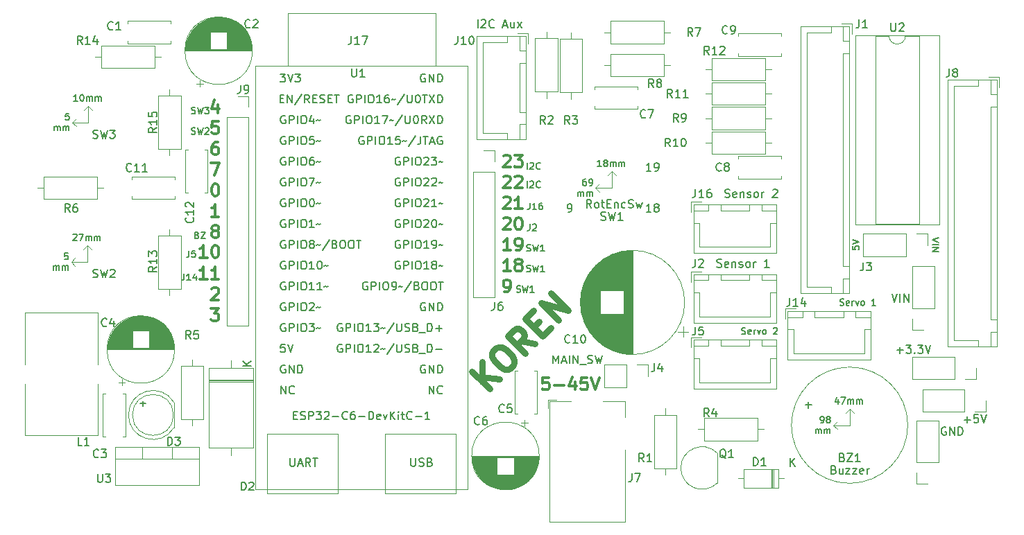
<source format=gbr>
%TF.GenerationSoftware,KiCad,Pcbnew,9.0.6*%
%TF.CreationDate,2026-01-27T06:42:29-06:00*%
%TF.ProjectId,papa-project-board,70617061-2d70-4726-9f6a-6563742d626f,1.0*%
%TF.SameCoordinates,Original*%
%TF.FileFunction,Legend,Top*%
%TF.FilePolarity,Positive*%
%FSLAX46Y46*%
G04 Gerber Fmt 4.6, Leading zero omitted, Abs format (unit mm)*
G04 Created by KiCad (PCBNEW 9.0.6) date 2026-01-27 06:42:29*
%MOMM*%
%LPD*%
G01*
G04 APERTURE LIST*
%ADD10C,0.150000*%
%ADD11C,0.100000*%
%ADD12C,0.300000*%
%ADD13C,0.750000*%
%ADD14C,0.120000*%
G04 APERTURE END LIST*
D10*
X154506077Y-81718318D02*
X154658458Y-81718318D01*
X154658458Y-81718318D02*
X154734648Y-81680223D01*
X154734648Y-81680223D02*
X154772744Y-81642127D01*
X154772744Y-81642127D02*
X154848934Y-81527842D01*
X154848934Y-81527842D02*
X154887029Y-81375461D01*
X154887029Y-81375461D02*
X154887029Y-81070699D01*
X154887029Y-81070699D02*
X154848934Y-80994508D01*
X154848934Y-80994508D02*
X154810839Y-80956413D01*
X154810839Y-80956413D02*
X154734648Y-80918318D01*
X154734648Y-80918318D02*
X154582267Y-80918318D01*
X154582267Y-80918318D02*
X154506077Y-80956413D01*
X154506077Y-80956413D02*
X154467982Y-80994508D01*
X154467982Y-80994508D02*
X154429886Y-81070699D01*
X154429886Y-81070699D02*
X154429886Y-81261175D01*
X154429886Y-81261175D02*
X154467982Y-81337365D01*
X154467982Y-81337365D02*
X154506077Y-81375461D01*
X154506077Y-81375461D02*
X154582267Y-81413556D01*
X154582267Y-81413556D02*
X154734648Y-81413556D01*
X154734648Y-81413556D02*
X154810839Y-81375461D01*
X154810839Y-81375461D02*
X154848934Y-81337365D01*
X154848934Y-81337365D02*
X154887029Y-81261175D01*
X155344172Y-81261175D02*
X155267982Y-81223080D01*
X155267982Y-81223080D02*
X155229887Y-81184984D01*
X155229887Y-81184984D02*
X155191791Y-81108794D01*
X155191791Y-81108794D02*
X155191791Y-81070699D01*
X155191791Y-81070699D02*
X155229887Y-80994508D01*
X155229887Y-80994508D02*
X155267982Y-80956413D01*
X155267982Y-80956413D02*
X155344172Y-80918318D01*
X155344172Y-80918318D02*
X155496553Y-80918318D01*
X155496553Y-80918318D02*
X155572744Y-80956413D01*
X155572744Y-80956413D02*
X155610839Y-80994508D01*
X155610839Y-80994508D02*
X155648934Y-81070699D01*
X155648934Y-81070699D02*
X155648934Y-81108794D01*
X155648934Y-81108794D02*
X155610839Y-81184984D01*
X155610839Y-81184984D02*
X155572744Y-81223080D01*
X155572744Y-81223080D02*
X155496553Y-81261175D01*
X155496553Y-81261175D02*
X155344172Y-81261175D01*
X155344172Y-81261175D02*
X155267982Y-81299270D01*
X155267982Y-81299270D02*
X155229887Y-81337365D01*
X155229887Y-81337365D02*
X155191791Y-81413556D01*
X155191791Y-81413556D02*
X155191791Y-81565937D01*
X155191791Y-81565937D02*
X155229887Y-81642127D01*
X155229887Y-81642127D02*
X155267982Y-81680223D01*
X155267982Y-81680223D02*
X155344172Y-81718318D01*
X155344172Y-81718318D02*
X155496553Y-81718318D01*
X155496553Y-81718318D02*
X155572744Y-81680223D01*
X155572744Y-81680223D02*
X155610839Y-81642127D01*
X155610839Y-81642127D02*
X155648934Y-81565937D01*
X155648934Y-81565937D02*
X155648934Y-81413556D01*
X155648934Y-81413556D02*
X155610839Y-81337365D01*
X155610839Y-81337365D02*
X155572744Y-81299270D01*
X155572744Y-81299270D02*
X155496553Y-81261175D01*
X153858458Y-83006273D02*
X153858458Y-82472939D01*
X153858458Y-82549130D02*
X153896553Y-82511035D01*
X153896553Y-82511035D02*
X153972743Y-82472939D01*
X153972743Y-82472939D02*
X154087029Y-82472939D01*
X154087029Y-82472939D02*
X154163220Y-82511035D01*
X154163220Y-82511035D02*
X154201315Y-82587225D01*
X154201315Y-82587225D02*
X154201315Y-83006273D01*
X154201315Y-82587225D02*
X154239410Y-82511035D01*
X154239410Y-82511035D02*
X154315601Y-82472939D01*
X154315601Y-82472939D02*
X154429886Y-82472939D01*
X154429886Y-82472939D02*
X154506077Y-82511035D01*
X154506077Y-82511035D02*
X154544172Y-82587225D01*
X154544172Y-82587225D02*
X154544172Y-83006273D01*
X154925125Y-83006273D02*
X154925125Y-82472939D01*
X154925125Y-82549130D02*
X154963220Y-82511035D01*
X154963220Y-82511035D02*
X155039410Y-82472939D01*
X155039410Y-82472939D02*
X155153696Y-82472939D01*
X155153696Y-82472939D02*
X155229887Y-82511035D01*
X155229887Y-82511035D02*
X155267982Y-82587225D01*
X155267982Y-82587225D02*
X155267982Y-83006273D01*
X155267982Y-82587225D02*
X155306077Y-82511035D01*
X155306077Y-82511035D02*
X155382268Y-82472939D01*
X155382268Y-82472939D02*
X155496553Y-82472939D01*
X155496553Y-82472939D02*
X155572744Y-82511035D01*
X155572744Y-82511035D02*
X155610839Y-82587225D01*
X155610839Y-82587225D02*
X155610839Y-83006273D01*
X156604761Y-78860961D02*
X156604761Y-79394295D01*
X156414285Y-78556200D02*
X156223808Y-79127628D01*
X156223808Y-79127628D02*
X156719047Y-79127628D01*
X156947618Y-78594295D02*
X157480952Y-78594295D01*
X157480952Y-78594295D02*
X157138094Y-79394295D01*
X157785714Y-79394295D02*
X157785714Y-78860961D01*
X157785714Y-78937152D02*
X157823809Y-78899057D01*
X157823809Y-78899057D02*
X157899999Y-78860961D01*
X157899999Y-78860961D02*
X158014285Y-78860961D01*
X158014285Y-78860961D02*
X158090476Y-78899057D01*
X158090476Y-78899057D02*
X158128571Y-78975247D01*
X158128571Y-78975247D02*
X158128571Y-79394295D01*
X158128571Y-78975247D02*
X158166666Y-78899057D01*
X158166666Y-78899057D02*
X158242857Y-78860961D01*
X158242857Y-78860961D02*
X158357142Y-78860961D01*
X158357142Y-78860961D02*
X158433333Y-78899057D01*
X158433333Y-78899057D02*
X158471428Y-78975247D01*
X158471428Y-78975247D02*
X158471428Y-79394295D01*
X158852381Y-79394295D02*
X158852381Y-78860961D01*
X158852381Y-78937152D02*
X158890476Y-78899057D01*
X158890476Y-78899057D02*
X158966666Y-78860961D01*
X158966666Y-78860961D02*
X159080952Y-78860961D01*
X159080952Y-78860961D02*
X159157143Y-78899057D01*
X159157143Y-78899057D02*
X159195238Y-78975247D01*
X159195238Y-78975247D02*
X159195238Y-79394295D01*
X159195238Y-78975247D02*
X159233333Y-78899057D01*
X159233333Y-78899057D02*
X159309524Y-78860961D01*
X159309524Y-78860961D02*
X159423809Y-78860961D01*
X159423809Y-78860961D02*
X159500000Y-78899057D01*
X159500000Y-78899057D02*
X159538095Y-78975247D01*
X159538095Y-78975247D02*
X159538095Y-79394295D01*
D11*
X156000000Y-82000000D02*
X156500000Y-82500000D01*
X158000000Y-82000000D02*
X156000000Y-82000000D01*
X158000000Y-82000000D02*
X158000000Y-80000000D01*
X156000000Y-82000000D02*
X156500000Y-81500000D01*
X158000000Y-80000000D02*
X158500000Y-80500000D01*
X158000000Y-80000000D02*
X157500000Y-80500000D01*
D10*
X123634398Y-55954819D02*
X123824874Y-55954819D01*
X123824874Y-55954819D02*
X123920112Y-55907200D01*
X123920112Y-55907200D02*
X123967731Y-55859580D01*
X123967731Y-55859580D02*
X124062969Y-55716723D01*
X124062969Y-55716723D02*
X124110588Y-55526247D01*
X124110588Y-55526247D02*
X124110588Y-55145295D01*
X124110588Y-55145295D02*
X124062969Y-55050057D01*
X124062969Y-55050057D02*
X124015350Y-55002438D01*
X124015350Y-55002438D02*
X123920112Y-54954819D01*
X123920112Y-54954819D02*
X123729636Y-54954819D01*
X123729636Y-54954819D02*
X123634398Y-55002438D01*
X123634398Y-55002438D02*
X123586779Y-55050057D01*
X123586779Y-55050057D02*
X123539160Y-55145295D01*
X123539160Y-55145295D02*
X123539160Y-55383390D01*
X123539160Y-55383390D02*
X123586779Y-55478628D01*
X123586779Y-55478628D02*
X123634398Y-55526247D01*
X123634398Y-55526247D02*
X123729636Y-55573866D01*
X123729636Y-55573866D02*
X123920112Y-55573866D01*
X123920112Y-55573866D02*
X124015350Y-55526247D01*
X124015350Y-55526247D02*
X124062969Y-55478628D01*
X124062969Y-55478628D02*
X124110588Y-55383390D01*
X133758458Y-50954819D02*
X133187030Y-50954819D01*
X133472744Y-50954819D02*
X133472744Y-49954819D01*
X133472744Y-49954819D02*
X133377506Y-50097676D01*
X133377506Y-50097676D02*
X133282268Y-50192914D01*
X133282268Y-50192914D02*
X133187030Y-50240533D01*
X134234649Y-50954819D02*
X134425125Y-50954819D01*
X134425125Y-50954819D02*
X134520363Y-50907200D01*
X134520363Y-50907200D02*
X134567982Y-50859580D01*
X134567982Y-50859580D02*
X134663220Y-50716723D01*
X134663220Y-50716723D02*
X134710839Y-50526247D01*
X134710839Y-50526247D02*
X134710839Y-50145295D01*
X134710839Y-50145295D02*
X134663220Y-50050057D01*
X134663220Y-50050057D02*
X134615601Y-50002438D01*
X134615601Y-50002438D02*
X134520363Y-49954819D01*
X134520363Y-49954819D02*
X134329887Y-49954819D01*
X134329887Y-49954819D02*
X134234649Y-50002438D01*
X134234649Y-50002438D02*
X134187030Y-50050057D01*
X134187030Y-50050057D02*
X134139411Y-50145295D01*
X134139411Y-50145295D02*
X134139411Y-50383390D01*
X134139411Y-50383390D02*
X134187030Y-50478628D01*
X134187030Y-50478628D02*
X134234649Y-50526247D01*
X134234649Y-50526247D02*
X134329887Y-50573866D01*
X134329887Y-50573866D02*
X134520363Y-50573866D01*
X134520363Y-50573866D02*
X134615601Y-50526247D01*
X134615601Y-50526247D02*
X134663220Y-50478628D01*
X134663220Y-50478628D02*
X134710839Y-50383390D01*
X133758458Y-55954819D02*
X133187030Y-55954819D01*
X133472744Y-55954819D02*
X133472744Y-54954819D01*
X133472744Y-54954819D02*
X133377506Y-55097676D01*
X133377506Y-55097676D02*
X133282268Y-55192914D01*
X133282268Y-55192914D02*
X133187030Y-55240533D01*
X134329887Y-55383390D02*
X134234649Y-55335771D01*
X134234649Y-55335771D02*
X134187030Y-55288152D01*
X134187030Y-55288152D02*
X134139411Y-55192914D01*
X134139411Y-55192914D02*
X134139411Y-55145295D01*
X134139411Y-55145295D02*
X134187030Y-55050057D01*
X134187030Y-55050057D02*
X134234649Y-55002438D01*
X134234649Y-55002438D02*
X134329887Y-54954819D01*
X134329887Y-54954819D02*
X134520363Y-54954819D01*
X134520363Y-54954819D02*
X134615601Y-55002438D01*
X134615601Y-55002438D02*
X134663220Y-55050057D01*
X134663220Y-55050057D02*
X134710839Y-55145295D01*
X134710839Y-55145295D02*
X134710839Y-55192914D01*
X134710839Y-55192914D02*
X134663220Y-55288152D01*
X134663220Y-55288152D02*
X134615601Y-55335771D01*
X134615601Y-55335771D02*
X134520363Y-55383390D01*
X134520363Y-55383390D02*
X134329887Y-55383390D01*
X134329887Y-55383390D02*
X134234649Y-55431009D01*
X134234649Y-55431009D02*
X134187030Y-55478628D01*
X134187030Y-55478628D02*
X134139411Y-55573866D01*
X134139411Y-55573866D02*
X134139411Y-55764342D01*
X134139411Y-55764342D02*
X134187030Y-55859580D01*
X134187030Y-55859580D02*
X134234649Y-55907200D01*
X134234649Y-55907200D02*
X134329887Y-55954819D01*
X134329887Y-55954819D02*
X134520363Y-55954819D01*
X134520363Y-55954819D02*
X134615601Y-55907200D01*
X134615601Y-55907200D02*
X134663220Y-55859580D01*
X134663220Y-55859580D02*
X134710839Y-55764342D01*
X134710839Y-55764342D02*
X134710839Y-55573866D01*
X134710839Y-55573866D02*
X134663220Y-55478628D01*
X134663220Y-55478628D02*
X134615601Y-55431009D01*
X134615601Y-55431009D02*
X134520363Y-55383390D01*
D11*
X129000000Y-51000000D02*
X128500000Y-51500000D01*
X65100000Y-43000000D02*
X64600000Y-43500000D01*
X65100000Y-45000000D02*
X63100000Y-45000000D01*
X63000000Y-62040000D02*
X63500000Y-62540000D01*
X129000000Y-51000000D02*
X129500000Y-51500000D01*
X65000000Y-60040000D02*
X64500000Y-60540000D01*
X65000000Y-62040000D02*
X63000000Y-62040000D01*
X65100000Y-43000000D02*
X65600000Y-43500000D01*
X127000000Y-53000000D02*
X127500000Y-52500000D01*
X63000000Y-62040000D02*
X63500000Y-61540000D01*
X129000000Y-53000000D02*
X127000000Y-53000000D01*
X129000000Y-53000000D02*
X129000000Y-51000000D01*
X63100000Y-45000000D02*
X63600000Y-44500000D01*
X65100000Y-45000000D02*
X65100000Y-43000000D01*
X65000000Y-62040000D02*
X65000000Y-60040000D01*
X127000000Y-53000000D02*
X127500000Y-53500000D01*
X63100000Y-45000000D02*
X63600000Y-45500000D01*
X65000000Y-60040000D02*
X65500000Y-60540000D01*
D10*
X76787029Y-63494295D02*
X76787029Y-64065723D01*
X76787029Y-64065723D02*
X76748934Y-64180009D01*
X76748934Y-64180009D02*
X76672743Y-64256200D01*
X76672743Y-64256200D02*
X76558458Y-64294295D01*
X76558458Y-64294295D02*
X76482267Y-64294295D01*
X77587029Y-64294295D02*
X77129886Y-64294295D01*
X77358458Y-64294295D02*
X77358458Y-63494295D01*
X77358458Y-63494295D02*
X77282267Y-63608580D01*
X77282267Y-63608580D02*
X77206077Y-63684771D01*
X77206077Y-63684771D02*
X77129886Y-63722866D01*
X78272744Y-63760961D02*
X78272744Y-64294295D01*
X78082268Y-63456200D02*
X77891791Y-64027628D01*
X77891791Y-64027628D02*
X78387030Y-64027628D01*
X77687600Y-43899200D02*
X77801886Y-43937295D01*
X77801886Y-43937295D02*
X77992362Y-43937295D01*
X77992362Y-43937295D02*
X78068553Y-43899200D01*
X78068553Y-43899200D02*
X78106648Y-43861104D01*
X78106648Y-43861104D02*
X78144743Y-43784914D01*
X78144743Y-43784914D02*
X78144743Y-43708723D01*
X78144743Y-43708723D02*
X78106648Y-43632533D01*
X78106648Y-43632533D02*
X78068553Y-43594438D01*
X78068553Y-43594438D02*
X77992362Y-43556342D01*
X77992362Y-43556342D02*
X77839981Y-43518247D01*
X77839981Y-43518247D02*
X77763791Y-43480152D01*
X77763791Y-43480152D02*
X77725696Y-43442057D01*
X77725696Y-43442057D02*
X77687600Y-43365866D01*
X77687600Y-43365866D02*
X77687600Y-43289676D01*
X77687600Y-43289676D02*
X77725696Y-43213485D01*
X77725696Y-43213485D02*
X77763791Y-43175390D01*
X77763791Y-43175390D02*
X77839981Y-43137295D01*
X77839981Y-43137295D02*
X78030458Y-43137295D01*
X78030458Y-43137295D02*
X78144743Y-43175390D01*
X78411410Y-43137295D02*
X78601886Y-43937295D01*
X78601886Y-43937295D02*
X78754267Y-43365866D01*
X78754267Y-43365866D02*
X78906648Y-43937295D01*
X78906648Y-43937295D02*
X79097125Y-43137295D01*
X79325696Y-43137295D02*
X79820934Y-43137295D01*
X79820934Y-43137295D02*
X79554268Y-43442057D01*
X79554268Y-43442057D02*
X79668553Y-43442057D01*
X79668553Y-43442057D02*
X79744744Y-43480152D01*
X79744744Y-43480152D02*
X79782839Y-43518247D01*
X79782839Y-43518247D02*
X79820934Y-43594438D01*
X79820934Y-43594438D02*
X79820934Y-43784914D01*
X79820934Y-43784914D02*
X79782839Y-43861104D01*
X79782839Y-43861104D02*
X79744744Y-43899200D01*
X79744744Y-43899200D02*
X79668553Y-43937295D01*
X79668553Y-43937295D02*
X79439982Y-43937295D01*
X79439982Y-43937295D02*
X79363791Y-43899200D01*
X79363791Y-43899200D02*
X79325696Y-43861104D01*
X77370934Y-60687295D02*
X77370934Y-61258723D01*
X77370934Y-61258723D02*
X77332839Y-61373009D01*
X77332839Y-61373009D02*
X77256648Y-61449200D01*
X77256648Y-61449200D02*
X77142363Y-61487295D01*
X77142363Y-61487295D02*
X77066172Y-61487295D01*
X78132839Y-60687295D02*
X77751887Y-60687295D01*
X77751887Y-60687295D02*
X77713791Y-61068247D01*
X77713791Y-61068247D02*
X77751887Y-61030152D01*
X77751887Y-61030152D02*
X77828077Y-60992057D01*
X77828077Y-60992057D02*
X78018553Y-60992057D01*
X78018553Y-60992057D02*
X78094744Y-61030152D01*
X78094744Y-61030152D02*
X78132839Y-61068247D01*
X78132839Y-61068247D02*
X78170934Y-61144438D01*
X78170934Y-61144438D02*
X78170934Y-61334914D01*
X78170934Y-61334914D02*
X78132839Y-61411104D01*
X78132839Y-61411104D02*
X78094744Y-61449200D01*
X78094744Y-61449200D02*
X78018553Y-61487295D01*
X78018553Y-61487295D02*
X77828077Y-61487295D01*
X77828077Y-61487295D02*
X77751887Y-61449200D01*
X77751887Y-61449200D02*
X77713791Y-61411104D01*
X158344295Y-60152380D02*
X158344295Y-60533332D01*
X158344295Y-60533332D02*
X158725247Y-60571428D01*
X158725247Y-60571428D02*
X158687152Y-60533332D01*
X158687152Y-60533332D02*
X158649057Y-60457142D01*
X158649057Y-60457142D02*
X158649057Y-60266666D01*
X158649057Y-60266666D02*
X158687152Y-60190475D01*
X158687152Y-60190475D02*
X158725247Y-60152380D01*
X158725247Y-60152380D02*
X158801438Y-60114285D01*
X158801438Y-60114285D02*
X158991914Y-60114285D01*
X158991914Y-60114285D02*
X159068104Y-60152380D01*
X159068104Y-60152380D02*
X159106200Y-60190475D01*
X159106200Y-60190475D02*
X159144295Y-60266666D01*
X159144295Y-60266666D02*
X159144295Y-60457142D01*
X159144295Y-60457142D02*
X159106200Y-60533332D01*
X159106200Y-60533332D02*
X159068104Y-60571428D01*
X158344295Y-59885713D02*
X159144295Y-59619046D01*
X159144295Y-59619046D02*
X158344295Y-59352380D01*
D12*
X115740082Y-54215685D02*
X115811510Y-54144257D01*
X115811510Y-54144257D02*
X115954368Y-54072828D01*
X115954368Y-54072828D02*
X116311510Y-54072828D01*
X116311510Y-54072828D02*
X116454368Y-54144257D01*
X116454368Y-54144257D02*
X116525796Y-54215685D01*
X116525796Y-54215685D02*
X116597225Y-54358542D01*
X116597225Y-54358542D02*
X116597225Y-54501400D01*
X116597225Y-54501400D02*
X116525796Y-54715685D01*
X116525796Y-54715685D02*
X115668653Y-55572828D01*
X115668653Y-55572828D02*
X116597225Y-55572828D01*
X118025796Y-55572828D02*
X117168653Y-55572828D01*
X117597224Y-55572828D02*
X117597224Y-54072828D01*
X117597224Y-54072828D02*
X117454367Y-54287114D01*
X117454367Y-54287114D02*
X117311510Y-54429971D01*
X117311510Y-54429971D02*
X117168653Y-54501400D01*
X121268796Y-76178328D02*
X120554510Y-76178328D01*
X120554510Y-76178328D02*
X120483082Y-76892614D01*
X120483082Y-76892614D02*
X120554510Y-76821185D01*
X120554510Y-76821185D02*
X120697368Y-76749757D01*
X120697368Y-76749757D02*
X121054510Y-76749757D01*
X121054510Y-76749757D02*
X121197368Y-76821185D01*
X121197368Y-76821185D02*
X121268796Y-76892614D01*
X121268796Y-76892614D02*
X121340225Y-77035471D01*
X121340225Y-77035471D02*
X121340225Y-77392614D01*
X121340225Y-77392614D02*
X121268796Y-77535471D01*
X121268796Y-77535471D02*
X121197368Y-77606900D01*
X121197368Y-77606900D02*
X121054510Y-77678328D01*
X121054510Y-77678328D02*
X120697368Y-77678328D01*
X120697368Y-77678328D02*
X120554510Y-77606900D01*
X120554510Y-77606900D02*
X120483082Y-77535471D01*
X121983081Y-77106900D02*
X123125939Y-77106900D01*
X124483082Y-76678328D02*
X124483082Y-77678328D01*
X124125939Y-76106900D02*
X123768796Y-77178328D01*
X123768796Y-77178328D02*
X124697367Y-77178328D01*
X125983081Y-76178328D02*
X125268795Y-76178328D01*
X125268795Y-76178328D02*
X125197367Y-76892614D01*
X125197367Y-76892614D02*
X125268795Y-76821185D01*
X125268795Y-76821185D02*
X125411653Y-76749757D01*
X125411653Y-76749757D02*
X125768795Y-76749757D01*
X125768795Y-76749757D02*
X125911653Y-76821185D01*
X125911653Y-76821185D02*
X125983081Y-76892614D01*
X125983081Y-76892614D02*
X126054510Y-77035471D01*
X126054510Y-77035471D02*
X126054510Y-77392614D01*
X126054510Y-77392614D02*
X125983081Y-77535471D01*
X125983081Y-77535471D02*
X125911653Y-77606900D01*
X125911653Y-77606900D02*
X125768795Y-77678328D01*
X125768795Y-77678328D02*
X125411653Y-77678328D01*
X125411653Y-77678328D02*
X125268795Y-77606900D01*
X125268795Y-77606900D02*
X125197367Y-77535471D01*
X126483081Y-76178328D02*
X126983081Y-77678328D01*
X126983081Y-77678328D02*
X127483081Y-76178328D01*
X80159775Y-65361185D02*
X80231203Y-65289757D01*
X80231203Y-65289757D02*
X80374061Y-65218328D01*
X80374061Y-65218328D02*
X80731203Y-65218328D01*
X80731203Y-65218328D02*
X80874061Y-65289757D01*
X80874061Y-65289757D02*
X80945489Y-65361185D01*
X80945489Y-65361185D02*
X81016918Y-65504042D01*
X81016918Y-65504042D02*
X81016918Y-65646900D01*
X81016918Y-65646900D02*
X80945489Y-65861185D01*
X80945489Y-65861185D02*
X80088346Y-66718328D01*
X80088346Y-66718328D02*
X81016918Y-66718328D01*
X80945489Y-44898328D02*
X80231203Y-44898328D01*
X80231203Y-44898328D02*
X80159775Y-45612614D01*
X80159775Y-45612614D02*
X80231203Y-45541185D01*
X80231203Y-45541185D02*
X80374061Y-45469757D01*
X80374061Y-45469757D02*
X80731203Y-45469757D01*
X80731203Y-45469757D02*
X80874061Y-45541185D01*
X80874061Y-45541185D02*
X80945489Y-45612614D01*
X80945489Y-45612614D02*
X81016918Y-45755471D01*
X81016918Y-45755471D02*
X81016918Y-46112614D01*
X81016918Y-46112614D02*
X80945489Y-46255471D01*
X80945489Y-46255471D02*
X80874061Y-46326900D01*
X80874061Y-46326900D02*
X80731203Y-46398328D01*
X80731203Y-46398328D02*
X80374061Y-46398328D01*
X80374061Y-46398328D02*
X80231203Y-46326900D01*
X80231203Y-46326900D02*
X80159775Y-46255471D01*
D10*
X118611064Y-63203700D02*
X118725350Y-63241795D01*
X118725350Y-63241795D02*
X118915826Y-63241795D01*
X118915826Y-63241795D02*
X118992017Y-63203700D01*
X118992017Y-63203700D02*
X119030112Y-63165604D01*
X119030112Y-63165604D02*
X119068207Y-63089414D01*
X119068207Y-63089414D02*
X119068207Y-63013223D01*
X119068207Y-63013223D02*
X119030112Y-62937033D01*
X119030112Y-62937033D02*
X118992017Y-62898938D01*
X118992017Y-62898938D02*
X118915826Y-62860842D01*
X118915826Y-62860842D02*
X118763445Y-62822747D01*
X118763445Y-62822747D02*
X118687255Y-62784652D01*
X118687255Y-62784652D02*
X118649160Y-62746557D01*
X118649160Y-62746557D02*
X118611064Y-62670366D01*
X118611064Y-62670366D02*
X118611064Y-62594176D01*
X118611064Y-62594176D02*
X118649160Y-62517985D01*
X118649160Y-62517985D02*
X118687255Y-62479890D01*
X118687255Y-62479890D02*
X118763445Y-62441795D01*
X118763445Y-62441795D02*
X118953922Y-62441795D01*
X118953922Y-62441795D02*
X119068207Y-62479890D01*
X119334874Y-62441795D02*
X119525350Y-63241795D01*
X119525350Y-63241795D02*
X119677731Y-62670366D01*
X119677731Y-62670366D02*
X119830112Y-63241795D01*
X119830112Y-63241795D02*
X120020589Y-62441795D01*
X120744398Y-63241795D02*
X120287255Y-63241795D01*
X120515827Y-63241795D02*
X120515827Y-62441795D01*
X120515827Y-62441795D02*
X120439636Y-62556080D01*
X120439636Y-62556080D02*
X120363446Y-62632271D01*
X120363446Y-62632271D02*
X120287255Y-62670366D01*
D12*
X80516918Y-52518328D02*
X80659775Y-52518328D01*
X80659775Y-52518328D02*
X80802632Y-52589757D01*
X80802632Y-52589757D02*
X80874061Y-52661185D01*
X80874061Y-52661185D02*
X80945489Y-52804042D01*
X80945489Y-52804042D02*
X81016918Y-53089757D01*
X81016918Y-53089757D02*
X81016918Y-53446900D01*
X81016918Y-53446900D02*
X80945489Y-53732614D01*
X80945489Y-53732614D02*
X80874061Y-53875471D01*
X80874061Y-53875471D02*
X80802632Y-53946900D01*
X80802632Y-53946900D02*
X80659775Y-54018328D01*
X80659775Y-54018328D02*
X80516918Y-54018328D01*
X80516918Y-54018328D02*
X80374061Y-53946900D01*
X80374061Y-53946900D02*
X80302632Y-53875471D01*
X80302632Y-53875471D02*
X80231203Y-53732614D01*
X80231203Y-53732614D02*
X80159775Y-53446900D01*
X80159775Y-53446900D02*
X80159775Y-53089757D01*
X80159775Y-53089757D02*
X80231203Y-52804042D01*
X80231203Y-52804042D02*
X80302632Y-52661185D01*
X80302632Y-52661185D02*
X80374061Y-52589757D01*
X80374061Y-52589757D02*
X80516918Y-52518328D01*
X80445489Y-58241185D02*
X80302632Y-58169757D01*
X80302632Y-58169757D02*
X80231203Y-58098328D01*
X80231203Y-58098328D02*
X80159775Y-57955471D01*
X80159775Y-57955471D02*
X80159775Y-57884042D01*
X80159775Y-57884042D02*
X80231203Y-57741185D01*
X80231203Y-57741185D02*
X80302632Y-57669757D01*
X80302632Y-57669757D02*
X80445489Y-57598328D01*
X80445489Y-57598328D02*
X80731203Y-57598328D01*
X80731203Y-57598328D02*
X80874061Y-57669757D01*
X80874061Y-57669757D02*
X80945489Y-57741185D01*
X80945489Y-57741185D02*
X81016918Y-57884042D01*
X81016918Y-57884042D02*
X81016918Y-57955471D01*
X81016918Y-57955471D02*
X80945489Y-58098328D01*
X80945489Y-58098328D02*
X80874061Y-58169757D01*
X80874061Y-58169757D02*
X80731203Y-58241185D01*
X80731203Y-58241185D02*
X80445489Y-58241185D01*
X80445489Y-58241185D02*
X80302632Y-58312614D01*
X80302632Y-58312614D02*
X80231203Y-58384042D01*
X80231203Y-58384042D02*
X80159775Y-58526900D01*
X80159775Y-58526900D02*
X80159775Y-58812614D01*
X80159775Y-58812614D02*
X80231203Y-58955471D01*
X80231203Y-58955471D02*
X80302632Y-59026900D01*
X80302632Y-59026900D02*
X80445489Y-59098328D01*
X80445489Y-59098328D02*
X80731203Y-59098328D01*
X80731203Y-59098328D02*
X80874061Y-59026900D01*
X80874061Y-59026900D02*
X80945489Y-58955471D01*
X80945489Y-58955471D02*
X81016918Y-58812614D01*
X81016918Y-58812614D02*
X81016918Y-58526900D01*
X81016918Y-58526900D02*
X80945489Y-58384042D01*
X80945489Y-58384042D02*
X80874061Y-58312614D01*
X80874061Y-58312614D02*
X80731203Y-58241185D01*
D10*
X118977731Y-54841795D02*
X118977731Y-55413223D01*
X118977731Y-55413223D02*
X118939636Y-55527509D01*
X118939636Y-55527509D02*
X118863445Y-55603700D01*
X118863445Y-55603700D02*
X118749160Y-55641795D01*
X118749160Y-55641795D02*
X118672969Y-55641795D01*
X119777731Y-55641795D02*
X119320588Y-55641795D01*
X119549160Y-55641795D02*
X119549160Y-54841795D01*
X119549160Y-54841795D02*
X119472969Y-54956080D01*
X119472969Y-54956080D02*
X119396779Y-55032271D01*
X119396779Y-55032271D02*
X119320588Y-55070366D01*
X120463446Y-54841795D02*
X120311065Y-54841795D01*
X120311065Y-54841795D02*
X120234874Y-54879890D01*
X120234874Y-54879890D02*
X120196779Y-54917985D01*
X120196779Y-54917985D02*
X120120589Y-55032271D01*
X120120589Y-55032271D02*
X120082493Y-55184652D01*
X120082493Y-55184652D02*
X120082493Y-55489414D01*
X120082493Y-55489414D02*
X120120589Y-55565604D01*
X120120589Y-55565604D02*
X120158684Y-55603700D01*
X120158684Y-55603700D02*
X120234874Y-55641795D01*
X120234874Y-55641795D02*
X120387255Y-55641795D01*
X120387255Y-55641795D02*
X120463446Y-55603700D01*
X120463446Y-55603700D02*
X120501541Y-55565604D01*
X120501541Y-55565604D02*
X120539636Y-55489414D01*
X120539636Y-55489414D02*
X120539636Y-55298938D01*
X120539636Y-55298938D02*
X120501541Y-55222747D01*
X120501541Y-55222747D02*
X120463446Y-55184652D01*
X120463446Y-55184652D02*
X120387255Y-55146557D01*
X120387255Y-55146557D02*
X120234874Y-55146557D01*
X120234874Y-55146557D02*
X120158684Y-55184652D01*
X120158684Y-55184652D02*
X120120589Y-55222747D01*
X120120589Y-55222747D02*
X120082493Y-55298938D01*
X78368553Y-58768247D02*
X78482839Y-58806342D01*
X78482839Y-58806342D02*
X78520934Y-58844438D01*
X78520934Y-58844438D02*
X78559030Y-58920628D01*
X78559030Y-58920628D02*
X78559030Y-59034914D01*
X78559030Y-59034914D02*
X78520934Y-59111104D01*
X78520934Y-59111104D02*
X78482839Y-59149200D01*
X78482839Y-59149200D02*
X78406649Y-59187295D01*
X78406649Y-59187295D02*
X78101887Y-59187295D01*
X78101887Y-59187295D02*
X78101887Y-58387295D01*
X78101887Y-58387295D02*
X78368553Y-58387295D01*
X78368553Y-58387295D02*
X78444744Y-58425390D01*
X78444744Y-58425390D02*
X78482839Y-58463485D01*
X78482839Y-58463485D02*
X78520934Y-58539676D01*
X78520934Y-58539676D02*
X78520934Y-58615866D01*
X78520934Y-58615866D02*
X78482839Y-58692057D01*
X78482839Y-58692057D02*
X78444744Y-58730152D01*
X78444744Y-58730152D02*
X78368553Y-58768247D01*
X78368553Y-58768247D02*
X78101887Y-58768247D01*
X78825696Y-58387295D02*
X79359030Y-58387295D01*
X79359030Y-58387295D02*
X78825696Y-59187295D01*
X78825696Y-59187295D02*
X79359030Y-59187295D01*
D12*
X115740082Y-51675685D02*
X115811510Y-51604257D01*
X115811510Y-51604257D02*
X115954368Y-51532828D01*
X115954368Y-51532828D02*
X116311510Y-51532828D01*
X116311510Y-51532828D02*
X116454368Y-51604257D01*
X116454368Y-51604257D02*
X116525796Y-51675685D01*
X116525796Y-51675685D02*
X116597225Y-51818542D01*
X116597225Y-51818542D02*
X116597225Y-51961400D01*
X116597225Y-51961400D02*
X116525796Y-52175685D01*
X116525796Y-52175685D02*
X115668653Y-53032828D01*
X115668653Y-53032828D02*
X116597225Y-53032828D01*
X117168653Y-51675685D02*
X117240081Y-51604257D01*
X117240081Y-51604257D02*
X117382939Y-51532828D01*
X117382939Y-51532828D02*
X117740081Y-51532828D01*
X117740081Y-51532828D02*
X117882939Y-51604257D01*
X117882939Y-51604257D02*
X117954367Y-51675685D01*
X117954367Y-51675685D02*
X118025796Y-51818542D01*
X118025796Y-51818542D02*
X118025796Y-51961400D01*
X118025796Y-51961400D02*
X117954367Y-52175685D01*
X117954367Y-52175685D02*
X117097224Y-53032828D01*
X117097224Y-53032828D02*
X118025796Y-53032828D01*
X79588347Y-61511328D02*
X78731204Y-61511328D01*
X79159775Y-61511328D02*
X79159775Y-60011328D01*
X79159775Y-60011328D02*
X79016918Y-60225614D01*
X79016918Y-60225614D02*
X78874061Y-60368471D01*
X78874061Y-60368471D02*
X78731204Y-60439900D01*
X80516918Y-60011328D02*
X80659775Y-60011328D01*
X80659775Y-60011328D02*
X80802632Y-60082757D01*
X80802632Y-60082757D02*
X80874061Y-60154185D01*
X80874061Y-60154185D02*
X80945489Y-60297042D01*
X80945489Y-60297042D02*
X81016918Y-60582757D01*
X81016918Y-60582757D02*
X81016918Y-60939900D01*
X81016918Y-60939900D02*
X80945489Y-61225614D01*
X80945489Y-61225614D02*
X80874061Y-61368471D01*
X80874061Y-61368471D02*
X80802632Y-61439900D01*
X80802632Y-61439900D02*
X80659775Y-61511328D01*
X80659775Y-61511328D02*
X80516918Y-61511328D01*
X80516918Y-61511328D02*
X80374061Y-61439900D01*
X80374061Y-61439900D02*
X80302632Y-61368471D01*
X80302632Y-61368471D02*
X80231203Y-61225614D01*
X80231203Y-61225614D02*
X80159775Y-60939900D01*
X80159775Y-60939900D02*
X80159775Y-60582757D01*
X80159775Y-60582757D02*
X80231203Y-60297042D01*
X80231203Y-60297042D02*
X80302632Y-60154185D01*
X80302632Y-60154185D02*
X80374061Y-60082757D01*
X80374061Y-60082757D02*
X80516918Y-60011328D01*
X116597225Y-60652828D02*
X115740082Y-60652828D01*
X116168653Y-60652828D02*
X116168653Y-59152828D01*
X116168653Y-59152828D02*
X116025796Y-59367114D01*
X116025796Y-59367114D02*
X115882939Y-59509971D01*
X115882939Y-59509971D02*
X115740082Y-59581400D01*
X117311510Y-60652828D02*
X117597224Y-60652828D01*
X117597224Y-60652828D02*
X117740081Y-60581400D01*
X117740081Y-60581400D02*
X117811510Y-60509971D01*
X117811510Y-60509971D02*
X117954367Y-60295685D01*
X117954367Y-60295685D02*
X118025796Y-60009971D01*
X118025796Y-60009971D02*
X118025796Y-59438542D01*
X118025796Y-59438542D02*
X117954367Y-59295685D01*
X117954367Y-59295685D02*
X117882939Y-59224257D01*
X117882939Y-59224257D02*
X117740081Y-59152828D01*
X117740081Y-59152828D02*
X117454367Y-59152828D01*
X117454367Y-59152828D02*
X117311510Y-59224257D01*
X117311510Y-59224257D02*
X117240081Y-59295685D01*
X117240081Y-59295685D02*
X117168653Y-59438542D01*
X117168653Y-59438542D02*
X117168653Y-59795685D01*
X117168653Y-59795685D02*
X117240081Y-59938542D01*
X117240081Y-59938542D02*
X117311510Y-60009971D01*
X117311510Y-60009971D02*
X117454367Y-60081400D01*
X117454367Y-60081400D02*
X117740081Y-60081400D01*
X117740081Y-60081400D02*
X117882939Y-60009971D01*
X117882939Y-60009971D02*
X117954367Y-59938542D01*
X117954367Y-59938542D02*
X118025796Y-59795685D01*
X80088346Y-67758328D02*
X81016918Y-67758328D01*
X81016918Y-67758328D02*
X80516918Y-68329757D01*
X80516918Y-68329757D02*
X80731203Y-68329757D01*
X80731203Y-68329757D02*
X80874061Y-68401185D01*
X80874061Y-68401185D02*
X80945489Y-68472614D01*
X80945489Y-68472614D02*
X81016918Y-68615471D01*
X81016918Y-68615471D02*
X81016918Y-68972614D01*
X81016918Y-68972614D02*
X80945489Y-69115471D01*
X80945489Y-69115471D02*
X80874061Y-69186900D01*
X80874061Y-69186900D02*
X80731203Y-69258328D01*
X80731203Y-69258328D02*
X80302632Y-69258328D01*
X80302632Y-69258328D02*
X80159775Y-69186900D01*
X80159775Y-69186900D02*
X80088346Y-69115471D01*
D10*
X71445238Y-79339533D02*
X72054762Y-79339533D01*
X71750000Y-79644295D02*
X71750000Y-79034771D01*
X118977731Y-57441795D02*
X118977731Y-58013223D01*
X118977731Y-58013223D02*
X118939636Y-58127509D01*
X118939636Y-58127509D02*
X118863445Y-58203700D01*
X118863445Y-58203700D02*
X118749160Y-58241795D01*
X118749160Y-58241795D02*
X118672969Y-58241795D01*
X119320588Y-57517985D02*
X119358684Y-57479890D01*
X119358684Y-57479890D02*
X119434874Y-57441795D01*
X119434874Y-57441795D02*
X119625350Y-57441795D01*
X119625350Y-57441795D02*
X119701541Y-57479890D01*
X119701541Y-57479890D02*
X119739636Y-57517985D01*
X119739636Y-57517985D02*
X119777731Y-57594176D01*
X119777731Y-57594176D02*
X119777731Y-57670366D01*
X119777731Y-57670366D02*
X119739636Y-57784652D01*
X119739636Y-57784652D02*
X119282493Y-58241795D01*
X119282493Y-58241795D02*
X119777731Y-58241795D01*
X77687600Y-46399200D02*
X77801886Y-46437295D01*
X77801886Y-46437295D02*
X77992362Y-46437295D01*
X77992362Y-46437295D02*
X78068553Y-46399200D01*
X78068553Y-46399200D02*
X78106648Y-46361104D01*
X78106648Y-46361104D02*
X78144743Y-46284914D01*
X78144743Y-46284914D02*
X78144743Y-46208723D01*
X78144743Y-46208723D02*
X78106648Y-46132533D01*
X78106648Y-46132533D02*
X78068553Y-46094438D01*
X78068553Y-46094438D02*
X77992362Y-46056342D01*
X77992362Y-46056342D02*
X77839981Y-46018247D01*
X77839981Y-46018247D02*
X77763791Y-45980152D01*
X77763791Y-45980152D02*
X77725696Y-45942057D01*
X77725696Y-45942057D02*
X77687600Y-45865866D01*
X77687600Y-45865866D02*
X77687600Y-45789676D01*
X77687600Y-45789676D02*
X77725696Y-45713485D01*
X77725696Y-45713485D02*
X77763791Y-45675390D01*
X77763791Y-45675390D02*
X77839981Y-45637295D01*
X77839981Y-45637295D02*
X78030458Y-45637295D01*
X78030458Y-45637295D02*
X78144743Y-45675390D01*
X78411410Y-45637295D02*
X78601886Y-46437295D01*
X78601886Y-46437295D02*
X78754267Y-45865866D01*
X78754267Y-45865866D02*
X78906648Y-46437295D01*
X78906648Y-46437295D02*
X79097125Y-45637295D01*
X79363791Y-45713485D02*
X79401887Y-45675390D01*
X79401887Y-45675390D02*
X79478077Y-45637295D01*
X79478077Y-45637295D02*
X79668553Y-45637295D01*
X79668553Y-45637295D02*
X79744744Y-45675390D01*
X79744744Y-45675390D02*
X79782839Y-45713485D01*
X79782839Y-45713485D02*
X79820934Y-45789676D01*
X79820934Y-45789676D02*
X79820934Y-45865866D01*
X79820934Y-45865866D02*
X79782839Y-45980152D01*
X79782839Y-45980152D02*
X79325696Y-46437295D01*
X79325696Y-46437295D02*
X79820934Y-46437295D01*
X63223808Y-58710485D02*
X63261904Y-58672390D01*
X63261904Y-58672390D02*
X63338094Y-58634295D01*
X63338094Y-58634295D02*
X63528570Y-58634295D01*
X63528570Y-58634295D02*
X63604761Y-58672390D01*
X63604761Y-58672390D02*
X63642856Y-58710485D01*
X63642856Y-58710485D02*
X63680951Y-58786676D01*
X63680951Y-58786676D02*
X63680951Y-58862866D01*
X63680951Y-58862866D02*
X63642856Y-58977152D01*
X63642856Y-58977152D02*
X63185713Y-59434295D01*
X63185713Y-59434295D02*
X63680951Y-59434295D01*
X63947618Y-58634295D02*
X64480952Y-58634295D01*
X64480952Y-58634295D02*
X64138094Y-59434295D01*
X64785714Y-59434295D02*
X64785714Y-58900961D01*
X64785714Y-58977152D02*
X64823809Y-58939057D01*
X64823809Y-58939057D02*
X64899999Y-58900961D01*
X64899999Y-58900961D02*
X65014285Y-58900961D01*
X65014285Y-58900961D02*
X65090476Y-58939057D01*
X65090476Y-58939057D02*
X65128571Y-59015247D01*
X65128571Y-59015247D02*
X65128571Y-59434295D01*
X65128571Y-59015247D02*
X65166666Y-58939057D01*
X65166666Y-58939057D02*
X65242857Y-58900961D01*
X65242857Y-58900961D02*
X65357142Y-58900961D01*
X65357142Y-58900961D02*
X65433333Y-58939057D01*
X65433333Y-58939057D02*
X65471428Y-59015247D01*
X65471428Y-59015247D02*
X65471428Y-59434295D01*
X65852381Y-59434295D02*
X65852381Y-58900961D01*
X65852381Y-58977152D02*
X65890476Y-58939057D01*
X65890476Y-58939057D02*
X65966666Y-58900961D01*
X65966666Y-58900961D02*
X66080952Y-58900961D01*
X66080952Y-58900961D02*
X66157143Y-58939057D01*
X66157143Y-58939057D02*
X66195238Y-59015247D01*
X66195238Y-59015247D02*
X66195238Y-59434295D01*
X66195238Y-59015247D02*
X66233333Y-58939057D01*
X66233333Y-58939057D02*
X66309524Y-58900961D01*
X66309524Y-58900961D02*
X66423809Y-58900961D01*
X66423809Y-58900961D02*
X66500000Y-58939057D01*
X66500000Y-58939057D02*
X66538095Y-59015247D01*
X66538095Y-59015247D02*
X66538095Y-59434295D01*
D12*
X116597225Y-63192828D02*
X115740082Y-63192828D01*
X116168653Y-63192828D02*
X116168653Y-61692828D01*
X116168653Y-61692828D02*
X116025796Y-61907114D01*
X116025796Y-61907114D02*
X115882939Y-62049971D01*
X115882939Y-62049971D02*
X115740082Y-62121400D01*
X117454367Y-62335685D02*
X117311510Y-62264257D01*
X117311510Y-62264257D02*
X117240081Y-62192828D01*
X117240081Y-62192828D02*
X117168653Y-62049971D01*
X117168653Y-62049971D02*
X117168653Y-61978542D01*
X117168653Y-61978542D02*
X117240081Y-61835685D01*
X117240081Y-61835685D02*
X117311510Y-61764257D01*
X117311510Y-61764257D02*
X117454367Y-61692828D01*
X117454367Y-61692828D02*
X117740081Y-61692828D01*
X117740081Y-61692828D02*
X117882939Y-61764257D01*
X117882939Y-61764257D02*
X117954367Y-61835685D01*
X117954367Y-61835685D02*
X118025796Y-61978542D01*
X118025796Y-61978542D02*
X118025796Y-62049971D01*
X118025796Y-62049971D02*
X117954367Y-62192828D01*
X117954367Y-62192828D02*
X117882939Y-62264257D01*
X117882939Y-62264257D02*
X117740081Y-62335685D01*
X117740081Y-62335685D02*
X117454367Y-62335685D01*
X117454367Y-62335685D02*
X117311510Y-62407114D01*
X117311510Y-62407114D02*
X117240081Y-62478542D01*
X117240081Y-62478542D02*
X117168653Y-62621400D01*
X117168653Y-62621400D02*
X117168653Y-62907114D01*
X117168653Y-62907114D02*
X117240081Y-63049971D01*
X117240081Y-63049971D02*
X117311510Y-63121400D01*
X117311510Y-63121400D02*
X117454367Y-63192828D01*
X117454367Y-63192828D02*
X117740081Y-63192828D01*
X117740081Y-63192828D02*
X117882939Y-63121400D01*
X117882939Y-63121400D02*
X117954367Y-63049971D01*
X117954367Y-63049971D02*
X118025796Y-62907114D01*
X118025796Y-62907114D02*
X118025796Y-62621400D01*
X118025796Y-62621400D02*
X117954367Y-62478542D01*
X117954367Y-62478542D02*
X117882939Y-62407114D01*
X117882939Y-62407114D02*
X117740081Y-62335685D01*
D10*
X63780951Y-42394295D02*
X63323808Y-42394295D01*
X63552380Y-42394295D02*
X63552380Y-41594295D01*
X63552380Y-41594295D02*
X63476189Y-41708580D01*
X63476189Y-41708580D02*
X63399999Y-41784771D01*
X63399999Y-41784771D02*
X63323808Y-41822866D01*
X64276190Y-41594295D02*
X64352380Y-41594295D01*
X64352380Y-41594295D02*
X64428571Y-41632390D01*
X64428571Y-41632390D02*
X64466666Y-41670485D01*
X64466666Y-41670485D02*
X64504761Y-41746676D01*
X64504761Y-41746676D02*
X64542856Y-41899057D01*
X64542856Y-41899057D02*
X64542856Y-42089533D01*
X64542856Y-42089533D02*
X64504761Y-42241914D01*
X64504761Y-42241914D02*
X64466666Y-42318104D01*
X64466666Y-42318104D02*
X64428571Y-42356200D01*
X64428571Y-42356200D02*
X64352380Y-42394295D01*
X64352380Y-42394295D02*
X64276190Y-42394295D01*
X64276190Y-42394295D02*
X64199999Y-42356200D01*
X64199999Y-42356200D02*
X64161904Y-42318104D01*
X64161904Y-42318104D02*
X64123809Y-42241914D01*
X64123809Y-42241914D02*
X64085713Y-42089533D01*
X64085713Y-42089533D02*
X64085713Y-41899057D01*
X64085713Y-41899057D02*
X64123809Y-41746676D01*
X64123809Y-41746676D02*
X64161904Y-41670485D01*
X64161904Y-41670485D02*
X64199999Y-41632390D01*
X64199999Y-41632390D02*
X64276190Y-41594295D01*
X64885714Y-42394295D02*
X64885714Y-41860961D01*
X64885714Y-41937152D02*
X64923809Y-41899057D01*
X64923809Y-41899057D02*
X64999999Y-41860961D01*
X64999999Y-41860961D02*
X65114285Y-41860961D01*
X65114285Y-41860961D02*
X65190476Y-41899057D01*
X65190476Y-41899057D02*
X65228571Y-41975247D01*
X65228571Y-41975247D02*
X65228571Y-42394295D01*
X65228571Y-41975247D02*
X65266666Y-41899057D01*
X65266666Y-41899057D02*
X65342857Y-41860961D01*
X65342857Y-41860961D02*
X65457142Y-41860961D01*
X65457142Y-41860961D02*
X65533333Y-41899057D01*
X65533333Y-41899057D02*
X65571428Y-41975247D01*
X65571428Y-41975247D02*
X65571428Y-42394295D01*
X65952381Y-42394295D02*
X65952381Y-41860961D01*
X65952381Y-41937152D02*
X65990476Y-41899057D01*
X65990476Y-41899057D02*
X66066666Y-41860961D01*
X66066666Y-41860961D02*
X66180952Y-41860961D01*
X66180952Y-41860961D02*
X66257143Y-41899057D01*
X66257143Y-41899057D02*
X66295238Y-41975247D01*
X66295238Y-41975247D02*
X66295238Y-42394295D01*
X66295238Y-41975247D02*
X66333333Y-41899057D01*
X66333333Y-41899057D02*
X66409524Y-41860961D01*
X66409524Y-41860961D02*
X66523809Y-41860961D01*
X66523809Y-41860961D02*
X66600000Y-41899057D01*
X66600000Y-41899057D02*
X66638095Y-41975247D01*
X66638095Y-41975247D02*
X66638095Y-42394295D01*
X127680951Y-50394295D02*
X127223808Y-50394295D01*
X127452380Y-50394295D02*
X127452380Y-49594295D01*
X127452380Y-49594295D02*
X127376189Y-49708580D01*
X127376189Y-49708580D02*
X127299999Y-49784771D01*
X127299999Y-49784771D02*
X127223808Y-49822866D01*
X128138094Y-49937152D02*
X128061904Y-49899057D01*
X128061904Y-49899057D02*
X128023809Y-49860961D01*
X128023809Y-49860961D02*
X127985713Y-49784771D01*
X127985713Y-49784771D02*
X127985713Y-49746676D01*
X127985713Y-49746676D02*
X128023809Y-49670485D01*
X128023809Y-49670485D02*
X128061904Y-49632390D01*
X128061904Y-49632390D02*
X128138094Y-49594295D01*
X128138094Y-49594295D02*
X128290475Y-49594295D01*
X128290475Y-49594295D02*
X128366666Y-49632390D01*
X128366666Y-49632390D02*
X128404761Y-49670485D01*
X128404761Y-49670485D02*
X128442856Y-49746676D01*
X128442856Y-49746676D02*
X128442856Y-49784771D01*
X128442856Y-49784771D02*
X128404761Y-49860961D01*
X128404761Y-49860961D02*
X128366666Y-49899057D01*
X128366666Y-49899057D02*
X128290475Y-49937152D01*
X128290475Y-49937152D02*
X128138094Y-49937152D01*
X128138094Y-49937152D02*
X128061904Y-49975247D01*
X128061904Y-49975247D02*
X128023809Y-50013342D01*
X128023809Y-50013342D02*
X127985713Y-50089533D01*
X127985713Y-50089533D02*
X127985713Y-50241914D01*
X127985713Y-50241914D02*
X128023809Y-50318104D01*
X128023809Y-50318104D02*
X128061904Y-50356200D01*
X128061904Y-50356200D02*
X128138094Y-50394295D01*
X128138094Y-50394295D02*
X128290475Y-50394295D01*
X128290475Y-50394295D02*
X128366666Y-50356200D01*
X128366666Y-50356200D02*
X128404761Y-50318104D01*
X128404761Y-50318104D02*
X128442856Y-50241914D01*
X128442856Y-50241914D02*
X128442856Y-50089533D01*
X128442856Y-50089533D02*
X128404761Y-50013342D01*
X128404761Y-50013342D02*
X128366666Y-49975247D01*
X128366666Y-49975247D02*
X128290475Y-49937152D01*
X128785714Y-50394295D02*
X128785714Y-49860961D01*
X128785714Y-49937152D02*
X128823809Y-49899057D01*
X128823809Y-49899057D02*
X128899999Y-49860961D01*
X128899999Y-49860961D02*
X129014285Y-49860961D01*
X129014285Y-49860961D02*
X129090476Y-49899057D01*
X129090476Y-49899057D02*
X129128571Y-49975247D01*
X129128571Y-49975247D02*
X129128571Y-50394295D01*
X129128571Y-49975247D02*
X129166666Y-49899057D01*
X129166666Y-49899057D02*
X129242857Y-49860961D01*
X129242857Y-49860961D02*
X129357142Y-49860961D01*
X129357142Y-49860961D02*
X129433333Y-49899057D01*
X129433333Y-49899057D02*
X129471428Y-49975247D01*
X129471428Y-49975247D02*
X129471428Y-50394295D01*
X129852381Y-50394295D02*
X129852381Y-49860961D01*
X129852381Y-49937152D02*
X129890476Y-49899057D01*
X129890476Y-49899057D02*
X129966666Y-49860961D01*
X129966666Y-49860961D02*
X130080952Y-49860961D01*
X130080952Y-49860961D02*
X130157143Y-49899057D01*
X130157143Y-49899057D02*
X130195238Y-49975247D01*
X130195238Y-49975247D02*
X130195238Y-50394295D01*
X130195238Y-49975247D02*
X130233333Y-49899057D01*
X130233333Y-49899057D02*
X130309524Y-49860961D01*
X130309524Y-49860961D02*
X130423809Y-49860961D01*
X130423809Y-49860961D02*
X130500000Y-49899057D01*
X130500000Y-49899057D02*
X130538095Y-49975247D01*
X130538095Y-49975247D02*
X130538095Y-50394295D01*
D12*
X79588347Y-64178328D02*
X78731204Y-64178328D01*
X79159775Y-64178328D02*
X79159775Y-62678328D01*
X79159775Y-62678328D02*
X79016918Y-62892614D01*
X79016918Y-62892614D02*
X78874061Y-63035471D01*
X78874061Y-63035471D02*
X78731204Y-63106900D01*
X81016918Y-64178328D02*
X80159775Y-64178328D01*
X80588346Y-64178328D02*
X80588346Y-62678328D01*
X80588346Y-62678328D02*
X80445489Y-62892614D01*
X80445489Y-62892614D02*
X80302632Y-63035471D01*
X80302632Y-63035471D02*
X80159775Y-63106900D01*
X81016918Y-56558328D02*
X80159775Y-56558328D01*
X80588346Y-56558328D02*
X80588346Y-55058328D01*
X80588346Y-55058328D02*
X80445489Y-55272614D01*
X80445489Y-55272614D02*
X80302632Y-55415471D01*
X80302632Y-55415471D02*
X80159775Y-55486900D01*
D10*
X118649160Y-52991795D02*
X118649160Y-52191795D01*
X118992016Y-52267985D02*
X119030112Y-52229890D01*
X119030112Y-52229890D02*
X119106302Y-52191795D01*
X119106302Y-52191795D02*
X119296778Y-52191795D01*
X119296778Y-52191795D02*
X119372969Y-52229890D01*
X119372969Y-52229890D02*
X119411064Y-52267985D01*
X119411064Y-52267985D02*
X119449159Y-52344176D01*
X119449159Y-52344176D02*
X119449159Y-52420366D01*
X119449159Y-52420366D02*
X119411064Y-52534652D01*
X119411064Y-52534652D02*
X118953921Y-52991795D01*
X118953921Y-52991795D02*
X119449159Y-52991795D01*
X120249160Y-52915604D02*
X120211064Y-52953700D01*
X120211064Y-52953700D02*
X120096779Y-52991795D01*
X120096779Y-52991795D02*
X120020588Y-52991795D01*
X120020588Y-52991795D02*
X119906302Y-52953700D01*
X119906302Y-52953700D02*
X119830112Y-52877509D01*
X119830112Y-52877509D02*
X119792017Y-52801319D01*
X119792017Y-52801319D02*
X119753921Y-52648938D01*
X119753921Y-52648938D02*
X119753921Y-52534652D01*
X119753921Y-52534652D02*
X119792017Y-52382271D01*
X119792017Y-52382271D02*
X119830112Y-52306080D01*
X119830112Y-52306080D02*
X119906302Y-52229890D01*
X119906302Y-52229890D02*
X120020588Y-52191795D01*
X120020588Y-52191795D02*
X120096779Y-52191795D01*
X120096779Y-52191795D02*
X120211064Y-52229890D01*
X120211064Y-52229890D02*
X120249160Y-52267985D01*
X168905704Y-59123810D02*
X168105704Y-59390477D01*
X168105704Y-59390477D02*
X168905704Y-59657143D01*
X168105704Y-59923810D02*
X168905704Y-59923810D01*
X168105704Y-60304762D02*
X168905704Y-60304762D01*
X168905704Y-60304762D02*
X168105704Y-60761905D01*
X168105704Y-60761905D02*
X168905704Y-60761905D01*
X117361064Y-65703700D02*
X117475350Y-65741795D01*
X117475350Y-65741795D02*
X117665826Y-65741795D01*
X117665826Y-65741795D02*
X117742017Y-65703700D01*
X117742017Y-65703700D02*
X117780112Y-65665604D01*
X117780112Y-65665604D02*
X117818207Y-65589414D01*
X117818207Y-65589414D02*
X117818207Y-65513223D01*
X117818207Y-65513223D02*
X117780112Y-65437033D01*
X117780112Y-65437033D02*
X117742017Y-65398938D01*
X117742017Y-65398938D02*
X117665826Y-65360842D01*
X117665826Y-65360842D02*
X117513445Y-65322747D01*
X117513445Y-65322747D02*
X117437255Y-65284652D01*
X117437255Y-65284652D02*
X117399160Y-65246557D01*
X117399160Y-65246557D02*
X117361064Y-65170366D01*
X117361064Y-65170366D02*
X117361064Y-65094176D01*
X117361064Y-65094176D02*
X117399160Y-65017985D01*
X117399160Y-65017985D02*
X117437255Y-64979890D01*
X117437255Y-64979890D02*
X117513445Y-64941795D01*
X117513445Y-64941795D02*
X117703922Y-64941795D01*
X117703922Y-64941795D02*
X117818207Y-64979890D01*
X118084874Y-64941795D02*
X118275350Y-65741795D01*
X118275350Y-65741795D02*
X118427731Y-65170366D01*
X118427731Y-65170366D02*
X118580112Y-65741795D01*
X118580112Y-65741795D02*
X118770589Y-64941795D01*
X119494398Y-65741795D02*
X119037255Y-65741795D01*
X119265827Y-65741795D02*
X119265827Y-64941795D01*
X119265827Y-64941795D02*
X119189636Y-65056080D01*
X119189636Y-65056080D02*
X119113446Y-65132271D01*
X119113446Y-65132271D02*
X119037255Y-65170366D01*
D12*
X115740082Y-56755685D02*
X115811510Y-56684257D01*
X115811510Y-56684257D02*
X115954368Y-56612828D01*
X115954368Y-56612828D02*
X116311510Y-56612828D01*
X116311510Y-56612828D02*
X116454368Y-56684257D01*
X116454368Y-56684257D02*
X116525796Y-56755685D01*
X116525796Y-56755685D02*
X116597225Y-56898542D01*
X116597225Y-56898542D02*
X116597225Y-57041400D01*
X116597225Y-57041400D02*
X116525796Y-57255685D01*
X116525796Y-57255685D02*
X115668653Y-58112828D01*
X115668653Y-58112828D02*
X116597225Y-58112828D01*
X117525796Y-56612828D02*
X117668653Y-56612828D01*
X117668653Y-56612828D02*
X117811510Y-56684257D01*
X117811510Y-56684257D02*
X117882939Y-56755685D01*
X117882939Y-56755685D02*
X117954367Y-56898542D01*
X117954367Y-56898542D02*
X118025796Y-57184257D01*
X118025796Y-57184257D02*
X118025796Y-57541400D01*
X118025796Y-57541400D02*
X117954367Y-57827114D01*
X117954367Y-57827114D02*
X117882939Y-57969971D01*
X117882939Y-57969971D02*
X117811510Y-58041400D01*
X117811510Y-58041400D02*
X117668653Y-58112828D01*
X117668653Y-58112828D02*
X117525796Y-58112828D01*
X117525796Y-58112828D02*
X117382939Y-58041400D01*
X117382939Y-58041400D02*
X117311510Y-57969971D01*
X117311510Y-57969971D02*
X117240081Y-57827114D01*
X117240081Y-57827114D02*
X117168653Y-57541400D01*
X117168653Y-57541400D02*
X117168653Y-57184257D01*
X117168653Y-57184257D02*
X117240081Y-56898542D01*
X117240081Y-56898542D02*
X117311510Y-56755685D01*
X117311510Y-56755685D02*
X117382939Y-56684257D01*
X117382939Y-56684257D02*
X117525796Y-56612828D01*
X115740082Y-49135685D02*
X115811510Y-49064257D01*
X115811510Y-49064257D02*
X115954368Y-48992828D01*
X115954368Y-48992828D02*
X116311510Y-48992828D01*
X116311510Y-48992828D02*
X116454368Y-49064257D01*
X116454368Y-49064257D02*
X116525796Y-49135685D01*
X116525796Y-49135685D02*
X116597225Y-49278542D01*
X116597225Y-49278542D02*
X116597225Y-49421400D01*
X116597225Y-49421400D02*
X116525796Y-49635685D01*
X116525796Y-49635685D02*
X115668653Y-50492828D01*
X115668653Y-50492828D02*
X116597225Y-50492828D01*
X117097224Y-48992828D02*
X118025796Y-48992828D01*
X118025796Y-48992828D02*
X117525796Y-49564257D01*
X117525796Y-49564257D02*
X117740081Y-49564257D01*
X117740081Y-49564257D02*
X117882939Y-49635685D01*
X117882939Y-49635685D02*
X117954367Y-49707114D01*
X117954367Y-49707114D02*
X118025796Y-49849971D01*
X118025796Y-49849971D02*
X118025796Y-50207114D01*
X118025796Y-50207114D02*
X117954367Y-50349971D01*
X117954367Y-50349971D02*
X117882939Y-50421400D01*
X117882939Y-50421400D02*
X117740081Y-50492828D01*
X117740081Y-50492828D02*
X117311510Y-50492828D01*
X117311510Y-50492828D02*
X117168653Y-50421400D01*
X117168653Y-50421400D02*
X117097224Y-50349971D01*
D13*
X114048736Y-77590780D02*
X111927415Y-75469460D01*
X115260919Y-76378597D02*
X113139598Y-76075552D01*
X113139598Y-74257277D02*
X113139598Y-76681643D01*
X114452797Y-72944079D02*
X114856858Y-72540018D01*
X114856858Y-72540018D02*
X115159903Y-72439002D01*
X115159903Y-72439002D02*
X115563964Y-72439002D01*
X115563964Y-72439002D02*
X116069041Y-72742048D01*
X116069041Y-72742048D02*
X116776147Y-73449155D01*
X116776147Y-73449155D02*
X117079193Y-73954231D01*
X117079193Y-73954231D02*
X117079193Y-74358292D01*
X117079193Y-74358292D02*
X116978178Y-74661338D01*
X116978178Y-74661338D02*
X116574117Y-75065399D01*
X116574117Y-75065399D02*
X116271071Y-75166414D01*
X116271071Y-75166414D02*
X115867010Y-75166414D01*
X115867010Y-75166414D02*
X115361934Y-74863368D01*
X115361934Y-74863368D02*
X114654827Y-74156262D01*
X114654827Y-74156262D02*
X114351781Y-73651185D01*
X114351781Y-73651185D02*
X114351781Y-73247124D01*
X114351781Y-73247124D02*
X114452797Y-72944079D01*
X119604574Y-72034941D02*
X117887315Y-71731896D01*
X118392391Y-73247124D02*
X116271071Y-71125804D01*
X116271071Y-71125804D02*
X117079193Y-70317682D01*
X117079193Y-70317682D02*
X117382239Y-70216667D01*
X117382239Y-70216667D02*
X117584269Y-70216667D01*
X117584269Y-70216667D02*
X117887315Y-70317682D01*
X117887315Y-70317682D02*
X118190361Y-70620728D01*
X118190361Y-70620728D02*
X118291376Y-70923774D01*
X118291376Y-70923774D02*
X118291376Y-71125804D01*
X118291376Y-71125804D02*
X118190361Y-71428850D01*
X118190361Y-71428850D02*
X117382239Y-72236972D01*
X119402544Y-70014636D02*
X120109651Y-69307530D01*
X121523864Y-70115652D02*
X120513712Y-71125804D01*
X120513712Y-71125804D02*
X118392391Y-69004484D01*
X118392391Y-69004484D02*
X119402544Y-67994331D01*
X122433002Y-69206514D02*
X120311681Y-67085194D01*
X120311681Y-67085194D02*
X123645185Y-67994331D01*
X123645185Y-67994331D02*
X121523864Y-65873011D01*
D10*
X118611064Y-60703700D02*
X118725350Y-60741795D01*
X118725350Y-60741795D02*
X118915826Y-60741795D01*
X118915826Y-60741795D02*
X118992017Y-60703700D01*
X118992017Y-60703700D02*
X119030112Y-60665604D01*
X119030112Y-60665604D02*
X119068207Y-60589414D01*
X119068207Y-60589414D02*
X119068207Y-60513223D01*
X119068207Y-60513223D02*
X119030112Y-60437033D01*
X119030112Y-60437033D02*
X118992017Y-60398938D01*
X118992017Y-60398938D02*
X118915826Y-60360842D01*
X118915826Y-60360842D02*
X118763445Y-60322747D01*
X118763445Y-60322747D02*
X118687255Y-60284652D01*
X118687255Y-60284652D02*
X118649160Y-60246557D01*
X118649160Y-60246557D02*
X118611064Y-60170366D01*
X118611064Y-60170366D02*
X118611064Y-60094176D01*
X118611064Y-60094176D02*
X118649160Y-60017985D01*
X118649160Y-60017985D02*
X118687255Y-59979890D01*
X118687255Y-59979890D02*
X118763445Y-59941795D01*
X118763445Y-59941795D02*
X118953922Y-59941795D01*
X118953922Y-59941795D02*
X119068207Y-59979890D01*
X119334874Y-59941795D02*
X119525350Y-60741795D01*
X119525350Y-60741795D02*
X119677731Y-60170366D01*
X119677731Y-60170366D02*
X119830112Y-60741795D01*
X119830112Y-60741795D02*
X120020589Y-59941795D01*
X120744398Y-60741795D02*
X120287255Y-60741795D01*
X120515827Y-60741795D02*
X120515827Y-59941795D01*
X120515827Y-59941795D02*
X120439636Y-60056080D01*
X120439636Y-60056080D02*
X120363446Y-60132271D01*
X120363446Y-60132271D02*
X120287255Y-60170366D01*
D12*
X115882939Y-65732828D02*
X116168653Y-65732828D01*
X116168653Y-65732828D02*
X116311510Y-65661400D01*
X116311510Y-65661400D02*
X116382939Y-65589971D01*
X116382939Y-65589971D02*
X116525796Y-65375685D01*
X116525796Y-65375685D02*
X116597225Y-65089971D01*
X116597225Y-65089971D02*
X116597225Y-64518542D01*
X116597225Y-64518542D02*
X116525796Y-64375685D01*
X116525796Y-64375685D02*
X116454368Y-64304257D01*
X116454368Y-64304257D02*
X116311510Y-64232828D01*
X116311510Y-64232828D02*
X116025796Y-64232828D01*
X116025796Y-64232828D02*
X115882939Y-64304257D01*
X115882939Y-64304257D02*
X115811510Y-64375685D01*
X115811510Y-64375685D02*
X115740082Y-64518542D01*
X115740082Y-64518542D02*
X115740082Y-64875685D01*
X115740082Y-64875685D02*
X115811510Y-65018542D01*
X115811510Y-65018542D02*
X115882939Y-65089971D01*
X115882939Y-65089971D02*
X116025796Y-65161400D01*
X116025796Y-65161400D02*
X116311510Y-65161400D01*
X116311510Y-65161400D02*
X116454368Y-65089971D01*
X116454368Y-65089971D02*
X116525796Y-65018542D01*
X116525796Y-65018542D02*
X116597225Y-64875685D01*
X80088346Y-49978328D02*
X81088346Y-49978328D01*
X81088346Y-49978328D02*
X80445489Y-51478328D01*
D10*
X62710839Y-43918318D02*
X62329887Y-43918318D01*
X62329887Y-43918318D02*
X62291791Y-44299270D01*
X62291791Y-44299270D02*
X62329887Y-44261175D01*
X62329887Y-44261175D02*
X62406077Y-44223080D01*
X62406077Y-44223080D02*
X62596553Y-44223080D01*
X62596553Y-44223080D02*
X62672744Y-44261175D01*
X62672744Y-44261175D02*
X62710839Y-44299270D01*
X62710839Y-44299270D02*
X62748934Y-44375461D01*
X62748934Y-44375461D02*
X62748934Y-44565937D01*
X62748934Y-44565937D02*
X62710839Y-44642127D01*
X62710839Y-44642127D02*
X62672744Y-44680223D01*
X62672744Y-44680223D02*
X62596553Y-44718318D01*
X62596553Y-44718318D02*
X62406077Y-44718318D01*
X62406077Y-44718318D02*
X62329887Y-44680223D01*
X62329887Y-44680223D02*
X62291791Y-44642127D01*
X60958458Y-46006273D02*
X60958458Y-45472939D01*
X60958458Y-45549130D02*
X60996553Y-45511035D01*
X60996553Y-45511035D02*
X61072743Y-45472939D01*
X61072743Y-45472939D02*
X61187029Y-45472939D01*
X61187029Y-45472939D02*
X61263220Y-45511035D01*
X61263220Y-45511035D02*
X61301315Y-45587225D01*
X61301315Y-45587225D02*
X61301315Y-46006273D01*
X61301315Y-45587225D02*
X61339410Y-45511035D01*
X61339410Y-45511035D02*
X61415601Y-45472939D01*
X61415601Y-45472939D02*
X61529886Y-45472939D01*
X61529886Y-45472939D02*
X61606077Y-45511035D01*
X61606077Y-45511035D02*
X61644172Y-45587225D01*
X61644172Y-45587225D02*
X61644172Y-46006273D01*
X62025125Y-46006273D02*
X62025125Y-45472939D01*
X62025125Y-45549130D02*
X62063220Y-45511035D01*
X62063220Y-45511035D02*
X62139410Y-45472939D01*
X62139410Y-45472939D02*
X62253696Y-45472939D01*
X62253696Y-45472939D02*
X62329887Y-45511035D01*
X62329887Y-45511035D02*
X62367982Y-45587225D01*
X62367982Y-45587225D02*
X62367982Y-46006273D01*
X62367982Y-45587225D02*
X62406077Y-45511035D01*
X62406077Y-45511035D02*
X62482268Y-45472939D01*
X62482268Y-45472939D02*
X62596553Y-45472939D01*
X62596553Y-45472939D02*
X62672744Y-45511035D01*
X62672744Y-45511035D02*
X62710839Y-45587225D01*
X62710839Y-45587225D02*
X62710839Y-46006273D01*
D12*
X80874061Y-42858328D02*
X80874061Y-43858328D01*
X80516918Y-42286900D02*
X80159775Y-43358328D01*
X80159775Y-43358328D02*
X81088346Y-43358328D01*
D10*
X125810839Y-51918318D02*
X125658458Y-51918318D01*
X125658458Y-51918318D02*
X125582267Y-51956413D01*
X125582267Y-51956413D02*
X125544172Y-51994508D01*
X125544172Y-51994508D02*
X125467982Y-52108794D01*
X125467982Y-52108794D02*
X125429886Y-52261175D01*
X125429886Y-52261175D02*
X125429886Y-52565937D01*
X125429886Y-52565937D02*
X125467982Y-52642127D01*
X125467982Y-52642127D02*
X125506077Y-52680223D01*
X125506077Y-52680223D02*
X125582267Y-52718318D01*
X125582267Y-52718318D02*
X125734648Y-52718318D01*
X125734648Y-52718318D02*
X125810839Y-52680223D01*
X125810839Y-52680223D02*
X125848934Y-52642127D01*
X125848934Y-52642127D02*
X125887029Y-52565937D01*
X125887029Y-52565937D02*
X125887029Y-52375461D01*
X125887029Y-52375461D02*
X125848934Y-52299270D01*
X125848934Y-52299270D02*
X125810839Y-52261175D01*
X125810839Y-52261175D02*
X125734648Y-52223080D01*
X125734648Y-52223080D02*
X125582267Y-52223080D01*
X125582267Y-52223080D02*
X125506077Y-52261175D01*
X125506077Y-52261175D02*
X125467982Y-52299270D01*
X125467982Y-52299270D02*
X125429886Y-52375461D01*
X126267982Y-52718318D02*
X126420363Y-52718318D01*
X126420363Y-52718318D02*
X126496553Y-52680223D01*
X126496553Y-52680223D02*
X126534649Y-52642127D01*
X126534649Y-52642127D02*
X126610839Y-52527842D01*
X126610839Y-52527842D02*
X126648934Y-52375461D01*
X126648934Y-52375461D02*
X126648934Y-52070699D01*
X126648934Y-52070699D02*
X126610839Y-51994508D01*
X126610839Y-51994508D02*
X126572744Y-51956413D01*
X126572744Y-51956413D02*
X126496553Y-51918318D01*
X126496553Y-51918318D02*
X126344172Y-51918318D01*
X126344172Y-51918318D02*
X126267982Y-51956413D01*
X126267982Y-51956413D02*
X126229887Y-51994508D01*
X126229887Y-51994508D02*
X126191791Y-52070699D01*
X126191791Y-52070699D02*
X126191791Y-52261175D01*
X126191791Y-52261175D02*
X126229887Y-52337365D01*
X126229887Y-52337365D02*
X126267982Y-52375461D01*
X126267982Y-52375461D02*
X126344172Y-52413556D01*
X126344172Y-52413556D02*
X126496553Y-52413556D01*
X126496553Y-52413556D02*
X126572744Y-52375461D01*
X126572744Y-52375461D02*
X126610839Y-52337365D01*
X126610839Y-52337365D02*
X126648934Y-52261175D01*
X124858458Y-54006273D02*
X124858458Y-53472939D01*
X124858458Y-53549130D02*
X124896553Y-53511035D01*
X124896553Y-53511035D02*
X124972743Y-53472939D01*
X124972743Y-53472939D02*
X125087029Y-53472939D01*
X125087029Y-53472939D02*
X125163220Y-53511035D01*
X125163220Y-53511035D02*
X125201315Y-53587225D01*
X125201315Y-53587225D02*
X125201315Y-54006273D01*
X125201315Y-53587225D02*
X125239410Y-53511035D01*
X125239410Y-53511035D02*
X125315601Y-53472939D01*
X125315601Y-53472939D02*
X125429886Y-53472939D01*
X125429886Y-53472939D02*
X125506077Y-53511035D01*
X125506077Y-53511035D02*
X125544172Y-53587225D01*
X125544172Y-53587225D02*
X125544172Y-54006273D01*
X125925125Y-54006273D02*
X125925125Y-53472939D01*
X125925125Y-53549130D02*
X125963220Y-53511035D01*
X125963220Y-53511035D02*
X126039410Y-53472939D01*
X126039410Y-53472939D02*
X126153696Y-53472939D01*
X126153696Y-53472939D02*
X126229887Y-53511035D01*
X126229887Y-53511035D02*
X126267982Y-53587225D01*
X126267982Y-53587225D02*
X126267982Y-54006273D01*
X126267982Y-53587225D02*
X126306077Y-53511035D01*
X126306077Y-53511035D02*
X126382268Y-53472939D01*
X126382268Y-53472939D02*
X126496553Y-53472939D01*
X126496553Y-53472939D02*
X126572744Y-53511035D01*
X126572744Y-53511035D02*
X126610839Y-53587225D01*
X126610839Y-53587225D02*
X126610839Y-54006273D01*
X62610839Y-60958318D02*
X62229887Y-60958318D01*
X62229887Y-60958318D02*
X62191791Y-61339270D01*
X62191791Y-61339270D02*
X62229887Y-61301175D01*
X62229887Y-61301175D02*
X62306077Y-61263080D01*
X62306077Y-61263080D02*
X62496553Y-61263080D01*
X62496553Y-61263080D02*
X62572744Y-61301175D01*
X62572744Y-61301175D02*
X62610839Y-61339270D01*
X62610839Y-61339270D02*
X62648934Y-61415461D01*
X62648934Y-61415461D02*
X62648934Y-61605937D01*
X62648934Y-61605937D02*
X62610839Y-61682127D01*
X62610839Y-61682127D02*
X62572744Y-61720223D01*
X62572744Y-61720223D02*
X62496553Y-61758318D01*
X62496553Y-61758318D02*
X62306077Y-61758318D01*
X62306077Y-61758318D02*
X62229887Y-61720223D01*
X62229887Y-61720223D02*
X62191791Y-61682127D01*
X60858458Y-63046273D02*
X60858458Y-62512939D01*
X60858458Y-62589130D02*
X60896553Y-62551035D01*
X60896553Y-62551035D02*
X60972743Y-62512939D01*
X60972743Y-62512939D02*
X61087029Y-62512939D01*
X61087029Y-62512939D02*
X61163220Y-62551035D01*
X61163220Y-62551035D02*
X61201315Y-62627225D01*
X61201315Y-62627225D02*
X61201315Y-63046273D01*
X61201315Y-62627225D02*
X61239410Y-62551035D01*
X61239410Y-62551035D02*
X61315601Y-62512939D01*
X61315601Y-62512939D02*
X61429886Y-62512939D01*
X61429886Y-62512939D02*
X61506077Y-62551035D01*
X61506077Y-62551035D02*
X61544172Y-62627225D01*
X61544172Y-62627225D02*
X61544172Y-63046273D01*
X61925125Y-63046273D02*
X61925125Y-62512939D01*
X61925125Y-62589130D02*
X61963220Y-62551035D01*
X61963220Y-62551035D02*
X62039410Y-62512939D01*
X62039410Y-62512939D02*
X62153696Y-62512939D01*
X62153696Y-62512939D02*
X62229887Y-62551035D01*
X62229887Y-62551035D02*
X62267982Y-62627225D01*
X62267982Y-62627225D02*
X62267982Y-63046273D01*
X62267982Y-62627225D02*
X62306077Y-62551035D01*
X62306077Y-62551035D02*
X62382268Y-62512939D01*
X62382268Y-62512939D02*
X62496553Y-62512939D01*
X62496553Y-62512939D02*
X62572744Y-62551035D01*
X62572744Y-62551035D02*
X62610839Y-62627225D01*
X62610839Y-62627225D02*
X62610839Y-63046273D01*
X118649160Y-50709795D02*
X118649160Y-49909795D01*
X118992016Y-49985985D02*
X119030112Y-49947890D01*
X119030112Y-49947890D02*
X119106302Y-49909795D01*
X119106302Y-49909795D02*
X119296778Y-49909795D01*
X119296778Y-49909795D02*
X119372969Y-49947890D01*
X119372969Y-49947890D02*
X119411064Y-49985985D01*
X119411064Y-49985985D02*
X119449159Y-50062176D01*
X119449159Y-50062176D02*
X119449159Y-50138366D01*
X119449159Y-50138366D02*
X119411064Y-50252652D01*
X119411064Y-50252652D02*
X118953921Y-50709795D01*
X118953921Y-50709795D02*
X119449159Y-50709795D01*
X120249160Y-50633604D02*
X120211064Y-50671700D01*
X120211064Y-50671700D02*
X120096779Y-50709795D01*
X120096779Y-50709795D02*
X120020588Y-50709795D01*
X120020588Y-50709795D02*
X119906302Y-50671700D01*
X119906302Y-50671700D02*
X119830112Y-50595509D01*
X119830112Y-50595509D02*
X119792017Y-50519319D01*
X119792017Y-50519319D02*
X119753921Y-50366938D01*
X119753921Y-50366938D02*
X119753921Y-50252652D01*
X119753921Y-50252652D02*
X119792017Y-50100271D01*
X119792017Y-50100271D02*
X119830112Y-50024080D01*
X119830112Y-50024080D02*
X119906302Y-49947890D01*
X119906302Y-49947890D02*
X120020588Y-49909795D01*
X120020588Y-49909795D02*
X120096779Y-49909795D01*
X120096779Y-49909795D02*
X120211064Y-49947890D01*
X120211064Y-49947890D02*
X120249160Y-49985985D01*
D12*
X80874061Y-47438328D02*
X80588346Y-47438328D01*
X80588346Y-47438328D02*
X80445489Y-47509757D01*
X80445489Y-47509757D02*
X80374061Y-47581185D01*
X80374061Y-47581185D02*
X80231203Y-47795471D01*
X80231203Y-47795471D02*
X80159775Y-48081185D01*
X80159775Y-48081185D02*
X80159775Y-48652614D01*
X80159775Y-48652614D02*
X80231203Y-48795471D01*
X80231203Y-48795471D02*
X80302632Y-48866900D01*
X80302632Y-48866900D02*
X80445489Y-48938328D01*
X80445489Y-48938328D02*
X80731203Y-48938328D01*
X80731203Y-48938328D02*
X80874061Y-48866900D01*
X80874061Y-48866900D02*
X80945489Y-48795471D01*
X80945489Y-48795471D02*
X81016918Y-48652614D01*
X81016918Y-48652614D02*
X81016918Y-48295471D01*
X81016918Y-48295471D02*
X80945489Y-48152614D01*
X80945489Y-48152614D02*
X80874061Y-48081185D01*
X80874061Y-48081185D02*
X80731203Y-48009757D01*
X80731203Y-48009757D02*
X80445489Y-48009757D01*
X80445489Y-48009757D02*
X80302632Y-48081185D01*
X80302632Y-48081185D02*
X80231203Y-48152614D01*
X80231203Y-48152614D02*
X80159775Y-48295471D01*
D10*
X66333333Y-85859580D02*
X66285714Y-85907200D01*
X66285714Y-85907200D02*
X66142857Y-85954819D01*
X66142857Y-85954819D02*
X66047619Y-85954819D01*
X66047619Y-85954819D02*
X65904762Y-85907200D01*
X65904762Y-85907200D02*
X65809524Y-85811961D01*
X65809524Y-85811961D02*
X65761905Y-85716723D01*
X65761905Y-85716723D02*
X65714286Y-85526247D01*
X65714286Y-85526247D02*
X65714286Y-85383390D01*
X65714286Y-85383390D02*
X65761905Y-85192914D01*
X65761905Y-85192914D02*
X65809524Y-85097676D01*
X65809524Y-85097676D02*
X65904762Y-85002438D01*
X65904762Y-85002438D02*
X66047619Y-84954819D01*
X66047619Y-84954819D02*
X66142857Y-84954819D01*
X66142857Y-84954819D02*
X66285714Y-85002438D01*
X66285714Y-85002438D02*
X66333333Y-85050057D01*
X66666667Y-84954819D02*
X67285714Y-84954819D01*
X67285714Y-84954819D02*
X66952381Y-85335771D01*
X66952381Y-85335771D02*
X67095238Y-85335771D01*
X67095238Y-85335771D02*
X67190476Y-85383390D01*
X67190476Y-85383390D02*
X67238095Y-85431009D01*
X67238095Y-85431009D02*
X67285714Y-85526247D01*
X67285714Y-85526247D02*
X67285714Y-85764342D01*
X67285714Y-85764342D02*
X67238095Y-85859580D01*
X67238095Y-85859580D02*
X67190476Y-85907200D01*
X67190476Y-85907200D02*
X67095238Y-85954819D01*
X67095238Y-85954819D02*
X66809524Y-85954819D01*
X66809524Y-85954819D02*
X66714286Y-85907200D01*
X66714286Y-85907200D02*
X66666667Y-85859580D01*
X169738095Y-82252438D02*
X169642857Y-82204819D01*
X169642857Y-82204819D02*
X169500000Y-82204819D01*
X169500000Y-82204819D02*
X169357143Y-82252438D01*
X169357143Y-82252438D02*
X169261905Y-82347676D01*
X169261905Y-82347676D02*
X169214286Y-82442914D01*
X169214286Y-82442914D02*
X169166667Y-82633390D01*
X169166667Y-82633390D02*
X169166667Y-82776247D01*
X169166667Y-82776247D02*
X169214286Y-82966723D01*
X169214286Y-82966723D02*
X169261905Y-83061961D01*
X169261905Y-83061961D02*
X169357143Y-83157200D01*
X169357143Y-83157200D02*
X169500000Y-83204819D01*
X169500000Y-83204819D02*
X169595238Y-83204819D01*
X169595238Y-83204819D02*
X169738095Y-83157200D01*
X169738095Y-83157200D02*
X169785714Y-83109580D01*
X169785714Y-83109580D02*
X169785714Y-82776247D01*
X169785714Y-82776247D02*
X169595238Y-82776247D01*
X170214286Y-83204819D02*
X170214286Y-82204819D01*
X170214286Y-82204819D02*
X170785714Y-83204819D01*
X170785714Y-83204819D02*
X170785714Y-82204819D01*
X171261905Y-83204819D02*
X171261905Y-82204819D01*
X171261905Y-82204819D02*
X171500000Y-82204819D01*
X171500000Y-82204819D02*
X171642857Y-82252438D01*
X171642857Y-82252438D02*
X171738095Y-82347676D01*
X171738095Y-82347676D02*
X171785714Y-82442914D01*
X171785714Y-82442914D02*
X171833333Y-82633390D01*
X171833333Y-82633390D02*
X171833333Y-82776247D01*
X171833333Y-82776247D02*
X171785714Y-82966723D01*
X171785714Y-82966723D02*
X171738095Y-83061961D01*
X171738095Y-83061961D02*
X171642857Y-83157200D01*
X171642857Y-83157200D02*
X171500000Y-83204819D01*
X171500000Y-83204819D02*
X171261905Y-83204819D01*
X77583333Y-71454819D02*
X77250000Y-70978628D01*
X77011905Y-71454819D02*
X77011905Y-70454819D01*
X77011905Y-70454819D02*
X77392857Y-70454819D01*
X77392857Y-70454819D02*
X77488095Y-70502438D01*
X77488095Y-70502438D02*
X77535714Y-70550057D01*
X77535714Y-70550057D02*
X77583333Y-70645295D01*
X77583333Y-70645295D02*
X77583333Y-70788152D01*
X77583333Y-70788152D02*
X77535714Y-70883390D01*
X77535714Y-70883390D02*
X77488095Y-70931009D01*
X77488095Y-70931009D02*
X77392857Y-70978628D01*
X77392857Y-70978628D02*
X77011905Y-70978628D01*
X78488095Y-70454819D02*
X78011905Y-70454819D01*
X78011905Y-70454819D02*
X77964286Y-70931009D01*
X77964286Y-70931009D02*
X78011905Y-70883390D01*
X78011905Y-70883390D02*
X78107143Y-70835771D01*
X78107143Y-70835771D02*
X78345238Y-70835771D01*
X78345238Y-70835771D02*
X78440476Y-70883390D01*
X78440476Y-70883390D02*
X78488095Y-70931009D01*
X78488095Y-70931009D02*
X78535714Y-71026247D01*
X78535714Y-71026247D02*
X78535714Y-71264342D01*
X78535714Y-71264342D02*
X78488095Y-71359580D01*
X78488095Y-71359580D02*
X78440476Y-71407200D01*
X78440476Y-71407200D02*
X78345238Y-71454819D01*
X78345238Y-71454819D02*
X78107143Y-71454819D01*
X78107143Y-71454819D02*
X78011905Y-71407200D01*
X78011905Y-71407200D02*
X77964286Y-71359580D01*
X133083333Y-44359580D02*
X133035714Y-44407200D01*
X133035714Y-44407200D02*
X132892857Y-44454819D01*
X132892857Y-44454819D02*
X132797619Y-44454819D01*
X132797619Y-44454819D02*
X132654762Y-44407200D01*
X132654762Y-44407200D02*
X132559524Y-44311961D01*
X132559524Y-44311961D02*
X132511905Y-44216723D01*
X132511905Y-44216723D02*
X132464286Y-44026247D01*
X132464286Y-44026247D02*
X132464286Y-43883390D01*
X132464286Y-43883390D02*
X132511905Y-43692914D01*
X132511905Y-43692914D02*
X132559524Y-43597676D01*
X132559524Y-43597676D02*
X132654762Y-43502438D01*
X132654762Y-43502438D02*
X132797619Y-43454819D01*
X132797619Y-43454819D02*
X132892857Y-43454819D01*
X132892857Y-43454819D02*
X133035714Y-43502438D01*
X133035714Y-43502438D02*
X133083333Y-43550057D01*
X133416667Y-43454819D02*
X134083333Y-43454819D01*
X134083333Y-43454819D02*
X133654762Y-44454819D01*
X74761905Y-84454819D02*
X74761905Y-83454819D01*
X74761905Y-83454819D02*
X75000000Y-83454819D01*
X75000000Y-83454819D02*
X75142857Y-83502438D01*
X75142857Y-83502438D02*
X75238095Y-83597676D01*
X75238095Y-83597676D02*
X75285714Y-83692914D01*
X75285714Y-83692914D02*
X75333333Y-83883390D01*
X75333333Y-83883390D02*
X75333333Y-84026247D01*
X75333333Y-84026247D02*
X75285714Y-84216723D01*
X75285714Y-84216723D02*
X75238095Y-84311961D01*
X75238095Y-84311961D02*
X75142857Y-84407200D01*
X75142857Y-84407200D02*
X75000000Y-84454819D01*
X75000000Y-84454819D02*
X74761905Y-84454819D01*
X75666667Y-83454819D02*
X76285714Y-83454819D01*
X76285714Y-83454819D02*
X75952381Y-83835771D01*
X75952381Y-83835771D02*
X76095238Y-83835771D01*
X76095238Y-83835771D02*
X76190476Y-83883390D01*
X76190476Y-83883390D02*
X76238095Y-83931009D01*
X76238095Y-83931009D02*
X76285714Y-84026247D01*
X76285714Y-84026247D02*
X76285714Y-84264342D01*
X76285714Y-84264342D02*
X76238095Y-84359580D01*
X76238095Y-84359580D02*
X76190476Y-84407200D01*
X76190476Y-84407200D02*
X76095238Y-84454819D01*
X76095238Y-84454819D02*
X75809524Y-84454819D01*
X75809524Y-84454819D02*
X75714286Y-84407200D01*
X75714286Y-84407200D02*
X75666667Y-84359580D01*
X77859580Y-56642857D02*
X77907200Y-56690476D01*
X77907200Y-56690476D02*
X77954819Y-56833333D01*
X77954819Y-56833333D02*
X77954819Y-56928571D01*
X77954819Y-56928571D02*
X77907200Y-57071428D01*
X77907200Y-57071428D02*
X77811961Y-57166666D01*
X77811961Y-57166666D02*
X77716723Y-57214285D01*
X77716723Y-57214285D02*
X77526247Y-57261904D01*
X77526247Y-57261904D02*
X77383390Y-57261904D01*
X77383390Y-57261904D02*
X77192914Y-57214285D01*
X77192914Y-57214285D02*
X77097676Y-57166666D01*
X77097676Y-57166666D02*
X77002438Y-57071428D01*
X77002438Y-57071428D02*
X76954819Y-56928571D01*
X76954819Y-56928571D02*
X76954819Y-56833333D01*
X76954819Y-56833333D02*
X77002438Y-56690476D01*
X77002438Y-56690476D02*
X77050057Y-56642857D01*
X77954819Y-55690476D02*
X77954819Y-56261904D01*
X77954819Y-55976190D02*
X76954819Y-55976190D01*
X76954819Y-55976190D02*
X77097676Y-56071428D01*
X77097676Y-56071428D02*
X77192914Y-56166666D01*
X77192914Y-56166666D02*
X77240533Y-56261904D01*
X77050057Y-55309523D02*
X77002438Y-55261904D01*
X77002438Y-55261904D02*
X76954819Y-55166666D01*
X76954819Y-55166666D02*
X76954819Y-54928571D01*
X76954819Y-54928571D02*
X77002438Y-54833333D01*
X77002438Y-54833333D02*
X77050057Y-54785714D01*
X77050057Y-54785714D02*
X77145295Y-54738095D01*
X77145295Y-54738095D02*
X77240533Y-54738095D01*
X77240533Y-54738095D02*
X77383390Y-54785714D01*
X77383390Y-54785714D02*
X77954819Y-55357142D01*
X77954819Y-55357142D02*
X77954819Y-54738095D01*
X114666666Y-66954819D02*
X114666666Y-67669104D01*
X114666666Y-67669104D02*
X114619047Y-67811961D01*
X114619047Y-67811961D02*
X114523809Y-67907200D01*
X114523809Y-67907200D02*
X114380952Y-67954819D01*
X114380952Y-67954819D02*
X114285714Y-67954819D01*
X115571428Y-66954819D02*
X115380952Y-66954819D01*
X115380952Y-66954819D02*
X115285714Y-67002438D01*
X115285714Y-67002438D02*
X115238095Y-67050057D01*
X115238095Y-67050057D02*
X115142857Y-67192914D01*
X115142857Y-67192914D02*
X115095238Y-67383390D01*
X115095238Y-67383390D02*
X115095238Y-67764342D01*
X115095238Y-67764342D02*
X115142857Y-67859580D01*
X115142857Y-67859580D02*
X115190476Y-67907200D01*
X115190476Y-67907200D02*
X115285714Y-67954819D01*
X115285714Y-67954819D02*
X115476190Y-67954819D01*
X115476190Y-67954819D02*
X115571428Y-67907200D01*
X115571428Y-67907200D02*
X115619047Y-67859580D01*
X115619047Y-67859580D02*
X115666666Y-67764342D01*
X115666666Y-67764342D02*
X115666666Y-67526247D01*
X115666666Y-67526247D02*
X115619047Y-67431009D01*
X115619047Y-67431009D02*
X115571428Y-67383390D01*
X115571428Y-67383390D02*
X115476190Y-67335771D01*
X115476190Y-67335771D02*
X115285714Y-67335771D01*
X115285714Y-67335771D02*
X115190476Y-67383390D01*
X115190476Y-67383390D02*
X115142857Y-67431009D01*
X115142857Y-67431009D02*
X115095238Y-67526247D01*
X64333333Y-84454819D02*
X63857143Y-84454819D01*
X63857143Y-84454819D02*
X63857143Y-83454819D01*
X65190476Y-84454819D02*
X64619048Y-84454819D01*
X64904762Y-84454819D02*
X64904762Y-83454819D01*
X64904762Y-83454819D02*
X64809524Y-83597676D01*
X64809524Y-83597676D02*
X64714286Y-83692914D01*
X64714286Y-83692914D02*
X64619048Y-83740533D01*
X146261905Y-86954819D02*
X146261905Y-85954819D01*
X146261905Y-85954819D02*
X146500000Y-85954819D01*
X146500000Y-85954819D02*
X146642857Y-86002438D01*
X146642857Y-86002438D02*
X146738095Y-86097676D01*
X146738095Y-86097676D02*
X146785714Y-86192914D01*
X146785714Y-86192914D02*
X146833333Y-86383390D01*
X146833333Y-86383390D02*
X146833333Y-86526247D01*
X146833333Y-86526247D02*
X146785714Y-86716723D01*
X146785714Y-86716723D02*
X146738095Y-86811961D01*
X146738095Y-86811961D02*
X146642857Y-86907200D01*
X146642857Y-86907200D02*
X146500000Y-86954819D01*
X146500000Y-86954819D02*
X146261905Y-86954819D01*
X147785714Y-86954819D02*
X147214286Y-86954819D01*
X147500000Y-86954819D02*
X147500000Y-85954819D01*
X147500000Y-85954819D02*
X147404762Y-86097676D01*
X147404762Y-86097676D02*
X147309524Y-86192914D01*
X147309524Y-86192914D02*
X147214286Y-86240533D01*
X150738095Y-87054819D02*
X150738095Y-86054819D01*
X151309523Y-87054819D02*
X150880952Y-86483390D01*
X151309523Y-86054819D02*
X150738095Y-86626247D01*
X134166666Y-74454819D02*
X134166666Y-75169104D01*
X134166666Y-75169104D02*
X134119047Y-75311961D01*
X134119047Y-75311961D02*
X134023809Y-75407200D01*
X134023809Y-75407200D02*
X133880952Y-75454819D01*
X133880952Y-75454819D02*
X133785714Y-75454819D01*
X135071428Y-74788152D02*
X135071428Y-75454819D01*
X134833333Y-74407200D02*
X134595238Y-75121485D01*
X134595238Y-75121485D02*
X135214285Y-75121485D01*
X121797619Y-74454819D02*
X121797619Y-73454819D01*
X121797619Y-73454819D02*
X122130952Y-74169104D01*
X122130952Y-74169104D02*
X122464285Y-73454819D01*
X122464285Y-73454819D02*
X122464285Y-74454819D01*
X122892857Y-74169104D02*
X123369047Y-74169104D01*
X122797619Y-74454819D02*
X123130952Y-73454819D01*
X123130952Y-73454819D02*
X123464285Y-74454819D01*
X123797619Y-74454819D02*
X123797619Y-73454819D01*
X124273809Y-74454819D02*
X124273809Y-73454819D01*
X124273809Y-73454819D02*
X124845237Y-74454819D01*
X124845237Y-74454819D02*
X124845237Y-73454819D01*
X125083333Y-74550057D02*
X125845237Y-74550057D01*
X126035714Y-74407200D02*
X126178571Y-74454819D01*
X126178571Y-74454819D02*
X126416666Y-74454819D01*
X126416666Y-74454819D02*
X126511904Y-74407200D01*
X126511904Y-74407200D02*
X126559523Y-74359580D01*
X126559523Y-74359580D02*
X126607142Y-74264342D01*
X126607142Y-74264342D02*
X126607142Y-74169104D01*
X126607142Y-74169104D02*
X126559523Y-74073866D01*
X126559523Y-74073866D02*
X126511904Y-74026247D01*
X126511904Y-74026247D02*
X126416666Y-73978628D01*
X126416666Y-73978628D02*
X126226190Y-73931009D01*
X126226190Y-73931009D02*
X126130952Y-73883390D01*
X126130952Y-73883390D02*
X126083333Y-73835771D01*
X126083333Y-73835771D02*
X126035714Y-73740533D01*
X126035714Y-73740533D02*
X126035714Y-73645295D01*
X126035714Y-73645295D02*
X126083333Y-73550057D01*
X126083333Y-73550057D02*
X126130952Y-73502438D01*
X126130952Y-73502438D02*
X126226190Y-73454819D01*
X126226190Y-73454819D02*
X126464285Y-73454819D01*
X126464285Y-73454819D02*
X126607142Y-73502438D01*
X126940476Y-73454819D02*
X127178571Y-74454819D01*
X127178571Y-74454819D02*
X127369047Y-73740533D01*
X127369047Y-73740533D02*
X127559523Y-74454819D01*
X127559523Y-74454819D02*
X127797619Y-73454819D01*
X65666667Y-46907200D02*
X65809524Y-46954819D01*
X65809524Y-46954819D02*
X66047619Y-46954819D01*
X66047619Y-46954819D02*
X66142857Y-46907200D01*
X66142857Y-46907200D02*
X66190476Y-46859580D01*
X66190476Y-46859580D02*
X66238095Y-46764342D01*
X66238095Y-46764342D02*
X66238095Y-46669104D01*
X66238095Y-46669104D02*
X66190476Y-46573866D01*
X66190476Y-46573866D02*
X66142857Y-46526247D01*
X66142857Y-46526247D02*
X66047619Y-46478628D01*
X66047619Y-46478628D02*
X65857143Y-46431009D01*
X65857143Y-46431009D02*
X65761905Y-46383390D01*
X65761905Y-46383390D02*
X65714286Y-46335771D01*
X65714286Y-46335771D02*
X65666667Y-46240533D01*
X65666667Y-46240533D02*
X65666667Y-46145295D01*
X65666667Y-46145295D02*
X65714286Y-46050057D01*
X65714286Y-46050057D02*
X65761905Y-46002438D01*
X65761905Y-46002438D02*
X65857143Y-45954819D01*
X65857143Y-45954819D02*
X66095238Y-45954819D01*
X66095238Y-45954819D02*
X66238095Y-46002438D01*
X66571429Y-45954819D02*
X66809524Y-46954819D01*
X66809524Y-46954819D02*
X67000000Y-46240533D01*
X67000000Y-46240533D02*
X67190476Y-46954819D01*
X67190476Y-46954819D02*
X67428572Y-45954819D01*
X67714286Y-45954819D02*
X68333333Y-45954819D01*
X68333333Y-45954819D02*
X68000000Y-46335771D01*
X68000000Y-46335771D02*
X68142857Y-46335771D01*
X68142857Y-46335771D02*
X68238095Y-46383390D01*
X68238095Y-46383390D02*
X68285714Y-46431009D01*
X68285714Y-46431009D02*
X68333333Y-46526247D01*
X68333333Y-46526247D02*
X68333333Y-46764342D01*
X68333333Y-46764342D02*
X68285714Y-46859580D01*
X68285714Y-46859580D02*
X68238095Y-46907200D01*
X68238095Y-46907200D02*
X68142857Y-46954819D01*
X68142857Y-46954819D02*
X67857143Y-46954819D01*
X67857143Y-46954819D02*
X67761905Y-46907200D01*
X67761905Y-46907200D02*
X67714286Y-46859580D01*
X62833333Y-55954819D02*
X62500000Y-55478628D01*
X62261905Y-55954819D02*
X62261905Y-54954819D01*
X62261905Y-54954819D02*
X62642857Y-54954819D01*
X62642857Y-54954819D02*
X62738095Y-55002438D01*
X62738095Y-55002438D02*
X62785714Y-55050057D01*
X62785714Y-55050057D02*
X62833333Y-55145295D01*
X62833333Y-55145295D02*
X62833333Y-55288152D01*
X62833333Y-55288152D02*
X62785714Y-55383390D01*
X62785714Y-55383390D02*
X62738095Y-55431009D01*
X62738095Y-55431009D02*
X62642857Y-55478628D01*
X62642857Y-55478628D02*
X62261905Y-55478628D01*
X63690476Y-54954819D02*
X63500000Y-54954819D01*
X63500000Y-54954819D02*
X63404762Y-55002438D01*
X63404762Y-55002438D02*
X63357143Y-55050057D01*
X63357143Y-55050057D02*
X63261905Y-55192914D01*
X63261905Y-55192914D02*
X63214286Y-55383390D01*
X63214286Y-55383390D02*
X63214286Y-55764342D01*
X63214286Y-55764342D02*
X63261905Y-55859580D01*
X63261905Y-55859580D02*
X63309524Y-55907200D01*
X63309524Y-55907200D02*
X63404762Y-55954819D01*
X63404762Y-55954819D02*
X63595238Y-55954819D01*
X63595238Y-55954819D02*
X63690476Y-55907200D01*
X63690476Y-55907200D02*
X63738095Y-55859580D01*
X63738095Y-55859580D02*
X63785714Y-55764342D01*
X63785714Y-55764342D02*
X63785714Y-55526247D01*
X63785714Y-55526247D02*
X63738095Y-55431009D01*
X63738095Y-55431009D02*
X63690476Y-55383390D01*
X63690476Y-55383390D02*
X63595238Y-55335771D01*
X63595238Y-55335771D02*
X63404762Y-55335771D01*
X63404762Y-55335771D02*
X63309524Y-55383390D01*
X63309524Y-55383390D02*
X63261905Y-55431009D01*
X63261905Y-55431009D02*
X63214286Y-55526247D01*
X127666667Y-56907200D02*
X127809524Y-56954819D01*
X127809524Y-56954819D02*
X128047619Y-56954819D01*
X128047619Y-56954819D02*
X128142857Y-56907200D01*
X128142857Y-56907200D02*
X128190476Y-56859580D01*
X128190476Y-56859580D02*
X128238095Y-56764342D01*
X128238095Y-56764342D02*
X128238095Y-56669104D01*
X128238095Y-56669104D02*
X128190476Y-56573866D01*
X128190476Y-56573866D02*
X128142857Y-56526247D01*
X128142857Y-56526247D02*
X128047619Y-56478628D01*
X128047619Y-56478628D02*
X127857143Y-56431009D01*
X127857143Y-56431009D02*
X127761905Y-56383390D01*
X127761905Y-56383390D02*
X127714286Y-56335771D01*
X127714286Y-56335771D02*
X127666667Y-56240533D01*
X127666667Y-56240533D02*
X127666667Y-56145295D01*
X127666667Y-56145295D02*
X127714286Y-56050057D01*
X127714286Y-56050057D02*
X127761905Y-56002438D01*
X127761905Y-56002438D02*
X127857143Y-55954819D01*
X127857143Y-55954819D02*
X128095238Y-55954819D01*
X128095238Y-55954819D02*
X128238095Y-56002438D01*
X128571429Y-55954819D02*
X128809524Y-56954819D01*
X128809524Y-56954819D02*
X129000000Y-56240533D01*
X129000000Y-56240533D02*
X129190476Y-56954819D01*
X129190476Y-56954819D02*
X129428572Y-55954819D01*
X130333333Y-56954819D02*
X129761905Y-56954819D01*
X130047619Y-56954819D02*
X130047619Y-55954819D01*
X130047619Y-55954819D02*
X129952381Y-56097676D01*
X129952381Y-56097676D02*
X129857143Y-56192914D01*
X129857143Y-56192914D02*
X129761905Y-56240533D01*
X126488094Y-55454819D02*
X126154761Y-54978628D01*
X125916666Y-55454819D02*
X125916666Y-54454819D01*
X125916666Y-54454819D02*
X126297618Y-54454819D01*
X126297618Y-54454819D02*
X126392856Y-54502438D01*
X126392856Y-54502438D02*
X126440475Y-54550057D01*
X126440475Y-54550057D02*
X126488094Y-54645295D01*
X126488094Y-54645295D02*
X126488094Y-54788152D01*
X126488094Y-54788152D02*
X126440475Y-54883390D01*
X126440475Y-54883390D02*
X126392856Y-54931009D01*
X126392856Y-54931009D02*
X126297618Y-54978628D01*
X126297618Y-54978628D02*
X125916666Y-54978628D01*
X127059523Y-55454819D02*
X126964285Y-55407200D01*
X126964285Y-55407200D02*
X126916666Y-55359580D01*
X126916666Y-55359580D02*
X126869047Y-55264342D01*
X126869047Y-55264342D02*
X126869047Y-54978628D01*
X126869047Y-54978628D02*
X126916666Y-54883390D01*
X126916666Y-54883390D02*
X126964285Y-54835771D01*
X126964285Y-54835771D02*
X127059523Y-54788152D01*
X127059523Y-54788152D02*
X127202380Y-54788152D01*
X127202380Y-54788152D02*
X127297618Y-54835771D01*
X127297618Y-54835771D02*
X127345237Y-54883390D01*
X127345237Y-54883390D02*
X127392856Y-54978628D01*
X127392856Y-54978628D02*
X127392856Y-55264342D01*
X127392856Y-55264342D02*
X127345237Y-55359580D01*
X127345237Y-55359580D02*
X127297618Y-55407200D01*
X127297618Y-55407200D02*
X127202380Y-55454819D01*
X127202380Y-55454819D02*
X127059523Y-55454819D01*
X127678571Y-54788152D02*
X128059523Y-54788152D01*
X127821428Y-54454819D02*
X127821428Y-55311961D01*
X127821428Y-55311961D02*
X127869047Y-55407200D01*
X127869047Y-55407200D02*
X127964285Y-55454819D01*
X127964285Y-55454819D02*
X128059523Y-55454819D01*
X128392857Y-54931009D02*
X128726190Y-54931009D01*
X128869047Y-55454819D02*
X128392857Y-55454819D01*
X128392857Y-55454819D02*
X128392857Y-54454819D01*
X128392857Y-54454819D02*
X128869047Y-54454819D01*
X129297619Y-54788152D02*
X129297619Y-55454819D01*
X129297619Y-54883390D02*
X129345238Y-54835771D01*
X129345238Y-54835771D02*
X129440476Y-54788152D01*
X129440476Y-54788152D02*
X129583333Y-54788152D01*
X129583333Y-54788152D02*
X129678571Y-54835771D01*
X129678571Y-54835771D02*
X129726190Y-54931009D01*
X129726190Y-54931009D02*
X129726190Y-55454819D01*
X130630952Y-55407200D02*
X130535714Y-55454819D01*
X130535714Y-55454819D02*
X130345238Y-55454819D01*
X130345238Y-55454819D02*
X130250000Y-55407200D01*
X130250000Y-55407200D02*
X130202381Y-55359580D01*
X130202381Y-55359580D02*
X130154762Y-55264342D01*
X130154762Y-55264342D02*
X130154762Y-54978628D01*
X130154762Y-54978628D02*
X130202381Y-54883390D01*
X130202381Y-54883390D02*
X130250000Y-54835771D01*
X130250000Y-54835771D02*
X130345238Y-54788152D01*
X130345238Y-54788152D02*
X130535714Y-54788152D01*
X130535714Y-54788152D02*
X130630952Y-54835771D01*
X131011905Y-55407200D02*
X131154762Y-55454819D01*
X131154762Y-55454819D02*
X131392857Y-55454819D01*
X131392857Y-55454819D02*
X131488095Y-55407200D01*
X131488095Y-55407200D02*
X131535714Y-55359580D01*
X131535714Y-55359580D02*
X131583333Y-55264342D01*
X131583333Y-55264342D02*
X131583333Y-55169104D01*
X131583333Y-55169104D02*
X131535714Y-55073866D01*
X131535714Y-55073866D02*
X131488095Y-55026247D01*
X131488095Y-55026247D02*
X131392857Y-54978628D01*
X131392857Y-54978628D02*
X131202381Y-54931009D01*
X131202381Y-54931009D02*
X131107143Y-54883390D01*
X131107143Y-54883390D02*
X131059524Y-54835771D01*
X131059524Y-54835771D02*
X131011905Y-54740533D01*
X131011905Y-54740533D02*
X131011905Y-54645295D01*
X131011905Y-54645295D02*
X131059524Y-54550057D01*
X131059524Y-54550057D02*
X131107143Y-54502438D01*
X131107143Y-54502438D02*
X131202381Y-54454819D01*
X131202381Y-54454819D02*
X131440476Y-54454819D01*
X131440476Y-54454819D02*
X131583333Y-54502438D01*
X131916667Y-54788152D02*
X132107143Y-55454819D01*
X132107143Y-55454819D02*
X132297619Y-54978628D01*
X132297619Y-54978628D02*
X132488095Y-55454819D01*
X132488095Y-55454819D02*
X132678571Y-54788152D01*
X97238095Y-38454819D02*
X97238095Y-39264342D01*
X97238095Y-39264342D02*
X97285714Y-39359580D01*
X97285714Y-39359580D02*
X97333333Y-39407200D01*
X97333333Y-39407200D02*
X97428571Y-39454819D01*
X97428571Y-39454819D02*
X97619047Y-39454819D01*
X97619047Y-39454819D02*
X97714285Y-39407200D01*
X97714285Y-39407200D02*
X97761904Y-39359580D01*
X97761904Y-39359580D02*
X97809523Y-39264342D01*
X97809523Y-39264342D02*
X97809523Y-38454819D01*
X98809523Y-39454819D02*
X98238095Y-39454819D01*
X98523809Y-39454819D02*
X98523809Y-38454819D01*
X98523809Y-38454819D02*
X98428571Y-38597676D01*
X98428571Y-38597676D02*
X98333333Y-38692914D01*
X98333333Y-38692914D02*
X98238095Y-38740533D01*
X90144286Y-80785209D02*
X90477619Y-80785209D01*
X90620476Y-81309019D02*
X90144286Y-81309019D01*
X90144286Y-81309019D02*
X90144286Y-80309019D01*
X90144286Y-80309019D02*
X90620476Y-80309019D01*
X91001429Y-81261400D02*
X91144286Y-81309019D01*
X91144286Y-81309019D02*
X91382381Y-81309019D01*
X91382381Y-81309019D02*
X91477619Y-81261400D01*
X91477619Y-81261400D02*
X91525238Y-81213780D01*
X91525238Y-81213780D02*
X91572857Y-81118542D01*
X91572857Y-81118542D02*
X91572857Y-81023304D01*
X91572857Y-81023304D02*
X91525238Y-80928066D01*
X91525238Y-80928066D02*
X91477619Y-80880447D01*
X91477619Y-80880447D02*
X91382381Y-80832828D01*
X91382381Y-80832828D02*
X91191905Y-80785209D01*
X91191905Y-80785209D02*
X91096667Y-80737590D01*
X91096667Y-80737590D02*
X91049048Y-80689971D01*
X91049048Y-80689971D02*
X91001429Y-80594733D01*
X91001429Y-80594733D02*
X91001429Y-80499495D01*
X91001429Y-80499495D02*
X91049048Y-80404257D01*
X91049048Y-80404257D02*
X91096667Y-80356638D01*
X91096667Y-80356638D02*
X91191905Y-80309019D01*
X91191905Y-80309019D02*
X91430000Y-80309019D01*
X91430000Y-80309019D02*
X91572857Y-80356638D01*
X92001429Y-81309019D02*
X92001429Y-80309019D01*
X92001429Y-80309019D02*
X92382381Y-80309019D01*
X92382381Y-80309019D02*
X92477619Y-80356638D01*
X92477619Y-80356638D02*
X92525238Y-80404257D01*
X92525238Y-80404257D02*
X92572857Y-80499495D01*
X92572857Y-80499495D02*
X92572857Y-80642352D01*
X92572857Y-80642352D02*
X92525238Y-80737590D01*
X92525238Y-80737590D02*
X92477619Y-80785209D01*
X92477619Y-80785209D02*
X92382381Y-80832828D01*
X92382381Y-80832828D02*
X92001429Y-80832828D01*
X92906191Y-80309019D02*
X93525238Y-80309019D01*
X93525238Y-80309019D02*
X93191905Y-80689971D01*
X93191905Y-80689971D02*
X93334762Y-80689971D01*
X93334762Y-80689971D02*
X93430000Y-80737590D01*
X93430000Y-80737590D02*
X93477619Y-80785209D01*
X93477619Y-80785209D02*
X93525238Y-80880447D01*
X93525238Y-80880447D02*
X93525238Y-81118542D01*
X93525238Y-81118542D02*
X93477619Y-81213780D01*
X93477619Y-81213780D02*
X93430000Y-81261400D01*
X93430000Y-81261400D02*
X93334762Y-81309019D01*
X93334762Y-81309019D02*
X93049048Y-81309019D01*
X93049048Y-81309019D02*
X92953810Y-81261400D01*
X92953810Y-81261400D02*
X92906191Y-81213780D01*
X93906191Y-80404257D02*
X93953810Y-80356638D01*
X93953810Y-80356638D02*
X94049048Y-80309019D01*
X94049048Y-80309019D02*
X94287143Y-80309019D01*
X94287143Y-80309019D02*
X94382381Y-80356638D01*
X94382381Y-80356638D02*
X94430000Y-80404257D01*
X94430000Y-80404257D02*
X94477619Y-80499495D01*
X94477619Y-80499495D02*
X94477619Y-80594733D01*
X94477619Y-80594733D02*
X94430000Y-80737590D01*
X94430000Y-80737590D02*
X93858572Y-81309019D01*
X93858572Y-81309019D02*
X94477619Y-81309019D01*
X94906191Y-80928066D02*
X95668096Y-80928066D01*
X96715714Y-81213780D02*
X96668095Y-81261400D01*
X96668095Y-81261400D02*
X96525238Y-81309019D01*
X96525238Y-81309019D02*
X96430000Y-81309019D01*
X96430000Y-81309019D02*
X96287143Y-81261400D01*
X96287143Y-81261400D02*
X96191905Y-81166161D01*
X96191905Y-81166161D02*
X96144286Y-81070923D01*
X96144286Y-81070923D02*
X96096667Y-80880447D01*
X96096667Y-80880447D02*
X96096667Y-80737590D01*
X96096667Y-80737590D02*
X96144286Y-80547114D01*
X96144286Y-80547114D02*
X96191905Y-80451876D01*
X96191905Y-80451876D02*
X96287143Y-80356638D01*
X96287143Y-80356638D02*
X96430000Y-80309019D01*
X96430000Y-80309019D02*
X96525238Y-80309019D01*
X96525238Y-80309019D02*
X96668095Y-80356638D01*
X96668095Y-80356638D02*
X96715714Y-80404257D01*
X97572857Y-80309019D02*
X97382381Y-80309019D01*
X97382381Y-80309019D02*
X97287143Y-80356638D01*
X97287143Y-80356638D02*
X97239524Y-80404257D01*
X97239524Y-80404257D02*
X97144286Y-80547114D01*
X97144286Y-80547114D02*
X97096667Y-80737590D01*
X97096667Y-80737590D02*
X97096667Y-81118542D01*
X97096667Y-81118542D02*
X97144286Y-81213780D01*
X97144286Y-81213780D02*
X97191905Y-81261400D01*
X97191905Y-81261400D02*
X97287143Y-81309019D01*
X97287143Y-81309019D02*
X97477619Y-81309019D01*
X97477619Y-81309019D02*
X97572857Y-81261400D01*
X97572857Y-81261400D02*
X97620476Y-81213780D01*
X97620476Y-81213780D02*
X97668095Y-81118542D01*
X97668095Y-81118542D02*
X97668095Y-80880447D01*
X97668095Y-80880447D02*
X97620476Y-80785209D01*
X97620476Y-80785209D02*
X97572857Y-80737590D01*
X97572857Y-80737590D02*
X97477619Y-80689971D01*
X97477619Y-80689971D02*
X97287143Y-80689971D01*
X97287143Y-80689971D02*
X97191905Y-80737590D01*
X97191905Y-80737590D02*
X97144286Y-80785209D01*
X97144286Y-80785209D02*
X97096667Y-80880447D01*
X98096667Y-80928066D02*
X98858572Y-80928066D01*
X99334762Y-81309019D02*
X99334762Y-80309019D01*
X99334762Y-80309019D02*
X99572857Y-80309019D01*
X99572857Y-80309019D02*
X99715714Y-80356638D01*
X99715714Y-80356638D02*
X99810952Y-80451876D01*
X99810952Y-80451876D02*
X99858571Y-80547114D01*
X99858571Y-80547114D02*
X99906190Y-80737590D01*
X99906190Y-80737590D02*
X99906190Y-80880447D01*
X99906190Y-80880447D02*
X99858571Y-81070923D01*
X99858571Y-81070923D02*
X99810952Y-81166161D01*
X99810952Y-81166161D02*
X99715714Y-81261400D01*
X99715714Y-81261400D02*
X99572857Y-81309019D01*
X99572857Y-81309019D02*
X99334762Y-81309019D01*
X100715714Y-81261400D02*
X100620476Y-81309019D01*
X100620476Y-81309019D02*
X100430000Y-81309019D01*
X100430000Y-81309019D02*
X100334762Y-81261400D01*
X100334762Y-81261400D02*
X100287143Y-81166161D01*
X100287143Y-81166161D02*
X100287143Y-80785209D01*
X100287143Y-80785209D02*
X100334762Y-80689971D01*
X100334762Y-80689971D02*
X100430000Y-80642352D01*
X100430000Y-80642352D02*
X100620476Y-80642352D01*
X100620476Y-80642352D02*
X100715714Y-80689971D01*
X100715714Y-80689971D02*
X100763333Y-80785209D01*
X100763333Y-80785209D02*
X100763333Y-80880447D01*
X100763333Y-80880447D02*
X100287143Y-80975685D01*
X101096667Y-80642352D02*
X101334762Y-81309019D01*
X101334762Y-81309019D02*
X101572857Y-80642352D01*
X101953810Y-81309019D02*
X101953810Y-80309019D01*
X102525238Y-81309019D02*
X102096667Y-80737590D01*
X102525238Y-80309019D02*
X101953810Y-80880447D01*
X102953810Y-81309019D02*
X102953810Y-80642352D01*
X102953810Y-80309019D02*
X102906191Y-80356638D01*
X102906191Y-80356638D02*
X102953810Y-80404257D01*
X102953810Y-80404257D02*
X103001429Y-80356638D01*
X103001429Y-80356638D02*
X102953810Y-80309019D01*
X102953810Y-80309019D02*
X102953810Y-80404257D01*
X103287143Y-80642352D02*
X103668095Y-80642352D01*
X103430000Y-80309019D02*
X103430000Y-81166161D01*
X103430000Y-81166161D02*
X103477619Y-81261400D01*
X103477619Y-81261400D02*
X103572857Y-81309019D01*
X103572857Y-81309019D02*
X103668095Y-81309019D01*
X104572857Y-81213780D02*
X104525238Y-81261400D01*
X104525238Y-81261400D02*
X104382381Y-81309019D01*
X104382381Y-81309019D02*
X104287143Y-81309019D01*
X104287143Y-81309019D02*
X104144286Y-81261400D01*
X104144286Y-81261400D02*
X104049048Y-81166161D01*
X104049048Y-81166161D02*
X104001429Y-81070923D01*
X104001429Y-81070923D02*
X103953810Y-80880447D01*
X103953810Y-80880447D02*
X103953810Y-80737590D01*
X103953810Y-80737590D02*
X104001429Y-80547114D01*
X104001429Y-80547114D02*
X104049048Y-80451876D01*
X104049048Y-80451876D02*
X104144286Y-80356638D01*
X104144286Y-80356638D02*
X104287143Y-80309019D01*
X104287143Y-80309019D02*
X104382381Y-80309019D01*
X104382381Y-80309019D02*
X104525238Y-80356638D01*
X104525238Y-80356638D02*
X104572857Y-80404257D01*
X105001429Y-80928066D02*
X105763334Y-80928066D01*
X106763333Y-81309019D02*
X106191905Y-81309019D01*
X106477619Y-81309019D02*
X106477619Y-80309019D01*
X106477619Y-80309019D02*
X106382381Y-80451876D01*
X106382381Y-80451876D02*
X106287143Y-80547114D01*
X106287143Y-80547114D02*
X106191905Y-80594733D01*
X88606779Y-78184819D02*
X88606779Y-77184819D01*
X88606779Y-77184819D02*
X89178207Y-78184819D01*
X89178207Y-78184819D02*
X89178207Y-77184819D01*
X90225826Y-78089580D02*
X90178207Y-78137200D01*
X90178207Y-78137200D02*
X90035350Y-78184819D01*
X90035350Y-78184819D02*
X89940112Y-78184819D01*
X89940112Y-78184819D02*
X89797255Y-78137200D01*
X89797255Y-78137200D02*
X89702017Y-78041961D01*
X89702017Y-78041961D02*
X89654398Y-77946723D01*
X89654398Y-77946723D02*
X89606779Y-77756247D01*
X89606779Y-77756247D02*
X89606779Y-77613390D01*
X89606779Y-77613390D02*
X89654398Y-77422914D01*
X89654398Y-77422914D02*
X89702017Y-77327676D01*
X89702017Y-77327676D02*
X89797255Y-77232438D01*
X89797255Y-77232438D02*
X89940112Y-77184819D01*
X89940112Y-77184819D02*
X90035350Y-77184819D01*
X90035350Y-77184819D02*
X90178207Y-77232438D01*
X90178207Y-77232438D02*
X90225826Y-77280057D01*
X89130588Y-69612438D02*
X89035350Y-69564819D01*
X89035350Y-69564819D02*
X88892493Y-69564819D01*
X88892493Y-69564819D02*
X88749636Y-69612438D01*
X88749636Y-69612438D02*
X88654398Y-69707676D01*
X88654398Y-69707676D02*
X88606779Y-69802914D01*
X88606779Y-69802914D02*
X88559160Y-69993390D01*
X88559160Y-69993390D02*
X88559160Y-70136247D01*
X88559160Y-70136247D02*
X88606779Y-70326723D01*
X88606779Y-70326723D02*
X88654398Y-70421961D01*
X88654398Y-70421961D02*
X88749636Y-70517200D01*
X88749636Y-70517200D02*
X88892493Y-70564819D01*
X88892493Y-70564819D02*
X88987731Y-70564819D01*
X88987731Y-70564819D02*
X89130588Y-70517200D01*
X89130588Y-70517200D02*
X89178207Y-70469580D01*
X89178207Y-70469580D02*
X89178207Y-70136247D01*
X89178207Y-70136247D02*
X88987731Y-70136247D01*
X89606779Y-70564819D02*
X89606779Y-69564819D01*
X89606779Y-69564819D02*
X89987731Y-69564819D01*
X89987731Y-69564819D02*
X90082969Y-69612438D01*
X90082969Y-69612438D02*
X90130588Y-69660057D01*
X90130588Y-69660057D02*
X90178207Y-69755295D01*
X90178207Y-69755295D02*
X90178207Y-69898152D01*
X90178207Y-69898152D02*
X90130588Y-69993390D01*
X90130588Y-69993390D02*
X90082969Y-70041009D01*
X90082969Y-70041009D02*
X89987731Y-70088628D01*
X89987731Y-70088628D02*
X89606779Y-70088628D01*
X90606779Y-70564819D02*
X90606779Y-69564819D01*
X91273445Y-69564819D02*
X91463921Y-69564819D01*
X91463921Y-69564819D02*
X91559159Y-69612438D01*
X91559159Y-69612438D02*
X91654397Y-69707676D01*
X91654397Y-69707676D02*
X91702016Y-69898152D01*
X91702016Y-69898152D02*
X91702016Y-70231485D01*
X91702016Y-70231485D02*
X91654397Y-70421961D01*
X91654397Y-70421961D02*
X91559159Y-70517200D01*
X91559159Y-70517200D02*
X91463921Y-70564819D01*
X91463921Y-70564819D02*
X91273445Y-70564819D01*
X91273445Y-70564819D02*
X91178207Y-70517200D01*
X91178207Y-70517200D02*
X91082969Y-70421961D01*
X91082969Y-70421961D02*
X91035350Y-70231485D01*
X91035350Y-70231485D02*
X91035350Y-69898152D01*
X91035350Y-69898152D02*
X91082969Y-69707676D01*
X91082969Y-69707676D02*
X91178207Y-69612438D01*
X91178207Y-69612438D02*
X91273445Y-69564819D01*
X92035350Y-69564819D02*
X92654397Y-69564819D01*
X92654397Y-69564819D02*
X92321064Y-69945771D01*
X92321064Y-69945771D02*
X92463921Y-69945771D01*
X92463921Y-69945771D02*
X92559159Y-69993390D01*
X92559159Y-69993390D02*
X92606778Y-70041009D01*
X92606778Y-70041009D02*
X92654397Y-70136247D01*
X92654397Y-70136247D02*
X92654397Y-70374342D01*
X92654397Y-70374342D02*
X92606778Y-70469580D01*
X92606778Y-70469580D02*
X92559159Y-70517200D01*
X92559159Y-70517200D02*
X92463921Y-70564819D01*
X92463921Y-70564819D02*
X92178207Y-70564819D01*
X92178207Y-70564819D02*
X92082969Y-70517200D01*
X92082969Y-70517200D02*
X92035350Y-70469580D01*
X92940112Y-70183866D02*
X92987731Y-70136247D01*
X92987731Y-70136247D02*
X93082969Y-70088628D01*
X93082969Y-70088628D02*
X93273445Y-70183866D01*
X93273445Y-70183866D02*
X93368683Y-70136247D01*
X93368683Y-70136247D02*
X93416302Y-70088628D01*
X89130588Y-64532438D02*
X89035350Y-64484819D01*
X89035350Y-64484819D02*
X88892493Y-64484819D01*
X88892493Y-64484819D02*
X88749636Y-64532438D01*
X88749636Y-64532438D02*
X88654398Y-64627676D01*
X88654398Y-64627676D02*
X88606779Y-64722914D01*
X88606779Y-64722914D02*
X88559160Y-64913390D01*
X88559160Y-64913390D02*
X88559160Y-65056247D01*
X88559160Y-65056247D02*
X88606779Y-65246723D01*
X88606779Y-65246723D02*
X88654398Y-65341961D01*
X88654398Y-65341961D02*
X88749636Y-65437200D01*
X88749636Y-65437200D02*
X88892493Y-65484819D01*
X88892493Y-65484819D02*
X88987731Y-65484819D01*
X88987731Y-65484819D02*
X89130588Y-65437200D01*
X89130588Y-65437200D02*
X89178207Y-65389580D01*
X89178207Y-65389580D02*
X89178207Y-65056247D01*
X89178207Y-65056247D02*
X88987731Y-65056247D01*
X89606779Y-65484819D02*
X89606779Y-64484819D01*
X89606779Y-64484819D02*
X89987731Y-64484819D01*
X89987731Y-64484819D02*
X90082969Y-64532438D01*
X90082969Y-64532438D02*
X90130588Y-64580057D01*
X90130588Y-64580057D02*
X90178207Y-64675295D01*
X90178207Y-64675295D02*
X90178207Y-64818152D01*
X90178207Y-64818152D02*
X90130588Y-64913390D01*
X90130588Y-64913390D02*
X90082969Y-64961009D01*
X90082969Y-64961009D02*
X89987731Y-65008628D01*
X89987731Y-65008628D02*
X89606779Y-65008628D01*
X90606779Y-65484819D02*
X90606779Y-64484819D01*
X91273445Y-64484819D02*
X91463921Y-64484819D01*
X91463921Y-64484819D02*
X91559159Y-64532438D01*
X91559159Y-64532438D02*
X91654397Y-64627676D01*
X91654397Y-64627676D02*
X91702016Y-64818152D01*
X91702016Y-64818152D02*
X91702016Y-65151485D01*
X91702016Y-65151485D02*
X91654397Y-65341961D01*
X91654397Y-65341961D02*
X91559159Y-65437200D01*
X91559159Y-65437200D02*
X91463921Y-65484819D01*
X91463921Y-65484819D02*
X91273445Y-65484819D01*
X91273445Y-65484819D02*
X91178207Y-65437200D01*
X91178207Y-65437200D02*
X91082969Y-65341961D01*
X91082969Y-65341961D02*
X91035350Y-65151485D01*
X91035350Y-65151485D02*
X91035350Y-64818152D01*
X91035350Y-64818152D02*
X91082969Y-64627676D01*
X91082969Y-64627676D02*
X91178207Y-64532438D01*
X91178207Y-64532438D02*
X91273445Y-64484819D01*
X92654397Y-65484819D02*
X92082969Y-65484819D01*
X92368683Y-65484819D02*
X92368683Y-64484819D01*
X92368683Y-64484819D02*
X92273445Y-64627676D01*
X92273445Y-64627676D02*
X92178207Y-64722914D01*
X92178207Y-64722914D02*
X92082969Y-64770533D01*
X93606778Y-65484819D02*
X93035350Y-65484819D01*
X93321064Y-65484819D02*
X93321064Y-64484819D01*
X93321064Y-64484819D02*
X93225826Y-64627676D01*
X93225826Y-64627676D02*
X93130588Y-64722914D01*
X93130588Y-64722914D02*
X93035350Y-64770533D01*
X93892493Y-65103866D02*
X93940112Y-65056247D01*
X93940112Y-65056247D02*
X94035350Y-65008628D01*
X94035350Y-65008628D02*
X94225826Y-65103866D01*
X94225826Y-65103866D02*
X94321064Y-65056247D01*
X94321064Y-65056247D02*
X94368683Y-65008628D01*
X89130588Y-44212438D02*
X89035350Y-44164819D01*
X89035350Y-44164819D02*
X88892493Y-44164819D01*
X88892493Y-44164819D02*
X88749636Y-44212438D01*
X88749636Y-44212438D02*
X88654398Y-44307676D01*
X88654398Y-44307676D02*
X88606779Y-44402914D01*
X88606779Y-44402914D02*
X88559160Y-44593390D01*
X88559160Y-44593390D02*
X88559160Y-44736247D01*
X88559160Y-44736247D02*
X88606779Y-44926723D01*
X88606779Y-44926723D02*
X88654398Y-45021961D01*
X88654398Y-45021961D02*
X88749636Y-45117200D01*
X88749636Y-45117200D02*
X88892493Y-45164819D01*
X88892493Y-45164819D02*
X88987731Y-45164819D01*
X88987731Y-45164819D02*
X89130588Y-45117200D01*
X89130588Y-45117200D02*
X89178207Y-45069580D01*
X89178207Y-45069580D02*
X89178207Y-44736247D01*
X89178207Y-44736247D02*
X88987731Y-44736247D01*
X89606779Y-45164819D02*
X89606779Y-44164819D01*
X89606779Y-44164819D02*
X89987731Y-44164819D01*
X89987731Y-44164819D02*
X90082969Y-44212438D01*
X90082969Y-44212438D02*
X90130588Y-44260057D01*
X90130588Y-44260057D02*
X90178207Y-44355295D01*
X90178207Y-44355295D02*
X90178207Y-44498152D01*
X90178207Y-44498152D02*
X90130588Y-44593390D01*
X90130588Y-44593390D02*
X90082969Y-44641009D01*
X90082969Y-44641009D02*
X89987731Y-44688628D01*
X89987731Y-44688628D02*
X89606779Y-44688628D01*
X90606779Y-45164819D02*
X90606779Y-44164819D01*
X91273445Y-44164819D02*
X91463921Y-44164819D01*
X91463921Y-44164819D02*
X91559159Y-44212438D01*
X91559159Y-44212438D02*
X91654397Y-44307676D01*
X91654397Y-44307676D02*
X91702016Y-44498152D01*
X91702016Y-44498152D02*
X91702016Y-44831485D01*
X91702016Y-44831485D02*
X91654397Y-45021961D01*
X91654397Y-45021961D02*
X91559159Y-45117200D01*
X91559159Y-45117200D02*
X91463921Y-45164819D01*
X91463921Y-45164819D02*
X91273445Y-45164819D01*
X91273445Y-45164819D02*
X91178207Y-45117200D01*
X91178207Y-45117200D02*
X91082969Y-45021961D01*
X91082969Y-45021961D02*
X91035350Y-44831485D01*
X91035350Y-44831485D02*
X91035350Y-44498152D01*
X91035350Y-44498152D02*
X91082969Y-44307676D01*
X91082969Y-44307676D02*
X91178207Y-44212438D01*
X91178207Y-44212438D02*
X91273445Y-44164819D01*
X92559159Y-44498152D02*
X92559159Y-45164819D01*
X92321064Y-44117200D02*
X92082969Y-44831485D01*
X92082969Y-44831485D02*
X92702016Y-44831485D01*
X92940112Y-44783866D02*
X92987731Y-44736247D01*
X92987731Y-44736247D02*
X93082969Y-44688628D01*
X93082969Y-44688628D02*
X93273445Y-44783866D01*
X93273445Y-44783866D02*
X93368683Y-44736247D01*
X93368683Y-44736247D02*
X93416302Y-44688628D01*
X103110363Y-54372438D02*
X103015125Y-54324819D01*
X103015125Y-54324819D02*
X102872268Y-54324819D01*
X102872268Y-54324819D02*
X102729411Y-54372438D01*
X102729411Y-54372438D02*
X102634173Y-54467676D01*
X102634173Y-54467676D02*
X102586554Y-54562914D01*
X102586554Y-54562914D02*
X102538935Y-54753390D01*
X102538935Y-54753390D02*
X102538935Y-54896247D01*
X102538935Y-54896247D02*
X102586554Y-55086723D01*
X102586554Y-55086723D02*
X102634173Y-55181961D01*
X102634173Y-55181961D02*
X102729411Y-55277200D01*
X102729411Y-55277200D02*
X102872268Y-55324819D01*
X102872268Y-55324819D02*
X102967506Y-55324819D01*
X102967506Y-55324819D02*
X103110363Y-55277200D01*
X103110363Y-55277200D02*
X103157982Y-55229580D01*
X103157982Y-55229580D02*
X103157982Y-54896247D01*
X103157982Y-54896247D02*
X102967506Y-54896247D01*
X103586554Y-55324819D02*
X103586554Y-54324819D01*
X103586554Y-54324819D02*
X103967506Y-54324819D01*
X103967506Y-54324819D02*
X104062744Y-54372438D01*
X104062744Y-54372438D02*
X104110363Y-54420057D01*
X104110363Y-54420057D02*
X104157982Y-54515295D01*
X104157982Y-54515295D02*
X104157982Y-54658152D01*
X104157982Y-54658152D02*
X104110363Y-54753390D01*
X104110363Y-54753390D02*
X104062744Y-54801009D01*
X104062744Y-54801009D02*
X103967506Y-54848628D01*
X103967506Y-54848628D02*
X103586554Y-54848628D01*
X104586554Y-55324819D02*
X104586554Y-54324819D01*
X105253220Y-54324819D02*
X105443696Y-54324819D01*
X105443696Y-54324819D02*
X105538934Y-54372438D01*
X105538934Y-54372438D02*
X105634172Y-54467676D01*
X105634172Y-54467676D02*
X105681791Y-54658152D01*
X105681791Y-54658152D02*
X105681791Y-54991485D01*
X105681791Y-54991485D02*
X105634172Y-55181961D01*
X105634172Y-55181961D02*
X105538934Y-55277200D01*
X105538934Y-55277200D02*
X105443696Y-55324819D01*
X105443696Y-55324819D02*
X105253220Y-55324819D01*
X105253220Y-55324819D02*
X105157982Y-55277200D01*
X105157982Y-55277200D02*
X105062744Y-55181961D01*
X105062744Y-55181961D02*
X105015125Y-54991485D01*
X105015125Y-54991485D02*
X105015125Y-54658152D01*
X105015125Y-54658152D02*
X105062744Y-54467676D01*
X105062744Y-54467676D02*
X105157982Y-54372438D01*
X105157982Y-54372438D02*
X105253220Y-54324819D01*
X106062744Y-54420057D02*
X106110363Y-54372438D01*
X106110363Y-54372438D02*
X106205601Y-54324819D01*
X106205601Y-54324819D02*
X106443696Y-54324819D01*
X106443696Y-54324819D02*
X106538934Y-54372438D01*
X106538934Y-54372438D02*
X106586553Y-54420057D01*
X106586553Y-54420057D02*
X106634172Y-54515295D01*
X106634172Y-54515295D02*
X106634172Y-54610533D01*
X106634172Y-54610533D02*
X106586553Y-54753390D01*
X106586553Y-54753390D02*
X106015125Y-55324819D01*
X106015125Y-55324819D02*
X106634172Y-55324819D01*
X107586553Y-55324819D02*
X107015125Y-55324819D01*
X107300839Y-55324819D02*
X107300839Y-54324819D01*
X107300839Y-54324819D02*
X107205601Y-54467676D01*
X107205601Y-54467676D02*
X107110363Y-54562914D01*
X107110363Y-54562914D02*
X107015125Y-54610533D01*
X107872268Y-54943866D02*
X107919887Y-54896247D01*
X107919887Y-54896247D02*
X108015125Y-54848628D01*
X108015125Y-54848628D02*
X108205601Y-54943866D01*
X108205601Y-54943866D02*
X108300839Y-54896247D01*
X108300839Y-54896247D02*
X108348458Y-54848628D01*
X99157982Y-64532438D02*
X99062744Y-64484819D01*
X99062744Y-64484819D02*
X98919887Y-64484819D01*
X98919887Y-64484819D02*
X98777030Y-64532438D01*
X98777030Y-64532438D02*
X98681792Y-64627676D01*
X98681792Y-64627676D02*
X98634173Y-64722914D01*
X98634173Y-64722914D02*
X98586554Y-64913390D01*
X98586554Y-64913390D02*
X98586554Y-65056247D01*
X98586554Y-65056247D02*
X98634173Y-65246723D01*
X98634173Y-65246723D02*
X98681792Y-65341961D01*
X98681792Y-65341961D02*
X98777030Y-65437200D01*
X98777030Y-65437200D02*
X98919887Y-65484819D01*
X98919887Y-65484819D02*
X99015125Y-65484819D01*
X99015125Y-65484819D02*
X99157982Y-65437200D01*
X99157982Y-65437200D02*
X99205601Y-65389580D01*
X99205601Y-65389580D02*
X99205601Y-65056247D01*
X99205601Y-65056247D02*
X99015125Y-65056247D01*
X99634173Y-65484819D02*
X99634173Y-64484819D01*
X99634173Y-64484819D02*
X100015125Y-64484819D01*
X100015125Y-64484819D02*
X100110363Y-64532438D01*
X100110363Y-64532438D02*
X100157982Y-64580057D01*
X100157982Y-64580057D02*
X100205601Y-64675295D01*
X100205601Y-64675295D02*
X100205601Y-64818152D01*
X100205601Y-64818152D02*
X100157982Y-64913390D01*
X100157982Y-64913390D02*
X100110363Y-64961009D01*
X100110363Y-64961009D02*
X100015125Y-65008628D01*
X100015125Y-65008628D02*
X99634173Y-65008628D01*
X100634173Y-65484819D02*
X100634173Y-64484819D01*
X101300839Y-64484819D02*
X101491315Y-64484819D01*
X101491315Y-64484819D02*
X101586553Y-64532438D01*
X101586553Y-64532438D02*
X101681791Y-64627676D01*
X101681791Y-64627676D02*
X101729410Y-64818152D01*
X101729410Y-64818152D02*
X101729410Y-65151485D01*
X101729410Y-65151485D02*
X101681791Y-65341961D01*
X101681791Y-65341961D02*
X101586553Y-65437200D01*
X101586553Y-65437200D02*
X101491315Y-65484819D01*
X101491315Y-65484819D02*
X101300839Y-65484819D01*
X101300839Y-65484819D02*
X101205601Y-65437200D01*
X101205601Y-65437200D02*
X101110363Y-65341961D01*
X101110363Y-65341961D02*
X101062744Y-65151485D01*
X101062744Y-65151485D02*
X101062744Y-64818152D01*
X101062744Y-64818152D02*
X101110363Y-64627676D01*
X101110363Y-64627676D02*
X101205601Y-64532438D01*
X101205601Y-64532438D02*
X101300839Y-64484819D01*
X102205601Y-65484819D02*
X102396077Y-65484819D01*
X102396077Y-65484819D02*
X102491315Y-65437200D01*
X102491315Y-65437200D02*
X102538934Y-65389580D01*
X102538934Y-65389580D02*
X102634172Y-65246723D01*
X102634172Y-65246723D02*
X102681791Y-65056247D01*
X102681791Y-65056247D02*
X102681791Y-64675295D01*
X102681791Y-64675295D02*
X102634172Y-64580057D01*
X102634172Y-64580057D02*
X102586553Y-64532438D01*
X102586553Y-64532438D02*
X102491315Y-64484819D01*
X102491315Y-64484819D02*
X102300839Y-64484819D01*
X102300839Y-64484819D02*
X102205601Y-64532438D01*
X102205601Y-64532438D02*
X102157982Y-64580057D01*
X102157982Y-64580057D02*
X102110363Y-64675295D01*
X102110363Y-64675295D02*
X102110363Y-64913390D01*
X102110363Y-64913390D02*
X102157982Y-65008628D01*
X102157982Y-65008628D02*
X102205601Y-65056247D01*
X102205601Y-65056247D02*
X102300839Y-65103866D01*
X102300839Y-65103866D02*
X102491315Y-65103866D01*
X102491315Y-65103866D02*
X102586553Y-65056247D01*
X102586553Y-65056247D02*
X102634172Y-65008628D01*
X102634172Y-65008628D02*
X102681791Y-64913390D01*
X102967506Y-65103866D02*
X103015125Y-65056247D01*
X103015125Y-65056247D02*
X103110363Y-65008628D01*
X103110363Y-65008628D02*
X103300839Y-65103866D01*
X103300839Y-65103866D02*
X103396077Y-65056247D01*
X103396077Y-65056247D02*
X103443696Y-65008628D01*
X104538934Y-64437200D02*
X103681792Y-65722914D01*
X105205601Y-64961009D02*
X105348458Y-65008628D01*
X105348458Y-65008628D02*
X105396077Y-65056247D01*
X105396077Y-65056247D02*
X105443696Y-65151485D01*
X105443696Y-65151485D02*
X105443696Y-65294342D01*
X105443696Y-65294342D02*
X105396077Y-65389580D01*
X105396077Y-65389580D02*
X105348458Y-65437200D01*
X105348458Y-65437200D02*
X105253220Y-65484819D01*
X105253220Y-65484819D02*
X104872268Y-65484819D01*
X104872268Y-65484819D02*
X104872268Y-64484819D01*
X104872268Y-64484819D02*
X105205601Y-64484819D01*
X105205601Y-64484819D02*
X105300839Y-64532438D01*
X105300839Y-64532438D02*
X105348458Y-64580057D01*
X105348458Y-64580057D02*
X105396077Y-64675295D01*
X105396077Y-64675295D02*
X105396077Y-64770533D01*
X105396077Y-64770533D02*
X105348458Y-64865771D01*
X105348458Y-64865771D02*
X105300839Y-64913390D01*
X105300839Y-64913390D02*
X105205601Y-64961009D01*
X105205601Y-64961009D02*
X104872268Y-64961009D01*
X106062744Y-64484819D02*
X106253220Y-64484819D01*
X106253220Y-64484819D02*
X106348458Y-64532438D01*
X106348458Y-64532438D02*
X106443696Y-64627676D01*
X106443696Y-64627676D02*
X106491315Y-64818152D01*
X106491315Y-64818152D02*
X106491315Y-65151485D01*
X106491315Y-65151485D02*
X106443696Y-65341961D01*
X106443696Y-65341961D02*
X106348458Y-65437200D01*
X106348458Y-65437200D02*
X106253220Y-65484819D01*
X106253220Y-65484819D02*
X106062744Y-65484819D01*
X106062744Y-65484819D02*
X105967506Y-65437200D01*
X105967506Y-65437200D02*
X105872268Y-65341961D01*
X105872268Y-65341961D02*
X105824649Y-65151485D01*
X105824649Y-65151485D02*
X105824649Y-64818152D01*
X105824649Y-64818152D02*
X105872268Y-64627676D01*
X105872268Y-64627676D02*
X105967506Y-64532438D01*
X105967506Y-64532438D02*
X106062744Y-64484819D01*
X107110363Y-64484819D02*
X107300839Y-64484819D01*
X107300839Y-64484819D02*
X107396077Y-64532438D01*
X107396077Y-64532438D02*
X107491315Y-64627676D01*
X107491315Y-64627676D02*
X107538934Y-64818152D01*
X107538934Y-64818152D02*
X107538934Y-65151485D01*
X107538934Y-65151485D02*
X107491315Y-65341961D01*
X107491315Y-65341961D02*
X107396077Y-65437200D01*
X107396077Y-65437200D02*
X107300839Y-65484819D01*
X107300839Y-65484819D02*
X107110363Y-65484819D01*
X107110363Y-65484819D02*
X107015125Y-65437200D01*
X107015125Y-65437200D02*
X106919887Y-65341961D01*
X106919887Y-65341961D02*
X106872268Y-65151485D01*
X106872268Y-65151485D02*
X106872268Y-64818152D01*
X106872268Y-64818152D02*
X106919887Y-64627676D01*
X106919887Y-64627676D02*
X107015125Y-64532438D01*
X107015125Y-64532438D02*
X107110363Y-64484819D01*
X107824649Y-64484819D02*
X108396077Y-64484819D01*
X108110363Y-65484819D02*
X108110363Y-64484819D01*
X89130588Y-51832438D02*
X89035350Y-51784819D01*
X89035350Y-51784819D02*
X88892493Y-51784819D01*
X88892493Y-51784819D02*
X88749636Y-51832438D01*
X88749636Y-51832438D02*
X88654398Y-51927676D01*
X88654398Y-51927676D02*
X88606779Y-52022914D01*
X88606779Y-52022914D02*
X88559160Y-52213390D01*
X88559160Y-52213390D02*
X88559160Y-52356247D01*
X88559160Y-52356247D02*
X88606779Y-52546723D01*
X88606779Y-52546723D02*
X88654398Y-52641961D01*
X88654398Y-52641961D02*
X88749636Y-52737200D01*
X88749636Y-52737200D02*
X88892493Y-52784819D01*
X88892493Y-52784819D02*
X88987731Y-52784819D01*
X88987731Y-52784819D02*
X89130588Y-52737200D01*
X89130588Y-52737200D02*
X89178207Y-52689580D01*
X89178207Y-52689580D02*
X89178207Y-52356247D01*
X89178207Y-52356247D02*
X88987731Y-52356247D01*
X89606779Y-52784819D02*
X89606779Y-51784819D01*
X89606779Y-51784819D02*
X89987731Y-51784819D01*
X89987731Y-51784819D02*
X90082969Y-51832438D01*
X90082969Y-51832438D02*
X90130588Y-51880057D01*
X90130588Y-51880057D02*
X90178207Y-51975295D01*
X90178207Y-51975295D02*
X90178207Y-52118152D01*
X90178207Y-52118152D02*
X90130588Y-52213390D01*
X90130588Y-52213390D02*
X90082969Y-52261009D01*
X90082969Y-52261009D02*
X89987731Y-52308628D01*
X89987731Y-52308628D02*
X89606779Y-52308628D01*
X90606779Y-52784819D02*
X90606779Y-51784819D01*
X91273445Y-51784819D02*
X91463921Y-51784819D01*
X91463921Y-51784819D02*
X91559159Y-51832438D01*
X91559159Y-51832438D02*
X91654397Y-51927676D01*
X91654397Y-51927676D02*
X91702016Y-52118152D01*
X91702016Y-52118152D02*
X91702016Y-52451485D01*
X91702016Y-52451485D02*
X91654397Y-52641961D01*
X91654397Y-52641961D02*
X91559159Y-52737200D01*
X91559159Y-52737200D02*
X91463921Y-52784819D01*
X91463921Y-52784819D02*
X91273445Y-52784819D01*
X91273445Y-52784819D02*
X91178207Y-52737200D01*
X91178207Y-52737200D02*
X91082969Y-52641961D01*
X91082969Y-52641961D02*
X91035350Y-52451485D01*
X91035350Y-52451485D02*
X91035350Y-52118152D01*
X91035350Y-52118152D02*
X91082969Y-51927676D01*
X91082969Y-51927676D02*
X91178207Y-51832438D01*
X91178207Y-51832438D02*
X91273445Y-51784819D01*
X92035350Y-51784819D02*
X92702016Y-51784819D01*
X92702016Y-51784819D02*
X92273445Y-52784819D01*
X92940112Y-52403866D02*
X92987731Y-52356247D01*
X92987731Y-52356247D02*
X93082969Y-52308628D01*
X93082969Y-52308628D02*
X93273445Y-52403866D01*
X93273445Y-52403866D02*
X93368683Y-52356247D01*
X93368683Y-52356247D02*
X93416302Y-52308628D01*
X106205601Y-74692438D02*
X106110363Y-74644819D01*
X106110363Y-74644819D02*
X105967506Y-74644819D01*
X105967506Y-74644819D02*
X105824649Y-74692438D01*
X105824649Y-74692438D02*
X105729411Y-74787676D01*
X105729411Y-74787676D02*
X105681792Y-74882914D01*
X105681792Y-74882914D02*
X105634173Y-75073390D01*
X105634173Y-75073390D02*
X105634173Y-75216247D01*
X105634173Y-75216247D02*
X105681792Y-75406723D01*
X105681792Y-75406723D02*
X105729411Y-75501961D01*
X105729411Y-75501961D02*
X105824649Y-75597200D01*
X105824649Y-75597200D02*
X105967506Y-75644819D01*
X105967506Y-75644819D02*
X106062744Y-75644819D01*
X106062744Y-75644819D02*
X106205601Y-75597200D01*
X106205601Y-75597200D02*
X106253220Y-75549580D01*
X106253220Y-75549580D02*
X106253220Y-75216247D01*
X106253220Y-75216247D02*
X106062744Y-75216247D01*
X106681792Y-75644819D02*
X106681792Y-74644819D01*
X106681792Y-74644819D02*
X107253220Y-75644819D01*
X107253220Y-75644819D02*
X107253220Y-74644819D01*
X107729411Y-75644819D02*
X107729411Y-74644819D01*
X107729411Y-74644819D02*
X107967506Y-74644819D01*
X107967506Y-74644819D02*
X108110363Y-74692438D01*
X108110363Y-74692438D02*
X108205601Y-74787676D01*
X108205601Y-74787676D02*
X108253220Y-74882914D01*
X108253220Y-74882914D02*
X108300839Y-75073390D01*
X108300839Y-75073390D02*
X108300839Y-75216247D01*
X108300839Y-75216247D02*
X108253220Y-75406723D01*
X108253220Y-75406723D02*
X108205601Y-75501961D01*
X108205601Y-75501961D02*
X108110363Y-75597200D01*
X108110363Y-75597200D02*
X107967506Y-75644819D01*
X107967506Y-75644819D02*
X107729411Y-75644819D01*
X96062744Y-69612438D02*
X95967506Y-69564819D01*
X95967506Y-69564819D02*
X95824649Y-69564819D01*
X95824649Y-69564819D02*
X95681792Y-69612438D01*
X95681792Y-69612438D02*
X95586554Y-69707676D01*
X95586554Y-69707676D02*
X95538935Y-69802914D01*
X95538935Y-69802914D02*
X95491316Y-69993390D01*
X95491316Y-69993390D02*
X95491316Y-70136247D01*
X95491316Y-70136247D02*
X95538935Y-70326723D01*
X95538935Y-70326723D02*
X95586554Y-70421961D01*
X95586554Y-70421961D02*
X95681792Y-70517200D01*
X95681792Y-70517200D02*
X95824649Y-70564819D01*
X95824649Y-70564819D02*
X95919887Y-70564819D01*
X95919887Y-70564819D02*
X96062744Y-70517200D01*
X96062744Y-70517200D02*
X96110363Y-70469580D01*
X96110363Y-70469580D02*
X96110363Y-70136247D01*
X96110363Y-70136247D02*
X95919887Y-70136247D01*
X96538935Y-70564819D02*
X96538935Y-69564819D01*
X96538935Y-69564819D02*
X96919887Y-69564819D01*
X96919887Y-69564819D02*
X97015125Y-69612438D01*
X97015125Y-69612438D02*
X97062744Y-69660057D01*
X97062744Y-69660057D02*
X97110363Y-69755295D01*
X97110363Y-69755295D02*
X97110363Y-69898152D01*
X97110363Y-69898152D02*
X97062744Y-69993390D01*
X97062744Y-69993390D02*
X97015125Y-70041009D01*
X97015125Y-70041009D02*
X96919887Y-70088628D01*
X96919887Y-70088628D02*
X96538935Y-70088628D01*
X97538935Y-70564819D02*
X97538935Y-69564819D01*
X98205601Y-69564819D02*
X98396077Y-69564819D01*
X98396077Y-69564819D02*
X98491315Y-69612438D01*
X98491315Y-69612438D02*
X98586553Y-69707676D01*
X98586553Y-69707676D02*
X98634172Y-69898152D01*
X98634172Y-69898152D02*
X98634172Y-70231485D01*
X98634172Y-70231485D02*
X98586553Y-70421961D01*
X98586553Y-70421961D02*
X98491315Y-70517200D01*
X98491315Y-70517200D02*
X98396077Y-70564819D01*
X98396077Y-70564819D02*
X98205601Y-70564819D01*
X98205601Y-70564819D02*
X98110363Y-70517200D01*
X98110363Y-70517200D02*
X98015125Y-70421961D01*
X98015125Y-70421961D02*
X97967506Y-70231485D01*
X97967506Y-70231485D02*
X97967506Y-69898152D01*
X97967506Y-69898152D02*
X98015125Y-69707676D01*
X98015125Y-69707676D02*
X98110363Y-69612438D01*
X98110363Y-69612438D02*
X98205601Y-69564819D01*
X99586553Y-70564819D02*
X99015125Y-70564819D01*
X99300839Y-70564819D02*
X99300839Y-69564819D01*
X99300839Y-69564819D02*
X99205601Y-69707676D01*
X99205601Y-69707676D02*
X99110363Y-69802914D01*
X99110363Y-69802914D02*
X99015125Y-69850533D01*
X99919887Y-69564819D02*
X100538934Y-69564819D01*
X100538934Y-69564819D02*
X100205601Y-69945771D01*
X100205601Y-69945771D02*
X100348458Y-69945771D01*
X100348458Y-69945771D02*
X100443696Y-69993390D01*
X100443696Y-69993390D02*
X100491315Y-70041009D01*
X100491315Y-70041009D02*
X100538934Y-70136247D01*
X100538934Y-70136247D02*
X100538934Y-70374342D01*
X100538934Y-70374342D02*
X100491315Y-70469580D01*
X100491315Y-70469580D02*
X100443696Y-70517200D01*
X100443696Y-70517200D02*
X100348458Y-70564819D01*
X100348458Y-70564819D02*
X100062744Y-70564819D01*
X100062744Y-70564819D02*
X99967506Y-70517200D01*
X99967506Y-70517200D02*
X99919887Y-70469580D01*
X100824649Y-70183866D02*
X100872268Y-70136247D01*
X100872268Y-70136247D02*
X100967506Y-70088628D01*
X100967506Y-70088628D02*
X101157982Y-70183866D01*
X101157982Y-70183866D02*
X101253220Y-70136247D01*
X101253220Y-70136247D02*
X101300839Y-70088628D01*
X102396077Y-69517200D02*
X101538935Y-70802914D01*
X102729411Y-69564819D02*
X102729411Y-70374342D01*
X102729411Y-70374342D02*
X102777030Y-70469580D01*
X102777030Y-70469580D02*
X102824649Y-70517200D01*
X102824649Y-70517200D02*
X102919887Y-70564819D01*
X102919887Y-70564819D02*
X103110363Y-70564819D01*
X103110363Y-70564819D02*
X103205601Y-70517200D01*
X103205601Y-70517200D02*
X103253220Y-70469580D01*
X103253220Y-70469580D02*
X103300839Y-70374342D01*
X103300839Y-70374342D02*
X103300839Y-69564819D01*
X103729411Y-70517200D02*
X103872268Y-70564819D01*
X103872268Y-70564819D02*
X104110363Y-70564819D01*
X104110363Y-70564819D02*
X104205601Y-70517200D01*
X104205601Y-70517200D02*
X104253220Y-70469580D01*
X104253220Y-70469580D02*
X104300839Y-70374342D01*
X104300839Y-70374342D02*
X104300839Y-70279104D01*
X104300839Y-70279104D02*
X104253220Y-70183866D01*
X104253220Y-70183866D02*
X104205601Y-70136247D01*
X104205601Y-70136247D02*
X104110363Y-70088628D01*
X104110363Y-70088628D02*
X103919887Y-70041009D01*
X103919887Y-70041009D02*
X103824649Y-69993390D01*
X103824649Y-69993390D02*
X103777030Y-69945771D01*
X103777030Y-69945771D02*
X103729411Y-69850533D01*
X103729411Y-69850533D02*
X103729411Y-69755295D01*
X103729411Y-69755295D02*
X103777030Y-69660057D01*
X103777030Y-69660057D02*
X103824649Y-69612438D01*
X103824649Y-69612438D02*
X103919887Y-69564819D01*
X103919887Y-69564819D02*
X104157982Y-69564819D01*
X104157982Y-69564819D02*
X104300839Y-69612438D01*
X105062744Y-70041009D02*
X105205601Y-70088628D01*
X105205601Y-70088628D02*
X105253220Y-70136247D01*
X105253220Y-70136247D02*
X105300839Y-70231485D01*
X105300839Y-70231485D02*
X105300839Y-70374342D01*
X105300839Y-70374342D02*
X105253220Y-70469580D01*
X105253220Y-70469580D02*
X105205601Y-70517200D01*
X105205601Y-70517200D02*
X105110363Y-70564819D01*
X105110363Y-70564819D02*
X104729411Y-70564819D01*
X104729411Y-70564819D02*
X104729411Y-69564819D01*
X104729411Y-69564819D02*
X105062744Y-69564819D01*
X105062744Y-69564819D02*
X105157982Y-69612438D01*
X105157982Y-69612438D02*
X105205601Y-69660057D01*
X105205601Y-69660057D02*
X105253220Y-69755295D01*
X105253220Y-69755295D02*
X105253220Y-69850533D01*
X105253220Y-69850533D02*
X105205601Y-69945771D01*
X105205601Y-69945771D02*
X105157982Y-69993390D01*
X105157982Y-69993390D02*
X105062744Y-70041009D01*
X105062744Y-70041009D02*
X104729411Y-70041009D01*
X105491316Y-70660057D02*
X106253220Y-70660057D01*
X106491316Y-70564819D02*
X106491316Y-69564819D01*
X106491316Y-69564819D02*
X106729411Y-69564819D01*
X106729411Y-69564819D02*
X106872268Y-69612438D01*
X106872268Y-69612438D02*
X106967506Y-69707676D01*
X106967506Y-69707676D02*
X107015125Y-69802914D01*
X107015125Y-69802914D02*
X107062744Y-69993390D01*
X107062744Y-69993390D02*
X107062744Y-70136247D01*
X107062744Y-70136247D02*
X107015125Y-70326723D01*
X107015125Y-70326723D02*
X106967506Y-70421961D01*
X106967506Y-70421961D02*
X106872268Y-70517200D01*
X106872268Y-70517200D02*
X106729411Y-70564819D01*
X106729411Y-70564819D02*
X106491316Y-70564819D01*
X107491316Y-70183866D02*
X108253221Y-70183866D01*
X107872268Y-70564819D02*
X107872268Y-69802914D01*
X89130588Y-67072438D02*
X89035350Y-67024819D01*
X89035350Y-67024819D02*
X88892493Y-67024819D01*
X88892493Y-67024819D02*
X88749636Y-67072438D01*
X88749636Y-67072438D02*
X88654398Y-67167676D01*
X88654398Y-67167676D02*
X88606779Y-67262914D01*
X88606779Y-67262914D02*
X88559160Y-67453390D01*
X88559160Y-67453390D02*
X88559160Y-67596247D01*
X88559160Y-67596247D02*
X88606779Y-67786723D01*
X88606779Y-67786723D02*
X88654398Y-67881961D01*
X88654398Y-67881961D02*
X88749636Y-67977200D01*
X88749636Y-67977200D02*
X88892493Y-68024819D01*
X88892493Y-68024819D02*
X88987731Y-68024819D01*
X88987731Y-68024819D02*
X89130588Y-67977200D01*
X89130588Y-67977200D02*
X89178207Y-67929580D01*
X89178207Y-67929580D02*
X89178207Y-67596247D01*
X89178207Y-67596247D02*
X88987731Y-67596247D01*
X89606779Y-68024819D02*
X89606779Y-67024819D01*
X89606779Y-67024819D02*
X89987731Y-67024819D01*
X89987731Y-67024819D02*
X90082969Y-67072438D01*
X90082969Y-67072438D02*
X90130588Y-67120057D01*
X90130588Y-67120057D02*
X90178207Y-67215295D01*
X90178207Y-67215295D02*
X90178207Y-67358152D01*
X90178207Y-67358152D02*
X90130588Y-67453390D01*
X90130588Y-67453390D02*
X90082969Y-67501009D01*
X90082969Y-67501009D02*
X89987731Y-67548628D01*
X89987731Y-67548628D02*
X89606779Y-67548628D01*
X90606779Y-68024819D02*
X90606779Y-67024819D01*
X91273445Y-67024819D02*
X91463921Y-67024819D01*
X91463921Y-67024819D02*
X91559159Y-67072438D01*
X91559159Y-67072438D02*
X91654397Y-67167676D01*
X91654397Y-67167676D02*
X91702016Y-67358152D01*
X91702016Y-67358152D02*
X91702016Y-67691485D01*
X91702016Y-67691485D02*
X91654397Y-67881961D01*
X91654397Y-67881961D02*
X91559159Y-67977200D01*
X91559159Y-67977200D02*
X91463921Y-68024819D01*
X91463921Y-68024819D02*
X91273445Y-68024819D01*
X91273445Y-68024819D02*
X91178207Y-67977200D01*
X91178207Y-67977200D02*
X91082969Y-67881961D01*
X91082969Y-67881961D02*
X91035350Y-67691485D01*
X91035350Y-67691485D02*
X91035350Y-67358152D01*
X91035350Y-67358152D02*
X91082969Y-67167676D01*
X91082969Y-67167676D02*
X91178207Y-67072438D01*
X91178207Y-67072438D02*
X91273445Y-67024819D01*
X92082969Y-67120057D02*
X92130588Y-67072438D01*
X92130588Y-67072438D02*
X92225826Y-67024819D01*
X92225826Y-67024819D02*
X92463921Y-67024819D01*
X92463921Y-67024819D02*
X92559159Y-67072438D01*
X92559159Y-67072438D02*
X92606778Y-67120057D01*
X92606778Y-67120057D02*
X92654397Y-67215295D01*
X92654397Y-67215295D02*
X92654397Y-67310533D01*
X92654397Y-67310533D02*
X92606778Y-67453390D01*
X92606778Y-67453390D02*
X92035350Y-68024819D01*
X92035350Y-68024819D02*
X92654397Y-68024819D01*
X92940112Y-67643866D02*
X92987731Y-67596247D01*
X92987731Y-67596247D02*
X93082969Y-67548628D01*
X93082969Y-67548628D02*
X93273445Y-67643866D01*
X93273445Y-67643866D02*
X93368683Y-67596247D01*
X93368683Y-67596247D02*
X93416302Y-67548628D01*
X103110363Y-59452438D02*
X103015125Y-59404819D01*
X103015125Y-59404819D02*
X102872268Y-59404819D01*
X102872268Y-59404819D02*
X102729411Y-59452438D01*
X102729411Y-59452438D02*
X102634173Y-59547676D01*
X102634173Y-59547676D02*
X102586554Y-59642914D01*
X102586554Y-59642914D02*
X102538935Y-59833390D01*
X102538935Y-59833390D02*
X102538935Y-59976247D01*
X102538935Y-59976247D02*
X102586554Y-60166723D01*
X102586554Y-60166723D02*
X102634173Y-60261961D01*
X102634173Y-60261961D02*
X102729411Y-60357200D01*
X102729411Y-60357200D02*
X102872268Y-60404819D01*
X102872268Y-60404819D02*
X102967506Y-60404819D01*
X102967506Y-60404819D02*
X103110363Y-60357200D01*
X103110363Y-60357200D02*
X103157982Y-60309580D01*
X103157982Y-60309580D02*
X103157982Y-59976247D01*
X103157982Y-59976247D02*
X102967506Y-59976247D01*
X103586554Y-60404819D02*
X103586554Y-59404819D01*
X103586554Y-59404819D02*
X103967506Y-59404819D01*
X103967506Y-59404819D02*
X104062744Y-59452438D01*
X104062744Y-59452438D02*
X104110363Y-59500057D01*
X104110363Y-59500057D02*
X104157982Y-59595295D01*
X104157982Y-59595295D02*
X104157982Y-59738152D01*
X104157982Y-59738152D02*
X104110363Y-59833390D01*
X104110363Y-59833390D02*
X104062744Y-59881009D01*
X104062744Y-59881009D02*
X103967506Y-59928628D01*
X103967506Y-59928628D02*
X103586554Y-59928628D01*
X104586554Y-60404819D02*
X104586554Y-59404819D01*
X105253220Y-59404819D02*
X105443696Y-59404819D01*
X105443696Y-59404819D02*
X105538934Y-59452438D01*
X105538934Y-59452438D02*
X105634172Y-59547676D01*
X105634172Y-59547676D02*
X105681791Y-59738152D01*
X105681791Y-59738152D02*
X105681791Y-60071485D01*
X105681791Y-60071485D02*
X105634172Y-60261961D01*
X105634172Y-60261961D02*
X105538934Y-60357200D01*
X105538934Y-60357200D02*
X105443696Y-60404819D01*
X105443696Y-60404819D02*
X105253220Y-60404819D01*
X105253220Y-60404819D02*
X105157982Y-60357200D01*
X105157982Y-60357200D02*
X105062744Y-60261961D01*
X105062744Y-60261961D02*
X105015125Y-60071485D01*
X105015125Y-60071485D02*
X105015125Y-59738152D01*
X105015125Y-59738152D02*
X105062744Y-59547676D01*
X105062744Y-59547676D02*
X105157982Y-59452438D01*
X105157982Y-59452438D02*
X105253220Y-59404819D01*
X106634172Y-60404819D02*
X106062744Y-60404819D01*
X106348458Y-60404819D02*
X106348458Y-59404819D01*
X106348458Y-59404819D02*
X106253220Y-59547676D01*
X106253220Y-59547676D02*
X106157982Y-59642914D01*
X106157982Y-59642914D02*
X106062744Y-59690533D01*
X107110363Y-60404819D02*
X107300839Y-60404819D01*
X107300839Y-60404819D02*
X107396077Y-60357200D01*
X107396077Y-60357200D02*
X107443696Y-60309580D01*
X107443696Y-60309580D02*
X107538934Y-60166723D01*
X107538934Y-60166723D02*
X107586553Y-59976247D01*
X107586553Y-59976247D02*
X107586553Y-59595295D01*
X107586553Y-59595295D02*
X107538934Y-59500057D01*
X107538934Y-59500057D02*
X107491315Y-59452438D01*
X107491315Y-59452438D02*
X107396077Y-59404819D01*
X107396077Y-59404819D02*
X107205601Y-59404819D01*
X107205601Y-59404819D02*
X107110363Y-59452438D01*
X107110363Y-59452438D02*
X107062744Y-59500057D01*
X107062744Y-59500057D02*
X107015125Y-59595295D01*
X107015125Y-59595295D02*
X107015125Y-59833390D01*
X107015125Y-59833390D02*
X107062744Y-59928628D01*
X107062744Y-59928628D02*
X107110363Y-59976247D01*
X107110363Y-59976247D02*
X107205601Y-60023866D01*
X107205601Y-60023866D02*
X107396077Y-60023866D01*
X107396077Y-60023866D02*
X107491315Y-59976247D01*
X107491315Y-59976247D02*
X107538934Y-59928628D01*
X107538934Y-59928628D02*
X107586553Y-59833390D01*
X107872268Y-60023866D02*
X107919887Y-59976247D01*
X107919887Y-59976247D02*
X108015125Y-59928628D01*
X108015125Y-59928628D02*
X108205601Y-60023866D01*
X108205601Y-60023866D02*
X108300839Y-59976247D01*
X108300839Y-59976247D02*
X108348458Y-59928628D01*
X89724562Y-86023219D02*
X89724562Y-86832742D01*
X89724562Y-86832742D02*
X89772181Y-86927980D01*
X89772181Y-86927980D02*
X89819800Y-86975600D01*
X89819800Y-86975600D02*
X89915038Y-87023219D01*
X89915038Y-87023219D02*
X90105514Y-87023219D01*
X90105514Y-87023219D02*
X90200752Y-86975600D01*
X90200752Y-86975600D02*
X90248371Y-86927980D01*
X90248371Y-86927980D02*
X90295990Y-86832742D01*
X90295990Y-86832742D02*
X90295990Y-86023219D01*
X90724562Y-86737504D02*
X91200752Y-86737504D01*
X90629324Y-87023219D02*
X90962657Y-86023219D01*
X90962657Y-86023219D02*
X91295990Y-87023219D01*
X92200752Y-87023219D02*
X91867419Y-86547028D01*
X91629324Y-87023219D02*
X91629324Y-86023219D01*
X91629324Y-86023219D02*
X92010276Y-86023219D01*
X92010276Y-86023219D02*
X92105514Y-86070838D01*
X92105514Y-86070838D02*
X92153133Y-86118457D01*
X92153133Y-86118457D02*
X92200752Y-86213695D01*
X92200752Y-86213695D02*
X92200752Y-86356552D01*
X92200752Y-86356552D02*
X92153133Y-86451790D01*
X92153133Y-86451790D02*
X92105514Y-86499409D01*
X92105514Y-86499409D02*
X92010276Y-86547028D01*
X92010276Y-86547028D02*
X91629324Y-86547028D01*
X92486467Y-86023219D02*
X93057895Y-86023219D01*
X92772181Y-87023219D02*
X92772181Y-86023219D01*
X97348458Y-41672438D02*
X97253220Y-41624819D01*
X97253220Y-41624819D02*
X97110363Y-41624819D01*
X97110363Y-41624819D02*
X96967506Y-41672438D01*
X96967506Y-41672438D02*
X96872268Y-41767676D01*
X96872268Y-41767676D02*
X96824649Y-41862914D01*
X96824649Y-41862914D02*
X96777030Y-42053390D01*
X96777030Y-42053390D02*
X96777030Y-42196247D01*
X96777030Y-42196247D02*
X96824649Y-42386723D01*
X96824649Y-42386723D02*
X96872268Y-42481961D01*
X96872268Y-42481961D02*
X96967506Y-42577200D01*
X96967506Y-42577200D02*
X97110363Y-42624819D01*
X97110363Y-42624819D02*
X97205601Y-42624819D01*
X97205601Y-42624819D02*
X97348458Y-42577200D01*
X97348458Y-42577200D02*
X97396077Y-42529580D01*
X97396077Y-42529580D02*
X97396077Y-42196247D01*
X97396077Y-42196247D02*
X97205601Y-42196247D01*
X97824649Y-42624819D02*
X97824649Y-41624819D01*
X97824649Y-41624819D02*
X98205601Y-41624819D01*
X98205601Y-41624819D02*
X98300839Y-41672438D01*
X98300839Y-41672438D02*
X98348458Y-41720057D01*
X98348458Y-41720057D02*
X98396077Y-41815295D01*
X98396077Y-41815295D02*
X98396077Y-41958152D01*
X98396077Y-41958152D02*
X98348458Y-42053390D01*
X98348458Y-42053390D02*
X98300839Y-42101009D01*
X98300839Y-42101009D02*
X98205601Y-42148628D01*
X98205601Y-42148628D02*
X97824649Y-42148628D01*
X98824649Y-42624819D02*
X98824649Y-41624819D01*
X99491315Y-41624819D02*
X99681791Y-41624819D01*
X99681791Y-41624819D02*
X99777029Y-41672438D01*
X99777029Y-41672438D02*
X99872267Y-41767676D01*
X99872267Y-41767676D02*
X99919886Y-41958152D01*
X99919886Y-41958152D02*
X99919886Y-42291485D01*
X99919886Y-42291485D02*
X99872267Y-42481961D01*
X99872267Y-42481961D02*
X99777029Y-42577200D01*
X99777029Y-42577200D02*
X99681791Y-42624819D01*
X99681791Y-42624819D02*
X99491315Y-42624819D01*
X99491315Y-42624819D02*
X99396077Y-42577200D01*
X99396077Y-42577200D02*
X99300839Y-42481961D01*
X99300839Y-42481961D02*
X99253220Y-42291485D01*
X99253220Y-42291485D02*
X99253220Y-41958152D01*
X99253220Y-41958152D02*
X99300839Y-41767676D01*
X99300839Y-41767676D02*
X99396077Y-41672438D01*
X99396077Y-41672438D02*
X99491315Y-41624819D01*
X100872267Y-42624819D02*
X100300839Y-42624819D01*
X100586553Y-42624819D02*
X100586553Y-41624819D01*
X100586553Y-41624819D02*
X100491315Y-41767676D01*
X100491315Y-41767676D02*
X100396077Y-41862914D01*
X100396077Y-41862914D02*
X100300839Y-41910533D01*
X101729410Y-41624819D02*
X101538934Y-41624819D01*
X101538934Y-41624819D02*
X101443696Y-41672438D01*
X101443696Y-41672438D02*
X101396077Y-41720057D01*
X101396077Y-41720057D02*
X101300839Y-41862914D01*
X101300839Y-41862914D02*
X101253220Y-42053390D01*
X101253220Y-42053390D02*
X101253220Y-42434342D01*
X101253220Y-42434342D02*
X101300839Y-42529580D01*
X101300839Y-42529580D02*
X101348458Y-42577200D01*
X101348458Y-42577200D02*
X101443696Y-42624819D01*
X101443696Y-42624819D02*
X101634172Y-42624819D01*
X101634172Y-42624819D02*
X101729410Y-42577200D01*
X101729410Y-42577200D02*
X101777029Y-42529580D01*
X101777029Y-42529580D02*
X101824648Y-42434342D01*
X101824648Y-42434342D02*
X101824648Y-42196247D01*
X101824648Y-42196247D02*
X101777029Y-42101009D01*
X101777029Y-42101009D02*
X101729410Y-42053390D01*
X101729410Y-42053390D02*
X101634172Y-42005771D01*
X101634172Y-42005771D02*
X101443696Y-42005771D01*
X101443696Y-42005771D02*
X101348458Y-42053390D01*
X101348458Y-42053390D02*
X101300839Y-42101009D01*
X101300839Y-42101009D02*
X101253220Y-42196247D01*
X102110363Y-42243866D02*
X102157982Y-42196247D01*
X102157982Y-42196247D02*
X102253220Y-42148628D01*
X102253220Y-42148628D02*
X102443696Y-42243866D01*
X102443696Y-42243866D02*
X102538934Y-42196247D01*
X102538934Y-42196247D02*
X102586553Y-42148628D01*
X103681791Y-41577200D02*
X102824649Y-42862914D01*
X104015125Y-41624819D02*
X104015125Y-42434342D01*
X104015125Y-42434342D02*
X104062744Y-42529580D01*
X104062744Y-42529580D02*
X104110363Y-42577200D01*
X104110363Y-42577200D02*
X104205601Y-42624819D01*
X104205601Y-42624819D02*
X104396077Y-42624819D01*
X104396077Y-42624819D02*
X104491315Y-42577200D01*
X104491315Y-42577200D02*
X104538934Y-42529580D01*
X104538934Y-42529580D02*
X104586553Y-42434342D01*
X104586553Y-42434342D02*
X104586553Y-41624819D01*
X105253220Y-41624819D02*
X105348458Y-41624819D01*
X105348458Y-41624819D02*
X105443696Y-41672438D01*
X105443696Y-41672438D02*
X105491315Y-41720057D01*
X105491315Y-41720057D02*
X105538934Y-41815295D01*
X105538934Y-41815295D02*
X105586553Y-42005771D01*
X105586553Y-42005771D02*
X105586553Y-42243866D01*
X105586553Y-42243866D02*
X105538934Y-42434342D01*
X105538934Y-42434342D02*
X105491315Y-42529580D01*
X105491315Y-42529580D02*
X105443696Y-42577200D01*
X105443696Y-42577200D02*
X105348458Y-42624819D01*
X105348458Y-42624819D02*
X105253220Y-42624819D01*
X105253220Y-42624819D02*
X105157982Y-42577200D01*
X105157982Y-42577200D02*
X105110363Y-42529580D01*
X105110363Y-42529580D02*
X105062744Y-42434342D01*
X105062744Y-42434342D02*
X105015125Y-42243866D01*
X105015125Y-42243866D02*
X105015125Y-42005771D01*
X105015125Y-42005771D02*
X105062744Y-41815295D01*
X105062744Y-41815295D02*
X105110363Y-41720057D01*
X105110363Y-41720057D02*
X105157982Y-41672438D01*
X105157982Y-41672438D02*
X105253220Y-41624819D01*
X105872268Y-41624819D02*
X106443696Y-41624819D01*
X106157982Y-42624819D02*
X106157982Y-41624819D01*
X106681792Y-41624819D02*
X107348458Y-42624819D01*
X107348458Y-41624819D02*
X106681792Y-42624819D01*
X107729411Y-42624819D02*
X107729411Y-41624819D01*
X107729411Y-41624819D02*
X107967506Y-41624819D01*
X107967506Y-41624819D02*
X108110363Y-41672438D01*
X108110363Y-41672438D02*
X108205601Y-41767676D01*
X108205601Y-41767676D02*
X108253220Y-41862914D01*
X108253220Y-41862914D02*
X108300839Y-42053390D01*
X108300839Y-42053390D02*
X108300839Y-42196247D01*
X108300839Y-42196247D02*
X108253220Y-42386723D01*
X108253220Y-42386723D02*
X108205601Y-42481961D01*
X108205601Y-42481961D02*
X108110363Y-42577200D01*
X108110363Y-42577200D02*
X107967506Y-42624819D01*
X107967506Y-42624819D02*
X107729411Y-42624819D01*
X103110363Y-61992438D02*
X103015125Y-61944819D01*
X103015125Y-61944819D02*
X102872268Y-61944819D01*
X102872268Y-61944819D02*
X102729411Y-61992438D01*
X102729411Y-61992438D02*
X102634173Y-62087676D01*
X102634173Y-62087676D02*
X102586554Y-62182914D01*
X102586554Y-62182914D02*
X102538935Y-62373390D01*
X102538935Y-62373390D02*
X102538935Y-62516247D01*
X102538935Y-62516247D02*
X102586554Y-62706723D01*
X102586554Y-62706723D02*
X102634173Y-62801961D01*
X102634173Y-62801961D02*
X102729411Y-62897200D01*
X102729411Y-62897200D02*
X102872268Y-62944819D01*
X102872268Y-62944819D02*
X102967506Y-62944819D01*
X102967506Y-62944819D02*
X103110363Y-62897200D01*
X103110363Y-62897200D02*
X103157982Y-62849580D01*
X103157982Y-62849580D02*
X103157982Y-62516247D01*
X103157982Y-62516247D02*
X102967506Y-62516247D01*
X103586554Y-62944819D02*
X103586554Y-61944819D01*
X103586554Y-61944819D02*
X103967506Y-61944819D01*
X103967506Y-61944819D02*
X104062744Y-61992438D01*
X104062744Y-61992438D02*
X104110363Y-62040057D01*
X104110363Y-62040057D02*
X104157982Y-62135295D01*
X104157982Y-62135295D02*
X104157982Y-62278152D01*
X104157982Y-62278152D02*
X104110363Y-62373390D01*
X104110363Y-62373390D02*
X104062744Y-62421009D01*
X104062744Y-62421009D02*
X103967506Y-62468628D01*
X103967506Y-62468628D02*
X103586554Y-62468628D01*
X104586554Y-62944819D02*
X104586554Y-61944819D01*
X105253220Y-61944819D02*
X105443696Y-61944819D01*
X105443696Y-61944819D02*
X105538934Y-61992438D01*
X105538934Y-61992438D02*
X105634172Y-62087676D01*
X105634172Y-62087676D02*
X105681791Y-62278152D01*
X105681791Y-62278152D02*
X105681791Y-62611485D01*
X105681791Y-62611485D02*
X105634172Y-62801961D01*
X105634172Y-62801961D02*
X105538934Y-62897200D01*
X105538934Y-62897200D02*
X105443696Y-62944819D01*
X105443696Y-62944819D02*
X105253220Y-62944819D01*
X105253220Y-62944819D02*
X105157982Y-62897200D01*
X105157982Y-62897200D02*
X105062744Y-62801961D01*
X105062744Y-62801961D02*
X105015125Y-62611485D01*
X105015125Y-62611485D02*
X105015125Y-62278152D01*
X105015125Y-62278152D02*
X105062744Y-62087676D01*
X105062744Y-62087676D02*
X105157982Y-61992438D01*
X105157982Y-61992438D02*
X105253220Y-61944819D01*
X106634172Y-62944819D02*
X106062744Y-62944819D01*
X106348458Y-62944819D02*
X106348458Y-61944819D01*
X106348458Y-61944819D02*
X106253220Y-62087676D01*
X106253220Y-62087676D02*
X106157982Y-62182914D01*
X106157982Y-62182914D02*
X106062744Y-62230533D01*
X107205601Y-62373390D02*
X107110363Y-62325771D01*
X107110363Y-62325771D02*
X107062744Y-62278152D01*
X107062744Y-62278152D02*
X107015125Y-62182914D01*
X107015125Y-62182914D02*
X107015125Y-62135295D01*
X107015125Y-62135295D02*
X107062744Y-62040057D01*
X107062744Y-62040057D02*
X107110363Y-61992438D01*
X107110363Y-61992438D02*
X107205601Y-61944819D01*
X107205601Y-61944819D02*
X107396077Y-61944819D01*
X107396077Y-61944819D02*
X107491315Y-61992438D01*
X107491315Y-61992438D02*
X107538934Y-62040057D01*
X107538934Y-62040057D02*
X107586553Y-62135295D01*
X107586553Y-62135295D02*
X107586553Y-62182914D01*
X107586553Y-62182914D02*
X107538934Y-62278152D01*
X107538934Y-62278152D02*
X107491315Y-62325771D01*
X107491315Y-62325771D02*
X107396077Y-62373390D01*
X107396077Y-62373390D02*
X107205601Y-62373390D01*
X107205601Y-62373390D02*
X107110363Y-62421009D01*
X107110363Y-62421009D02*
X107062744Y-62468628D01*
X107062744Y-62468628D02*
X107015125Y-62563866D01*
X107015125Y-62563866D02*
X107015125Y-62754342D01*
X107015125Y-62754342D02*
X107062744Y-62849580D01*
X107062744Y-62849580D02*
X107110363Y-62897200D01*
X107110363Y-62897200D02*
X107205601Y-62944819D01*
X107205601Y-62944819D02*
X107396077Y-62944819D01*
X107396077Y-62944819D02*
X107491315Y-62897200D01*
X107491315Y-62897200D02*
X107538934Y-62849580D01*
X107538934Y-62849580D02*
X107586553Y-62754342D01*
X107586553Y-62754342D02*
X107586553Y-62563866D01*
X107586553Y-62563866D02*
X107538934Y-62468628D01*
X107538934Y-62468628D02*
X107491315Y-62421009D01*
X107491315Y-62421009D02*
X107396077Y-62373390D01*
X107872268Y-62563866D02*
X107919887Y-62516247D01*
X107919887Y-62516247D02*
X108015125Y-62468628D01*
X108015125Y-62468628D02*
X108205601Y-62563866D01*
X108205601Y-62563866D02*
X108300839Y-62516247D01*
X108300839Y-62516247D02*
X108348458Y-62468628D01*
X97110363Y-44212438D02*
X97015125Y-44164819D01*
X97015125Y-44164819D02*
X96872268Y-44164819D01*
X96872268Y-44164819D02*
X96729411Y-44212438D01*
X96729411Y-44212438D02*
X96634173Y-44307676D01*
X96634173Y-44307676D02*
X96586554Y-44402914D01*
X96586554Y-44402914D02*
X96538935Y-44593390D01*
X96538935Y-44593390D02*
X96538935Y-44736247D01*
X96538935Y-44736247D02*
X96586554Y-44926723D01*
X96586554Y-44926723D02*
X96634173Y-45021961D01*
X96634173Y-45021961D02*
X96729411Y-45117200D01*
X96729411Y-45117200D02*
X96872268Y-45164819D01*
X96872268Y-45164819D02*
X96967506Y-45164819D01*
X96967506Y-45164819D02*
X97110363Y-45117200D01*
X97110363Y-45117200D02*
X97157982Y-45069580D01*
X97157982Y-45069580D02*
X97157982Y-44736247D01*
X97157982Y-44736247D02*
X96967506Y-44736247D01*
X97586554Y-45164819D02*
X97586554Y-44164819D01*
X97586554Y-44164819D02*
X97967506Y-44164819D01*
X97967506Y-44164819D02*
X98062744Y-44212438D01*
X98062744Y-44212438D02*
X98110363Y-44260057D01*
X98110363Y-44260057D02*
X98157982Y-44355295D01*
X98157982Y-44355295D02*
X98157982Y-44498152D01*
X98157982Y-44498152D02*
X98110363Y-44593390D01*
X98110363Y-44593390D02*
X98062744Y-44641009D01*
X98062744Y-44641009D02*
X97967506Y-44688628D01*
X97967506Y-44688628D02*
X97586554Y-44688628D01*
X98586554Y-45164819D02*
X98586554Y-44164819D01*
X99253220Y-44164819D02*
X99443696Y-44164819D01*
X99443696Y-44164819D02*
X99538934Y-44212438D01*
X99538934Y-44212438D02*
X99634172Y-44307676D01*
X99634172Y-44307676D02*
X99681791Y-44498152D01*
X99681791Y-44498152D02*
X99681791Y-44831485D01*
X99681791Y-44831485D02*
X99634172Y-45021961D01*
X99634172Y-45021961D02*
X99538934Y-45117200D01*
X99538934Y-45117200D02*
X99443696Y-45164819D01*
X99443696Y-45164819D02*
X99253220Y-45164819D01*
X99253220Y-45164819D02*
X99157982Y-45117200D01*
X99157982Y-45117200D02*
X99062744Y-45021961D01*
X99062744Y-45021961D02*
X99015125Y-44831485D01*
X99015125Y-44831485D02*
X99015125Y-44498152D01*
X99015125Y-44498152D02*
X99062744Y-44307676D01*
X99062744Y-44307676D02*
X99157982Y-44212438D01*
X99157982Y-44212438D02*
X99253220Y-44164819D01*
X100634172Y-45164819D02*
X100062744Y-45164819D01*
X100348458Y-45164819D02*
X100348458Y-44164819D01*
X100348458Y-44164819D02*
X100253220Y-44307676D01*
X100253220Y-44307676D02*
X100157982Y-44402914D01*
X100157982Y-44402914D02*
X100062744Y-44450533D01*
X100967506Y-44164819D02*
X101634172Y-44164819D01*
X101634172Y-44164819D02*
X101205601Y-45164819D01*
X101872268Y-44783866D02*
X101919887Y-44736247D01*
X101919887Y-44736247D02*
X102015125Y-44688628D01*
X102015125Y-44688628D02*
X102205601Y-44783866D01*
X102205601Y-44783866D02*
X102300839Y-44736247D01*
X102300839Y-44736247D02*
X102348458Y-44688628D01*
X103443696Y-44117200D02*
X102586554Y-45402914D01*
X103777030Y-44164819D02*
X103777030Y-44974342D01*
X103777030Y-44974342D02*
X103824649Y-45069580D01*
X103824649Y-45069580D02*
X103872268Y-45117200D01*
X103872268Y-45117200D02*
X103967506Y-45164819D01*
X103967506Y-45164819D02*
X104157982Y-45164819D01*
X104157982Y-45164819D02*
X104253220Y-45117200D01*
X104253220Y-45117200D02*
X104300839Y-45069580D01*
X104300839Y-45069580D02*
X104348458Y-44974342D01*
X104348458Y-44974342D02*
X104348458Y-44164819D01*
X105015125Y-44164819D02*
X105110363Y-44164819D01*
X105110363Y-44164819D02*
X105205601Y-44212438D01*
X105205601Y-44212438D02*
X105253220Y-44260057D01*
X105253220Y-44260057D02*
X105300839Y-44355295D01*
X105300839Y-44355295D02*
X105348458Y-44545771D01*
X105348458Y-44545771D02*
X105348458Y-44783866D01*
X105348458Y-44783866D02*
X105300839Y-44974342D01*
X105300839Y-44974342D02*
X105253220Y-45069580D01*
X105253220Y-45069580D02*
X105205601Y-45117200D01*
X105205601Y-45117200D02*
X105110363Y-45164819D01*
X105110363Y-45164819D02*
X105015125Y-45164819D01*
X105015125Y-45164819D02*
X104919887Y-45117200D01*
X104919887Y-45117200D02*
X104872268Y-45069580D01*
X104872268Y-45069580D02*
X104824649Y-44974342D01*
X104824649Y-44974342D02*
X104777030Y-44783866D01*
X104777030Y-44783866D02*
X104777030Y-44545771D01*
X104777030Y-44545771D02*
X104824649Y-44355295D01*
X104824649Y-44355295D02*
X104872268Y-44260057D01*
X104872268Y-44260057D02*
X104919887Y-44212438D01*
X104919887Y-44212438D02*
X105015125Y-44164819D01*
X106348458Y-45164819D02*
X106015125Y-44688628D01*
X105777030Y-45164819D02*
X105777030Y-44164819D01*
X105777030Y-44164819D02*
X106157982Y-44164819D01*
X106157982Y-44164819D02*
X106253220Y-44212438D01*
X106253220Y-44212438D02*
X106300839Y-44260057D01*
X106300839Y-44260057D02*
X106348458Y-44355295D01*
X106348458Y-44355295D02*
X106348458Y-44498152D01*
X106348458Y-44498152D02*
X106300839Y-44593390D01*
X106300839Y-44593390D02*
X106253220Y-44641009D01*
X106253220Y-44641009D02*
X106157982Y-44688628D01*
X106157982Y-44688628D02*
X105777030Y-44688628D01*
X106681792Y-44164819D02*
X107348458Y-45164819D01*
X107348458Y-44164819D02*
X106681792Y-45164819D01*
X107729411Y-45164819D02*
X107729411Y-44164819D01*
X107729411Y-44164819D02*
X107967506Y-44164819D01*
X107967506Y-44164819D02*
X108110363Y-44212438D01*
X108110363Y-44212438D02*
X108205601Y-44307676D01*
X108205601Y-44307676D02*
X108253220Y-44402914D01*
X108253220Y-44402914D02*
X108300839Y-44593390D01*
X108300839Y-44593390D02*
X108300839Y-44736247D01*
X108300839Y-44736247D02*
X108253220Y-44926723D01*
X108253220Y-44926723D02*
X108205601Y-45021961D01*
X108205601Y-45021961D02*
X108110363Y-45117200D01*
X108110363Y-45117200D02*
X107967506Y-45164819D01*
X107967506Y-45164819D02*
X107729411Y-45164819D01*
X89130588Y-49292438D02*
X89035350Y-49244819D01*
X89035350Y-49244819D02*
X88892493Y-49244819D01*
X88892493Y-49244819D02*
X88749636Y-49292438D01*
X88749636Y-49292438D02*
X88654398Y-49387676D01*
X88654398Y-49387676D02*
X88606779Y-49482914D01*
X88606779Y-49482914D02*
X88559160Y-49673390D01*
X88559160Y-49673390D02*
X88559160Y-49816247D01*
X88559160Y-49816247D02*
X88606779Y-50006723D01*
X88606779Y-50006723D02*
X88654398Y-50101961D01*
X88654398Y-50101961D02*
X88749636Y-50197200D01*
X88749636Y-50197200D02*
X88892493Y-50244819D01*
X88892493Y-50244819D02*
X88987731Y-50244819D01*
X88987731Y-50244819D02*
X89130588Y-50197200D01*
X89130588Y-50197200D02*
X89178207Y-50149580D01*
X89178207Y-50149580D02*
X89178207Y-49816247D01*
X89178207Y-49816247D02*
X88987731Y-49816247D01*
X89606779Y-50244819D02*
X89606779Y-49244819D01*
X89606779Y-49244819D02*
X89987731Y-49244819D01*
X89987731Y-49244819D02*
X90082969Y-49292438D01*
X90082969Y-49292438D02*
X90130588Y-49340057D01*
X90130588Y-49340057D02*
X90178207Y-49435295D01*
X90178207Y-49435295D02*
X90178207Y-49578152D01*
X90178207Y-49578152D02*
X90130588Y-49673390D01*
X90130588Y-49673390D02*
X90082969Y-49721009D01*
X90082969Y-49721009D02*
X89987731Y-49768628D01*
X89987731Y-49768628D02*
X89606779Y-49768628D01*
X90606779Y-50244819D02*
X90606779Y-49244819D01*
X91273445Y-49244819D02*
X91463921Y-49244819D01*
X91463921Y-49244819D02*
X91559159Y-49292438D01*
X91559159Y-49292438D02*
X91654397Y-49387676D01*
X91654397Y-49387676D02*
X91702016Y-49578152D01*
X91702016Y-49578152D02*
X91702016Y-49911485D01*
X91702016Y-49911485D02*
X91654397Y-50101961D01*
X91654397Y-50101961D02*
X91559159Y-50197200D01*
X91559159Y-50197200D02*
X91463921Y-50244819D01*
X91463921Y-50244819D02*
X91273445Y-50244819D01*
X91273445Y-50244819D02*
X91178207Y-50197200D01*
X91178207Y-50197200D02*
X91082969Y-50101961D01*
X91082969Y-50101961D02*
X91035350Y-49911485D01*
X91035350Y-49911485D02*
X91035350Y-49578152D01*
X91035350Y-49578152D02*
X91082969Y-49387676D01*
X91082969Y-49387676D02*
X91178207Y-49292438D01*
X91178207Y-49292438D02*
X91273445Y-49244819D01*
X92559159Y-49244819D02*
X92368683Y-49244819D01*
X92368683Y-49244819D02*
X92273445Y-49292438D01*
X92273445Y-49292438D02*
X92225826Y-49340057D01*
X92225826Y-49340057D02*
X92130588Y-49482914D01*
X92130588Y-49482914D02*
X92082969Y-49673390D01*
X92082969Y-49673390D02*
X92082969Y-50054342D01*
X92082969Y-50054342D02*
X92130588Y-50149580D01*
X92130588Y-50149580D02*
X92178207Y-50197200D01*
X92178207Y-50197200D02*
X92273445Y-50244819D01*
X92273445Y-50244819D02*
X92463921Y-50244819D01*
X92463921Y-50244819D02*
X92559159Y-50197200D01*
X92559159Y-50197200D02*
X92606778Y-50149580D01*
X92606778Y-50149580D02*
X92654397Y-50054342D01*
X92654397Y-50054342D02*
X92654397Y-49816247D01*
X92654397Y-49816247D02*
X92606778Y-49721009D01*
X92606778Y-49721009D02*
X92559159Y-49673390D01*
X92559159Y-49673390D02*
X92463921Y-49625771D01*
X92463921Y-49625771D02*
X92273445Y-49625771D01*
X92273445Y-49625771D02*
X92178207Y-49673390D01*
X92178207Y-49673390D02*
X92130588Y-49721009D01*
X92130588Y-49721009D02*
X92082969Y-49816247D01*
X92940112Y-49863866D02*
X92987731Y-49816247D01*
X92987731Y-49816247D02*
X93082969Y-49768628D01*
X93082969Y-49768628D02*
X93273445Y-49863866D01*
X93273445Y-49863866D02*
X93368683Y-49816247D01*
X93368683Y-49816247D02*
X93416302Y-49768628D01*
X88511541Y-39084819D02*
X89130588Y-39084819D01*
X89130588Y-39084819D02*
X88797255Y-39465771D01*
X88797255Y-39465771D02*
X88940112Y-39465771D01*
X88940112Y-39465771D02*
X89035350Y-39513390D01*
X89035350Y-39513390D02*
X89082969Y-39561009D01*
X89082969Y-39561009D02*
X89130588Y-39656247D01*
X89130588Y-39656247D02*
X89130588Y-39894342D01*
X89130588Y-39894342D02*
X89082969Y-39989580D01*
X89082969Y-39989580D02*
X89035350Y-40037200D01*
X89035350Y-40037200D02*
X88940112Y-40084819D01*
X88940112Y-40084819D02*
X88654398Y-40084819D01*
X88654398Y-40084819D02*
X88559160Y-40037200D01*
X88559160Y-40037200D02*
X88511541Y-39989580D01*
X89416303Y-39084819D02*
X89749636Y-40084819D01*
X89749636Y-40084819D02*
X90082969Y-39084819D01*
X90321065Y-39084819D02*
X90940112Y-39084819D01*
X90940112Y-39084819D02*
X90606779Y-39465771D01*
X90606779Y-39465771D02*
X90749636Y-39465771D01*
X90749636Y-39465771D02*
X90844874Y-39513390D01*
X90844874Y-39513390D02*
X90892493Y-39561009D01*
X90892493Y-39561009D02*
X90940112Y-39656247D01*
X90940112Y-39656247D02*
X90940112Y-39894342D01*
X90940112Y-39894342D02*
X90892493Y-39989580D01*
X90892493Y-39989580D02*
X90844874Y-40037200D01*
X90844874Y-40037200D02*
X90749636Y-40084819D01*
X90749636Y-40084819D02*
X90463922Y-40084819D01*
X90463922Y-40084819D02*
X90368684Y-40037200D01*
X90368684Y-40037200D02*
X90321065Y-39989580D01*
X106205601Y-67072438D02*
X106110363Y-67024819D01*
X106110363Y-67024819D02*
X105967506Y-67024819D01*
X105967506Y-67024819D02*
X105824649Y-67072438D01*
X105824649Y-67072438D02*
X105729411Y-67167676D01*
X105729411Y-67167676D02*
X105681792Y-67262914D01*
X105681792Y-67262914D02*
X105634173Y-67453390D01*
X105634173Y-67453390D02*
X105634173Y-67596247D01*
X105634173Y-67596247D02*
X105681792Y-67786723D01*
X105681792Y-67786723D02*
X105729411Y-67881961D01*
X105729411Y-67881961D02*
X105824649Y-67977200D01*
X105824649Y-67977200D02*
X105967506Y-68024819D01*
X105967506Y-68024819D02*
X106062744Y-68024819D01*
X106062744Y-68024819D02*
X106205601Y-67977200D01*
X106205601Y-67977200D02*
X106253220Y-67929580D01*
X106253220Y-67929580D02*
X106253220Y-67596247D01*
X106253220Y-67596247D02*
X106062744Y-67596247D01*
X106681792Y-68024819D02*
X106681792Y-67024819D01*
X106681792Y-67024819D02*
X107253220Y-68024819D01*
X107253220Y-68024819D02*
X107253220Y-67024819D01*
X107729411Y-68024819D02*
X107729411Y-67024819D01*
X107729411Y-67024819D02*
X107967506Y-67024819D01*
X107967506Y-67024819D02*
X108110363Y-67072438D01*
X108110363Y-67072438D02*
X108205601Y-67167676D01*
X108205601Y-67167676D02*
X108253220Y-67262914D01*
X108253220Y-67262914D02*
X108300839Y-67453390D01*
X108300839Y-67453390D02*
X108300839Y-67596247D01*
X108300839Y-67596247D02*
X108253220Y-67786723D01*
X108253220Y-67786723D02*
X108205601Y-67881961D01*
X108205601Y-67881961D02*
X108110363Y-67977200D01*
X108110363Y-67977200D02*
X107967506Y-68024819D01*
X107967506Y-68024819D02*
X107729411Y-68024819D01*
X89130588Y-61992438D02*
X89035350Y-61944819D01*
X89035350Y-61944819D02*
X88892493Y-61944819D01*
X88892493Y-61944819D02*
X88749636Y-61992438D01*
X88749636Y-61992438D02*
X88654398Y-62087676D01*
X88654398Y-62087676D02*
X88606779Y-62182914D01*
X88606779Y-62182914D02*
X88559160Y-62373390D01*
X88559160Y-62373390D02*
X88559160Y-62516247D01*
X88559160Y-62516247D02*
X88606779Y-62706723D01*
X88606779Y-62706723D02*
X88654398Y-62801961D01*
X88654398Y-62801961D02*
X88749636Y-62897200D01*
X88749636Y-62897200D02*
X88892493Y-62944819D01*
X88892493Y-62944819D02*
X88987731Y-62944819D01*
X88987731Y-62944819D02*
X89130588Y-62897200D01*
X89130588Y-62897200D02*
X89178207Y-62849580D01*
X89178207Y-62849580D02*
X89178207Y-62516247D01*
X89178207Y-62516247D02*
X88987731Y-62516247D01*
X89606779Y-62944819D02*
X89606779Y-61944819D01*
X89606779Y-61944819D02*
X89987731Y-61944819D01*
X89987731Y-61944819D02*
X90082969Y-61992438D01*
X90082969Y-61992438D02*
X90130588Y-62040057D01*
X90130588Y-62040057D02*
X90178207Y-62135295D01*
X90178207Y-62135295D02*
X90178207Y-62278152D01*
X90178207Y-62278152D02*
X90130588Y-62373390D01*
X90130588Y-62373390D02*
X90082969Y-62421009D01*
X90082969Y-62421009D02*
X89987731Y-62468628D01*
X89987731Y-62468628D02*
X89606779Y-62468628D01*
X90606779Y-62944819D02*
X90606779Y-61944819D01*
X91273445Y-61944819D02*
X91463921Y-61944819D01*
X91463921Y-61944819D02*
X91559159Y-61992438D01*
X91559159Y-61992438D02*
X91654397Y-62087676D01*
X91654397Y-62087676D02*
X91702016Y-62278152D01*
X91702016Y-62278152D02*
X91702016Y-62611485D01*
X91702016Y-62611485D02*
X91654397Y-62801961D01*
X91654397Y-62801961D02*
X91559159Y-62897200D01*
X91559159Y-62897200D02*
X91463921Y-62944819D01*
X91463921Y-62944819D02*
X91273445Y-62944819D01*
X91273445Y-62944819D02*
X91178207Y-62897200D01*
X91178207Y-62897200D02*
X91082969Y-62801961D01*
X91082969Y-62801961D02*
X91035350Y-62611485D01*
X91035350Y-62611485D02*
X91035350Y-62278152D01*
X91035350Y-62278152D02*
X91082969Y-62087676D01*
X91082969Y-62087676D02*
X91178207Y-61992438D01*
X91178207Y-61992438D02*
X91273445Y-61944819D01*
X92654397Y-62944819D02*
X92082969Y-62944819D01*
X92368683Y-62944819D02*
X92368683Y-61944819D01*
X92368683Y-61944819D02*
X92273445Y-62087676D01*
X92273445Y-62087676D02*
X92178207Y-62182914D01*
X92178207Y-62182914D02*
X92082969Y-62230533D01*
X93273445Y-61944819D02*
X93368683Y-61944819D01*
X93368683Y-61944819D02*
X93463921Y-61992438D01*
X93463921Y-61992438D02*
X93511540Y-62040057D01*
X93511540Y-62040057D02*
X93559159Y-62135295D01*
X93559159Y-62135295D02*
X93606778Y-62325771D01*
X93606778Y-62325771D02*
X93606778Y-62563866D01*
X93606778Y-62563866D02*
X93559159Y-62754342D01*
X93559159Y-62754342D02*
X93511540Y-62849580D01*
X93511540Y-62849580D02*
X93463921Y-62897200D01*
X93463921Y-62897200D02*
X93368683Y-62944819D01*
X93368683Y-62944819D02*
X93273445Y-62944819D01*
X93273445Y-62944819D02*
X93178207Y-62897200D01*
X93178207Y-62897200D02*
X93130588Y-62849580D01*
X93130588Y-62849580D02*
X93082969Y-62754342D01*
X93082969Y-62754342D02*
X93035350Y-62563866D01*
X93035350Y-62563866D02*
X93035350Y-62325771D01*
X93035350Y-62325771D02*
X93082969Y-62135295D01*
X93082969Y-62135295D02*
X93130588Y-62040057D01*
X93130588Y-62040057D02*
X93178207Y-61992438D01*
X93178207Y-61992438D02*
X93273445Y-61944819D01*
X93892493Y-62563866D02*
X93940112Y-62516247D01*
X93940112Y-62516247D02*
X94035350Y-62468628D01*
X94035350Y-62468628D02*
X94225826Y-62563866D01*
X94225826Y-62563866D02*
X94321064Y-62516247D01*
X94321064Y-62516247D02*
X94368683Y-62468628D01*
X89130588Y-59452438D02*
X89035350Y-59404819D01*
X89035350Y-59404819D02*
X88892493Y-59404819D01*
X88892493Y-59404819D02*
X88749636Y-59452438D01*
X88749636Y-59452438D02*
X88654398Y-59547676D01*
X88654398Y-59547676D02*
X88606779Y-59642914D01*
X88606779Y-59642914D02*
X88559160Y-59833390D01*
X88559160Y-59833390D02*
X88559160Y-59976247D01*
X88559160Y-59976247D02*
X88606779Y-60166723D01*
X88606779Y-60166723D02*
X88654398Y-60261961D01*
X88654398Y-60261961D02*
X88749636Y-60357200D01*
X88749636Y-60357200D02*
X88892493Y-60404819D01*
X88892493Y-60404819D02*
X88987731Y-60404819D01*
X88987731Y-60404819D02*
X89130588Y-60357200D01*
X89130588Y-60357200D02*
X89178207Y-60309580D01*
X89178207Y-60309580D02*
X89178207Y-59976247D01*
X89178207Y-59976247D02*
X88987731Y-59976247D01*
X89606779Y-60404819D02*
X89606779Y-59404819D01*
X89606779Y-59404819D02*
X89987731Y-59404819D01*
X89987731Y-59404819D02*
X90082969Y-59452438D01*
X90082969Y-59452438D02*
X90130588Y-59500057D01*
X90130588Y-59500057D02*
X90178207Y-59595295D01*
X90178207Y-59595295D02*
X90178207Y-59738152D01*
X90178207Y-59738152D02*
X90130588Y-59833390D01*
X90130588Y-59833390D02*
X90082969Y-59881009D01*
X90082969Y-59881009D02*
X89987731Y-59928628D01*
X89987731Y-59928628D02*
X89606779Y-59928628D01*
X90606779Y-60404819D02*
X90606779Y-59404819D01*
X91273445Y-59404819D02*
X91463921Y-59404819D01*
X91463921Y-59404819D02*
X91559159Y-59452438D01*
X91559159Y-59452438D02*
X91654397Y-59547676D01*
X91654397Y-59547676D02*
X91702016Y-59738152D01*
X91702016Y-59738152D02*
X91702016Y-60071485D01*
X91702016Y-60071485D02*
X91654397Y-60261961D01*
X91654397Y-60261961D02*
X91559159Y-60357200D01*
X91559159Y-60357200D02*
X91463921Y-60404819D01*
X91463921Y-60404819D02*
X91273445Y-60404819D01*
X91273445Y-60404819D02*
X91178207Y-60357200D01*
X91178207Y-60357200D02*
X91082969Y-60261961D01*
X91082969Y-60261961D02*
X91035350Y-60071485D01*
X91035350Y-60071485D02*
X91035350Y-59738152D01*
X91035350Y-59738152D02*
X91082969Y-59547676D01*
X91082969Y-59547676D02*
X91178207Y-59452438D01*
X91178207Y-59452438D02*
X91273445Y-59404819D01*
X92273445Y-59833390D02*
X92178207Y-59785771D01*
X92178207Y-59785771D02*
X92130588Y-59738152D01*
X92130588Y-59738152D02*
X92082969Y-59642914D01*
X92082969Y-59642914D02*
X92082969Y-59595295D01*
X92082969Y-59595295D02*
X92130588Y-59500057D01*
X92130588Y-59500057D02*
X92178207Y-59452438D01*
X92178207Y-59452438D02*
X92273445Y-59404819D01*
X92273445Y-59404819D02*
X92463921Y-59404819D01*
X92463921Y-59404819D02*
X92559159Y-59452438D01*
X92559159Y-59452438D02*
X92606778Y-59500057D01*
X92606778Y-59500057D02*
X92654397Y-59595295D01*
X92654397Y-59595295D02*
X92654397Y-59642914D01*
X92654397Y-59642914D02*
X92606778Y-59738152D01*
X92606778Y-59738152D02*
X92559159Y-59785771D01*
X92559159Y-59785771D02*
X92463921Y-59833390D01*
X92463921Y-59833390D02*
X92273445Y-59833390D01*
X92273445Y-59833390D02*
X92178207Y-59881009D01*
X92178207Y-59881009D02*
X92130588Y-59928628D01*
X92130588Y-59928628D02*
X92082969Y-60023866D01*
X92082969Y-60023866D02*
X92082969Y-60214342D01*
X92082969Y-60214342D02*
X92130588Y-60309580D01*
X92130588Y-60309580D02*
X92178207Y-60357200D01*
X92178207Y-60357200D02*
X92273445Y-60404819D01*
X92273445Y-60404819D02*
X92463921Y-60404819D01*
X92463921Y-60404819D02*
X92559159Y-60357200D01*
X92559159Y-60357200D02*
X92606778Y-60309580D01*
X92606778Y-60309580D02*
X92654397Y-60214342D01*
X92654397Y-60214342D02*
X92654397Y-60023866D01*
X92654397Y-60023866D02*
X92606778Y-59928628D01*
X92606778Y-59928628D02*
X92559159Y-59881009D01*
X92559159Y-59881009D02*
X92463921Y-59833390D01*
X92940112Y-60023866D02*
X92987731Y-59976247D01*
X92987731Y-59976247D02*
X93082969Y-59928628D01*
X93082969Y-59928628D02*
X93273445Y-60023866D01*
X93273445Y-60023866D02*
X93368683Y-59976247D01*
X93368683Y-59976247D02*
X93416302Y-59928628D01*
X94511540Y-59357200D02*
X93654398Y-60642914D01*
X95178207Y-59881009D02*
X95321064Y-59928628D01*
X95321064Y-59928628D02*
X95368683Y-59976247D01*
X95368683Y-59976247D02*
X95416302Y-60071485D01*
X95416302Y-60071485D02*
X95416302Y-60214342D01*
X95416302Y-60214342D02*
X95368683Y-60309580D01*
X95368683Y-60309580D02*
X95321064Y-60357200D01*
X95321064Y-60357200D02*
X95225826Y-60404819D01*
X95225826Y-60404819D02*
X94844874Y-60404819D01*
X94844874Y-60404819D02*
X94844874Y-59404819D01*
X94844874Y-59404819D02*
X95178207Y-59404819D01*
X95178207Y-59404819D02*
X95273445Y-59452438D01*
X95273445Y-59452438D02*
X95321064Y-59500057D01*
X95321064Y-59500057D02*
X95368683Y-59595295D01*
X95368683Y-59595295D02*
X95368683Y-59690533D01*
X95368683Y-59690533D02*
X95321064Y-59785771D01*
X95321064Y-59785771D02*
X95273445Y-59833390D01*
X95273445Y-59833390D02*
X95178207Y-59881009D01*
X95178207Y-59881009D02*
X94844874Y-59881009D01*
X96035350Y-59404819D02*
X96225826Y-59404819D01*
X96225826Y-59404819D02*
X96321064Y-59452438D01*
X96321064Y-59452438D02*
X96416302Y-59547676D01*
X96416302Y-59547676D02*
X96463921Y-59738152D01*
X96463921Y-59738152D02*
X96463921Y-60071485D01*
X96463921Y-60071485D02*
X96416302Y-60261961D01*
X96416302Y-60261961D02*
X96321064Y-60357200D01*
X96321064Y-60357200D02*
X96225826Y-60404819D01*
X96225826Y-60404819D02*
X96035350Y-60404819D01*
X96035350Y-60404819D02*
X95940112Y-60357200D01*
X95940112Y-60357200D02*
X95844874Y-60261961D01*
X95844874Y-60261961D02*
X95797255Y-60071485D01*
X95797255Y-60071485D02*
X95797255Y-59738152D01*
X95797255Y-59738152D02*
X95844874Y-59547676D01*
X95844874Y-59547676D02*
X95940112Y-59452438D01*
X95940112Y-59452438D02*
X96035350Y-59404819D01*
X97082969Y-59404819D02*
X97273445Y-59404819D01*
X97273445Y-59404819D02*
X97368683Y-59452438D01*
X97368683Y-59452438D02*
X97463921Y-59547676D01*
X97463921Y-59547676D02*
X97511540Y-59738152D01*
X97511540Y-59738152D02*
X97511540Y-60071485D01*
X97511540Y-60071485D02*
X97463921Y-60261961D01*
X97463921Y-60261961D02*
X97368683Y-60357200D01*
X97368683Y-60357200D02*
X97273445Y-60404819D01*
X97273445Y-60404819D02*
X97082969Y-60404819D01*
X97082969Y-60404819D02*
X96987731Y-60357200D01*
X96987731Y-60357200D02*
X96892493Y-60261961D01*
X96892493Y-60261961D02*
X96844874Y-60071485D01*
X96844874Y-60071485D02*
X96844874Y-59738152D01*
X96844874Y-59738152D02*
X96892493Y-59547676D01*
X96892493Y-59547676D02*
X96987731Y-59452438D01*
X96987731Y-59452438D02*
X97082969Y-59404819D01*
X97797255Y-59404819D02*
X98368683Y-59404819D01*
X98082969Y-60404819D02*
X98082969Y-59404819D01*
X103110363Y-51832438D02*
X103015125Y-51784819D01*
X103015125Y-51784819D02*
X102872268Y-51784819D01*
X102872268Y-51784819D02*
X102729411Y-51832438D01*
X102729411Y-51832438D02*
X102634173Y-51927676D01*
X102634173Y-51927676D02*
X102586554Y-52022914D01*
X102586554Y-52022914D02*
X102538935Y-52213390D01*
X102538935Y-52213390D02*
X102538935Y-52356247D01*
X102538935Y-52356247D02*
X102586554Y-52546723D01*
X102586554Y-52546723D02*
X102634173Y-52641961D01*
X102634173Y-52641961D02*
X102729411Y-52737200D01*
X102729411Y-52737200D02*
X102872268Y-52784819D01*
X102872268Y-52784819D02*
X102967506Y-52784819D01*
X102967506Y-52784819D02*
X103110363Y-52737200D01*
X103110363Y-52737200D02*
X103157982Y-52689580D01*
X103157982Y-52689580D02*
X103157982Y-52356247D01*
X103157982Y-52356247D02*
X102967506Y-52356247D01*
X103586554Y-52784819D02*
X103586554Y-51784819D01*
X103586554Y-51784819D02*
X103967506Y-51784819D01*
X103967506Y-51784819D02*
X104062744Y-51832438D01*
X104062744Y-51832438D02*
X104110363Y-51880057D01*
X104110363Y-51880057D02*
X104157982Y-51975295D01*
X104157982Y-51975295D02*
X104157982Y-52118152D01*
X104157982Y-52118152D02*
X104110363Y-52213390D01*
X104110363Y-52213390D02*
X104062744Y-52261009D01*
X104062744Y-52261009D02*
X103967506Y-52308628D01*
X103967506Y-52308628D02*
X103586554Y-52308628D01*
X104586554Y-52784819D02*
X104586554Y-51784819D01*
X105253220Y-51784819D02*
X105443696Y-51784819D01*
X105443696Y-51784819D02*
X105538934Y-51832438D01*
X105538934Y-51832438D02*
X105634172Y-51927676D01*
X105634172Y-51927676D02*
X105681791Y-52118152D01*
X105681791Y-52118152D02*
X105681791Y-52451485D01*
X105681791Y-52451485D02*
X105634172Y-52641961D01*
X105634172Y-52641961D02*
X105538934Y-52737200D01*
X105538934Y-52737200D02*
X105443696Y-52784819D01*
X105443696Y-52784819D02*
X105253220Y-52784819D01*
X105253220Y-52784819D02*
X105157982Y-52737200D01*
X105157982Y-52737200D02*
X105062744Y-52641961D01*
X105062744Y-52641961D02*
X105015125Y-52451485D01*
X105015125Y-52451485D02*
X105015125Y-52118152D01*
X105015125Y-52118152D02*
X105062744Y-51927676D01*
X105062744Y-51927676D02*
X105157982Y-51832438D01*
X105157982Y-51832438D02*
X105253220Y-51784819D01*
X106062744Y-51880057D02*
X106110363Y-51832438D01*
X106110363Y-51832438D02*
X106205601Y-51784819D01*
X106205601Y-51784819D02*
X106443696Y-51784819D01*
X106443696Y-51784819D02*
X106538934Y-51832438D01*
X106538934Y-51832438D02*
X106586553Y-51880057D01*
X106586553Y-51880057D02*
X106634172Y-51975295D01*
X106634172Y-51975295D02*
X106634172Y-52070533D01*
X106634172Y-52070533D02*
X106586553Y-52213390D01*
X106586553Y-52213390D02*
X106015125Y-52784819D01*
X106015125Y-52784819D02*
X106634172Y-52784819D01*
X107015125Y-51880057D02*
X107062744Y-51832438D01*
X107062744Y-51832438D02*
X107157982Y-51784819D01*
X107157982Y-51784819D02*
X107396077Y-51784819D01*
X107396077Y-51784819D02*
X107491315Y-51832438D01*
X107491315Y-51832438D02*
X107538934Y-51880057D01*
X107538934Y-51880057D02*
X107586553Y-51975295D01*
X107586553Y-51975295D02*
X107586553Y-52070533D01*
X107586553Y-52070533D02*
X107538934Y-52213390D01*
X107538934Y-52213390D02*
X106967506Y-52784819D01*
X106967506Y-52784819D02*
X107586553Y-52784819D01*
X107872268Y-52403866D02*
X107919887Y-52356247D01*
X107919887Y-52356247D02*
X108015125Y-52308628D01*
X108015125Y-52308628D02*
X108205601Y-52403866D01*
X108205601Y-52403866D02*
X108300839Y-52356247D01*
X108300839Y-52356247D02*
X108348458Y-52308628D01*
X103110363Y-49292438D02*
X103015125Y-49244819D01*
X103015125Y-49244819D02*
X102872268Y-49244819D01*
X102872268Y-49244819D02*
X102729411Y-49292438D01*
X102729411Y-49292438D02*
X102634173Y-49387676D01*
X102634173Y-49387676D02*
X102586554Y-49482914D01*
X102586554Y-49482914D02*
X102538935Y-49673390D01*
X102538935Y-49673390D02*
X102538935Y-49816247D01*
X102538935Y-49816247D02*
X102586554Y-50006723D01*
X102586554Y-50006723D02*
X102634173Y-50101961D01*
X102634173Y-50101961D02*
X102729411Y-50197200D01*
X102729411Y-50197200D02*
X102872268Y-50244819D01*
X102872268Y-50244819D02*
X102967506Y-50244819D01*
X102967506Y-50244819D02*
X103110363Y-50197200D01*
X103110363Y-50197200D02*
X103157982Y-50149580D01*
X103157982Y-50149580D02*
X103157982Y-49816247D01*
X103157982Y-49816247D02*
X102967506Y-49816247D01*
X103586554Y-50244819D02*
X103586554Y-49244819D01*
X103586554Y-49244819D02*
X103967506Y-49244819D01*
X103967506Y-49244819D02*
X104062744Y-49292438D01*
X104062744Y-49292438D02*
X104110363Y-49340057D01*
X104110363Y-49340057D02*
X104157982Y-49435295D01*
X104157982Y-49435295D02*
X104157982Y-49578152D01*
X104157982Y-49578152D02*
X104110363Y-49673390D01*
X104110363Y-49673390D02*
X104062744Y-49721009D01*
X104062744Y-49721009D02*
X103967506Y-49768628D01*
X103967506Y-49768628D02*
X103586554Y-49768628D01*
X104586554Y-50244819D02*
X104586554Y-49244819D01*
X105253220Y-49244819D02*
X105443696Y-49244819D01*
X105443696Y-49244819D02*
X105538934Y-49292438D01*
X105538934Y-49292438D02*
X105634172Y-49387676D01*
X105634172Y-49387676D02*
X105681791Y-49578152D01*
X105681791Y-49578152D02*
X105681791Y-49911485D01*
X105681791Y-49911485D02*
X105634172Y-50101961D01*
X105634172Y-50101961D02*
X105538934Y-50197200D01*
X105538934Y-50197200D02*
X105443696Y-50244819D01*
X105443696Y-50244819D02*
X105253220Y-50244819D01*
X105253220Y-50244819D02*
X105157982Y-50197200D01*
X105157982Y-50197200D02*
X105062744Y-50101961D01*
X105062744Y-50101961D02*
X105015125Y-49911485D01*
X105015125Y-49911485D02*
X105015125Y-49578152D01*
X105015125Y-49578152D02*
X105062744Y-49387676D01*
X105062744Y-49387676D02*
X105157982Y-49292438D01*
X105157982Y-49292438D02*
X105253220Y-49244819D01*
X106062744Y-49340057D02*
X106110363Y-49292438D01*
X106110363Y-49292438D02*
X106205601Y-49244819D01*
X106205601Y-49244819D02*
X106443696Y-49244819D01*
X106443696Y-49244819D02*
X106538934Y-49292438D01*
X106538934Y-49292438D02*
X106586553Y-49340057D01*
X106586553Y-49340057D02*
X106634172Y-49435295D01*
X106634172Y-49435295D02*
X106634172Y-49530533D01*
X106634172Y-49530533D02*
X106586553Y-49673390D01*
X106586553Y-49673390D02*
X106015125Y-50244819D01*
X106015125Y-50244819D02*
X106634172Y-50244819D01*
X106967506Y-49244819D02*
X107586553Y-49244819D01*
X107586553Y-49244819D02*
X107253220Y-49625771D01*
X107253220Y-49625771D02*
X107396077Y-49625771D01*
X107396077Y-49625771D02*
X107491315Y-49673390D01*
X107491315Y-49673390D02*
X107538934Y-49721009D01*
X107538934Y-49721009D02*
X107586553Y-49816247D01*
X107586553Y-49816247D02*
X107586553Y-50054342D01*
X107586553Y-50054342D02*
X107538934Y-50149580D01*
X107538934Y-50149580D02*
X107491315Y-50197200D01*
X107491315Y-50197200D02*
X107396077Y-50244819D01*
X107396077Y-50244819D02*
X107110363Y-50244819D01*
X107110363Y-50244819D02*
X107015125Y-50197200D01*
X107015125Y-50197200D02*
X106967506Y-50149580D01*
X107872268Y-49863866D02*
X107919887Y-49816247D01*
X107919887Y-49816247D02*
X108015125Y-49768628D01*
X108015125Y-49768628D02*
X108205601Y-49863866D01*
X108205601Y-49863866D02*
X108300839Y-49816247D01*
X108300839Y-49816247D02*
X108348458Y-49768628D01*
X88501921Y-42101009D02*
X88835254Y-42101009D01*
X88978111Y-42624819D02*
X88501921Y-42624819D01*
X88501921Y-42624819D02*
X88501921Y-41624819D01*
X88501921Y-41624819D02*
X88978111Y-41624819D01*
X89406683Y-42624819D02*
X89406683Y-41624819D01*
X89406683Y-41624819D02*
X89978111Y-42624819D01*
X89978111Y-42624819D02*
X89978111Y-41624819D01*
X91168587Y-41577200D02*
X90311445Y-42862914D01*
X92073349Y-42624819D02*
X91740016Y-42148628D01*
X91501921Y-42624819D02*
X91501921Y-41624819D01*
X91501921Y-41624819D02*
X91882873Y-41624819D01*
X91882873Y-41624819D02*
X91978111Y-41672438D01*
X91978111Y-41672438D02*
X92025730Y-41720057D01*
X92025730Y-41720057D02*
X92073349Y-41815295D01*
X92073349Y-41815295D02*
X92073349Y-41958152D01*
X92073349Y-41958152D02*
X92025730Y-42053390D01*
X92025730Y-42053390D02*
X91978111Y-42101009D01*
X91978111Y-42101009D02*
X91882873Y-42148628D01*
X91882873Y-42148628D02*
X91501921Y-42148628D01*
X92501921Y-42101009D02*
X92835254Y-42101009D01*
X92978111Y-42624819D02*
X92501921Y-42624819D01*
X92501921Y-42624819D02*
X92501921Y-41624819D01*
X92501921Y-41624819D02*
X92978111Y-41624819D01*
X93359064Y-42577200D02*
X93501921Y-42624819D01*
X93501921Y-42624819D02*
X93740016Y-42624819D01*
X93740016Y-42624819D02*
X93835254Y-42577200D01*
X93835254Y-42577200D02*
X93882873Y-42529580D01*
X93882873Y-42529580D02*
X93930492Y-42434342D01*
X93930492Y-42434342D02*
X93930492Y-42339104D01*
X93930492Y-42339104D02*
X93882873Y-42243866D01*
X93882873Y-42243866D02*
X93835254Y-42196247D01*
X93835254Y-42196247D02*
X93740016Y-42148628D01*
X93740016Y-42148628D02*
X93549540Y-42101009D01*
X93549540Y-42101009D02*
X93454302Y-42053390D01*
X93454302Y-42053390D02*
X93406683Y-42005771D01*
X93406683Y-42005771D02*
X93359064Y-41910533D01*
X93359064Y-41910533D02*
X93359064Y-41815295D01*
X93359064Y-41815295D02*
X93406683Y-41720057D01*
X93406683Y-41720057D02*
X93454302Y-41672438D01*
X93454302Y-41672438D02*
X93549540Y-41624819D01*
X93549540Y-41624819D02*
X93787635Y-41624819D01*
X93787635Y-41624819D02*
X93930492Y-41672438D01*
X94359064Y-42101009D02*
X94692397Y-42101009D01*
X94835254Y-42624819D02*
X94359064Y-42624819D01*
X94359064Y-42624819D02*
X94359064Y-41624819D01*
X94359064Y-41624819D02*
X94835254Y-41624819D01*
X95120969Y-41624819D02*
X95692397Y-41624819D01*
X95406683Y-42624819D02*
X95406683Y-41624819D01*
X89082969Y-72104819D02*
X88606779Y-72104819D01*
X88606779Y-72104819D02*
X88559160Y-72581009D01*
X88559160Y-72581009D02*
X88606779Y-72533390D01*
X88606779Y-72533390D02*
X88702017Y-72485771D01*
X88702017Y-72485771D02*
X88940112Y-72485771D01*
X88940112Y-72485771D02*
X89035350Y-72533390D01*
X89035350Y-72533390D02*
X89082969Y-72581009D01*
X89082969Y-72581009D02*
X89130588Y-72676247D01*
X89130588Y-72676247D02*
X89130588Y-72914342D01*
X89130588Y-72914342D02*
X89082969Y-73009580D01*
X89082969Y-73009580D02*
X89035350Y-73057200D01*
X89035350Y-73057200D02*
X88940112Y-73104819D01*
X88940112Y-73104819D02*
X88702017Y-73104819D01*
X88702017Y-73104819D02*
X88606779Y-73057200D01*
X88606779Y-73057200D02*
X88559160Y-73009580D01*
X89416303Y-72104819D02*
X89749636Y-73104819D01*
X89749636Y-73104819D02*
X90082969Y-72104819D01*
X106205601Y-39132438D02*
X106110363Y-39084819D01*
X106110363Y-39084819D02*
X105967506Y-39084819D01*
X105967506Y-39084819D02*
X105824649Y-39132438D01*
X105824649Y-39132438D02*
X105729411Y-39227676D01*
X105729411Y-39227676D02*
X105681792Y-39322914D01*
X105681792Y-39322914D02*
X105634173Y-39513390D01*
X105634173Y-39513390D02*
X105634173Y-39656247D01*
X105634173Y-39656247D02*
X105681792Y-39846723D01*
X105681792Y-39846723D02*
X105729411Y-39941961D01*
X105729411Y-39941961D02*
X105824649Y-40037200D01*
X105824649Y-40037200D02*
X105967506Y-40084819D01*
X105967506Y-40084819D02*
X106062744Y-40084819D01*
X106062744Y-40084819D02*
X106205601Y-40037200D01*
X106205601Y-40037200D02*
X106253220Y-39989580D01*
X106253220Y-39989580D02*
X106253220Y-39656247D01*
X106253220Y-39656247D02*
X106062744Y-39656247D01*
X106681792Y-40084819D02*
X106681792Y-39084819D01*
X106681792Y-39084819D02*
X107253220Y-40084819D01*
X107253220Y-40084819D02*
X107253220Y-39084819D01*
X107729411Y-40084819D02*
X107729411Y-39084819D01*
X107729411Y-39084819D02*
X107967506Y-39084819D01*
X107967506Y-39084819D02*
X108110363Y-39132438D01*
X108110363Y-39132438D02*
X108205601Y-39227676D01*
X108205601Y-39227676D02*
X108253220Y-39322914D01*
X108253220Y-39322914D02*
X108300839Y-39513390D01*
X108300839Y-39513390D02*
X108300839Y-39656247D01*
X108300839Y-39656247D02*
X108253220Y-39846723D01*
X108253220Y-39846723D02*
X108205601Y-39941961D01*
X108205601Y-39941961D02*
X108110363Y-40037200D01*
X108110363Y-40037200D02*
X107967506Y-40084819D01*
X107967506Y-40084819D02*
X107729411Y-40084819D01*
X103110363Y-56912438D02*
X103015125Y-56864819D01*
X103015125Y-56864819D02*
X102872268Y-56864819D01*
X102872268Y-56864819D02*
X102729411Y-56912438D01*
X102729411Y-56912438D02*
X102634173Y-57007676D01*
X102634173Y-57007676D02*
X102586554Y-57102914D01*
X102586554Y-57102914D02*
X102538935Y-57293390D01*
X102538935Y-57293390D02*
X102538935Y-57436247D01*
X102538935Y-57436247D02*
X102586554Y-57626723D01*
X102586554Y-57626723D02*
X102634173Y-57721961D01*
X102634173Y-57721961D02*
X102729411Y-57817200D01*
X102729411Y-57817200D02*
X102872268Y-57864819D01*
X102872268Y-57864819D02*
X102967506Y-57864819D01*
X102967506Y-57864819D02*
X103110363Y-57817200D01*
X103110363Y-57817200D02*
X103157982Y-57769580D01*
X103157982Y-57769580D02*
X103157982Y-57436247D01*
X103157982Y-57436247D02*
X102967506Y-57436247D01*
X103586554Y-57864819D02*
X103586554Y-56864819D01*
X103586554Y-56864819D02*
X103967506Y-56864819D01*
X103967506Y-56864819D02*
X104062744Y-56912438D01*
X104062744Y-56912438D02*
X104110363Y-56960057D01*
X104110363Y-56960057D02*
X104157982Y-57055295D01*
X104157982Y-57055295D02*
X104157982Y-57198152D01*
X104157982Y-57198152D02*
X104110363Y-57293390D01*
X104110363Y-57293390D02*
X104062744Y-57341009D01*
X104062744Y-57341009D02*
X103967506Y-57388628D01*
X103967506Y-57388628D02*
X103586554Y-57388628D01*
X104586554Y-57864819D02*
X104586554Y-56864819D01*
X105253220Y-56864819D02*
X105443696Y-56864819D01*
X105443696Y-56864819D02*
X105538934Y-56912438D01*
X105538934Y-56912438D02*
X105634172Y-57007676D01*
X105634172Y-57007676D02*
X105681791Y-57198152D01*
X105681791Y-57198152D02*
X105681791Y-57531485D01*
X105681791Y-57531485D02*
X105634172Y-57721961D01*
X105634172Y-57721961D02*
X105538934Y-57817200D01*
X105538934Y-57817200D02*
X105443696Y-57864819D01*
X105443696Y-57864819D02*
X105253220Y-57864819D01*
X105253220Y-57864819D02*
X105157982Y-57817200D01*
X105157982Y-57817200D02*
X105062744Y-57721961D01*
X105062744Y-57721961D02*
X105015125Y-57531485D01*
X105015125Y-57531485D02*
X105015125Y-57198152D01*
X105015125Y-57198152D02*
X105062744Y-57007676D01*
X105062744Y-57007676D02*
X105157982Y-56912438D01*
X105157982Y-56912438D02*
X105253220Y-56864819D01*
X106062744Y-56960057D02*
X106110363Y-56912438D01*
X106110363Y-56912438D02*
X106205601Y-56864819D01*
X106205601Y-56864819D02*
X106443696Y-56864819D01*
X106443696Y-56864819D02*
X106538934Y-56912438D01*
X106538934Y-56912438D02*
X106586553Y-56960057D01*
X106586553Y-56960057D02*
X106634172Y-57055295D01*
X106634172Y-57055295D02*
X106634172Y-57150533D01*
X106634172Y-57150533D02*
X106586553Y-57293390D01*
X106586553Y-57293390D02*
X106015125Y-57864819D01*
X106015125Y-57864819D02*
X106634172Y-57864819D01*
X107253220Y-56864819D02*
X107348458Y-56864819D01*
X107348458Y-56864819D02*
X107443696Y-56912438D01*
X107443696Y-56912438D02*
X107491315Y-56960057D01*
X107491315Y-56960057D02*
X107538934Y-57055295D01*
X107538934Y-57055295D02*
X107586553Y-57245771D01*
X107586553Y-57245771D02*
X107586553Y-57483866D01*
X107586553Y-57483866D02*
X107538934Y-57674342D01*
X107538934Y-57674342D02*
X107491315Y-57769580D01*
X107491315Y-57769580D02*
X107443696Y-57817200D01*
X107443696Y-57817200D02*
X107348458Y-57864819D01*
X107348458Y-57864819D02*
X107253220Y-57864819D01*
X107253220Y-57864819D02*
X107157982Y-57817200D01*
X107157982Y-57817200D02*
X107110363Y-57769580D01*
X107110363Y-57769580D02*
X107062744Y-57674342D01*
X107062744Y-57674342D02*
X107015125Y-57483866D01*
X107015125Y-57483866D02*
X107015125Y-57245771D01*
X107015125Y-57245771D02*
X107062744Y-57055295D01*
X107062744Y-57055295D02*
X107110363Y-56960057D01*
X107110363Y-56960057D02*
X107157982Y-56912438D01*
X107157982Y-56912438D02*
X107253220Y-56864819D01*
X107872268Y-57483866D02*
X107919887Y-57436247D01*
X107919887Y-57436247D02*
X108015125Y-57388628D01*
X108015125Y-57388628D02*
X108205601Y-57483866D01*
X108205601Y-57483866D02*
X108300839Y-57436247D01*
X108300839Y-57436247D02*
X108348458Y-57388628D01*
X89130588Y-46752438D02*
X89035350Y-46704819D01*
X89035350Y-46704819D02*
X88892493Y-46704819D01*
X88892493Y-46704819D02*
X88749636Y-46752438D01*
X88749636Y-46752438D02*
X88654398Y-46847676D01*
X88654398Y-46847676D02*
X88606779Y-46942914D01*
X88606779Y-46942914D02*
X88559160Y-47133390D01*
X88559160Y-47133390D02*
X88559160Y-47276247D01*
X88559160Y-47276247D02*
X88606779Y-47466723D01*
X88606779Y-47466723D02*
X88654398Y-47561961D01*
X88654398Y-47561961D02*
X88749636Y-47657200D01*
X88749636Y-47657200D02*
X88892493Y-47704819D01*
X88892493Y-47704819D02*
X88987731Y-47704819D01*
X88987731Y-47704819D02*
X89130588Y-47657200D01*
X89130588Y-47657200D02*
X89178207Y-47609580D01*
X89178207Y-47609580D02*
X89178207Y-47276247D01*
X89178207Y-47276247D02*
X88987731Y-47276247D01*
X89606779Y-47704819D02*
X89606779Y-46704819D01*
X89606779Y-46704819D02*
X89987731Y-46704819D01*
X89987731Y-46704819D02*
X90082969Y-46752438D01*
X90082969Y-46752438D02*
X90130588Y-46800057D01*
X90130588Y-46800057D02*
X90178207Y-46895295D01*
X90178207Y-46895295D02*
X90178207Y-47038152D01*
X90178207Y-47038152D02*
X90130588Y-47133390D01*
X90130588Y-47133390D02*
X90082969Y-47181009D01*
X90082969Y-47181009D02*
X89987731Y-47228628D01*
X89987731Y-47228628D02*
X89606779Y-47228628D01*
X90606779Y-47704819D02*
X90606779Y-46704819D01*
X91273445Y-46704819D02*
X91463921Y-46704819D01*
X91463921Y-46704819D02*
X91559159Y-46752438D01*
X91559159Y-46752438D02*
X91654397Y-46847676D01*
X91654397Y-46847676D02*
X91702016Y-47038152D01*
X91702016Y-47038152D02*
X91702016Y-47371485D01*
X91702016Y-47371485D02*
X91654397Y-47561961D01*
X91654397Y-47561961D02*
X91559159Y-47657200D01*
X91559159Y-47657200D02*
X91463921Y-47704819D01*
X91463921Y-47704819D02*
X91273445Y-47704819D01*
X91273445Y-47704819D02*
X91178207Y-47657200D01*
X91178207Y-47657200D02*
X91082969Y-47561961D01*
X91082969Y-47561961D02*
X91035350Y-47371485D01*
X91035350Y-47371485D02*
X91035350Y-47038152D01*
X91035350Y-47038152D02*
X91082969Y-46847676D01*
X91082969Y-46847676D02*
X91178207Y-46752438D01*
X91178207Y-46752438D02*
X91273445Y-46704819D01*
X92606778Y-46704819D02*
X92130588Y-46704819D01*
X92130588Y-46704819D02*
X92082969Y-47181009D01*
X92082969Y-47181009D02*
X92130588Y-47133390D01*
X92130588Y-47133390D02*
X92225826Y-47085771D01*
X92225826Y-47085771D02*
X92463921Y-47085771D01*
X92463921Y-47085771D02*
X92559159Y-47133390D01*
X92559159Y-47133390D02*
X92606778Y-47181009D01*
X92606778Y-47181009D02*
X92654397Y-47276247D01*
X92654397Y-47276247D02*
X92654397Y-47514342D01*
X92654397Y-47514342D02*
X92606778Y-47609580D01*
X92606778Y-47609580D02*
X92559159Y-47657200D01*
X92559159Y-47657200D02*
X92463921Y-47704819D01*
X92463921Y-47704819D02*
X92225826Y-47704819D01*
X92225826Y-47704819D02*
X92130588Y-47657200D01*
X92130588Y-47657200D02*
X92082969Y-47609580D01*
X92940112Y-47323866D02*
X92987731Y-47276247D01*
X92987731Y-47276247D02*
X93082969Y-47228628D01*
X93082969Y-47228628D02*
X93273445Y-47323866D01*
X93273445Y-47323866D02*
X93368683Y-47276247D01*
X93368683Y-47276247D02*
X93416302Y-47228628D01*
X98681791Y-46752438D02*
X98586553Y-46704819D01*
X98586553Y-46704819D02*
X98443696Y-46704819D01*
X98443696Y-46704819D02*
X98300839Y-46752438D01*
X98300839Y-46752438D02*
X98205601Y-46847676D01*
X98205601Y-46847676D02*
X98157982Y-46942914D01*
X98157982Y-46942914D02*
X98110363Y-47133390D01*
X98110363Y-47133390D02*
X98110363Y-47276247D01*
X98110363Y-47276247D02*
X98157982Y-47466723D01*
X98157982Y-47466723D02*
X98205601Y-47561961D01*
X98205601Y-47561961D02*
X98300839Y-47657200D01*
X98300839Y-47657200D02*
X98443696Y-47704819D01*
X98443696Y-47704819D02*
X98538934Y-47704819D01*
X98538934Y-47704819D02*
X98681791Y-47657200D01*
X98681791Y-47657200D02*
X98729410Y-47609580D01*
X98729410Y-47609580D02*
X98729410Y-47276247D01*
X98729410Y-47276247D02*
X98538934Y-47276247D01*
X99157982Y-47704819D02*
X99157982Y-46704819D01*
X99157982Y-46704819D02*
X99538934Y-46704819D01*
X99538934Y-46704819D02*
X99634172Y-46752438D01*
X99634172Y-46752438D02*
X99681791Y-46800057D01*
X99681791Y-46800057D02*
X99729410Y-46895295D01*
X99729410Y-46895295D02*
X99729410Y-47038152D01*
X99729410Y-47038152D02*
X99681791Y-47133390D01*
X99681791Y-47133390D02*
X99634172Y-47181009D01*
X99634172Y-47181009D02*
X99538934Y-47228628D01*
X99538934Y-47228628D02*
X99157982Y-47228628D01*
X100157982Y-47704819D02*
X100157982Y-46704819D01*
X100824648Y-46704819D02*
X101015124Y-46704819D01*
X101015124Y-46704819D02*
X101110362Y-46752438D01*
X101110362Y-46752438D02*
X101205600Y-46847676D01*
X101205600Y-46847676D02*
X101253219Y-47038152D01*
X101253219Y-47038152D02*
X101253219Y-47371485D01*
X101253219Y-47371485D02*
X101205600Y-47561961D01*
X101205600Y-47561961D02*
X101110362Y-47657200D01*
X101110362Y-47657200D02*
X101015124Y-47704819D01*
X101015124Y-47704819D02*
X100824648Y-47704819D01*
X100824648Y-47704819D02*
X100729410Y-47657200D01*
X100729410Y-47657200D02*
X100634172Y-47561961D01*
X100634172Y-47561961D02*
X100586553Y-47371485D01*
X100586553Y-47371485D02*
X100586553Y-47038152D01*
X100586553Y-47038152D02*
X100634172Y-46847676D01*
X100634172Y-46847676D02*
X100729410Y-46752438D01*
X100729410Y-46752438D02*
X100824648Y-46704819D01*
X102205600Y-47704819D02*
X101634172Y-47704819D01*
X101919886Y-47704819D02*
X101919886Y-46704819D01*
X101919886Y-46704819D02*
X101824648Y-46847676D01*
X101824648Y-46847676D02*
X101729410Y-46942914D01*
X101729410Y-46942914D02*
X101634172Y-46990533D01*
X103110362Y-46704819D02*
X102634172Y-46704819D01*
X102634172Y-46704819D02*
X102586553Y-47181009D01*
X102586553Y-47181009D02*
X102634172Y-47133390D01*
X102634172Y-47133390D02*
X102729410Y-47085771D01*
X102729410Y-47085771D02*
X102967505Y-47085771D01*
X102967505Y-47085771D02*
X103062743Y-47133390D01*
X103062743Y-47133390D02*
X103110362Y-47181009D01*
X103110362Y-47181009D02*
X103157981Y-47276247D01*
X103157981Y-47276247D02*
X103157981Y-47514342D01*
X103157981Y-47514342D02*
X103110362Y-47609580D01*
X103110362Y-47609580D02*
X103062743Y-47657200D01*
X103062743Y-47657200D02*
X102967505Y-47704819D01*
X102967505Y-47704819D02*
X102729410Y-47704819D01*
X102729410Y-47704819D02*
X102634172Y-47657200D01*
X102634172Y-47657200D02*
X102586553Y-47609580D01*
X103443696Y-47323866D02*
X103491315Y-47276247D01*
X103491315Y-47276247D02*
X103586553Y-47228628D01*
X103586553Y-47228628D02*
X103777029Y-47323866D01*
X103777029Y-47323866D02*
X103872267Y-47276247D01*
X103872267Y-47276247D02*
X103919886Y-47228628D01*
X105015124Y-46657200D02*
X104157982Y-47942914D01*
X105634172Y-46704819D02*
X105634172Y-47419104D01*
X105634172Y-47419104D02*
X105586553Y-47561961D01*
X105586553Y-47561961D02*
X105491315Y-47657200D01*
X105491315Y-47657200D02*
X105348458Y-47704819D01*
X105348458Y-47704819D02*
X105253220Y-47704819D01*
X105967506Y-46704819D02*
X106538934Y-46704819D01*
X106253220Y-47704819D02*
X106253220Y-46704819D01*
X106824649Y-47419104D02*
X107300839Y-47419104D01*
X106729411Y-47704819D02*
X107062744Y-46704819D01*
X107062744Y-46704819D02*
X107396077Y-47704819D01*
X108253220Y-46752438D02*
X108157982Y-46704819D01*
X108157982Y-46704819D02*
X108015125Y-46704819D01*
X108015125Y-46704819D02*
X107872268Y-46752438D01*
X107872268Y-46752438D02*
X107777030Y-46847676D01*
X107777030Y-46847676D02*
X107729411Y-46942914D01*
X107729411Y-46942914D02*
X107681792Y-47133390D01*
X107681792Y-47133390D02*
X107681792Y-47276247D01*
X107681792Y-47276247D02*
X107729411Y-47466723D01*
X107729411Y-47466723D02*
X107777030Y-47561961D01*
X107777030Y-47561961D02*
X107872268Y-47657200D01*
X107872268Y-47657200D02*
X108015125Y-47704819D01*
X108015125Y-47704819D02*
X108110363Y-47704819D01*
X108110363Y-47704819D02*
X108253220Y-47657200D01*
X108253220Y-47657200D02*
X108300839Y-47609580D01*
X108300839Y-47609580D02*
X108300839Y-47276247D01*
X108300839Y-47276247D02*
X108110363Y-47276247D01*
X89130588Y-74692438D02*
X89035350Y-74644819D01*
X89035350Y-74644819D02*
X88892493Y-74644819D01*
X88892493Y-74644819D02*
X88749636Y-74692438D01*
X88749636Y-74692438D02*
X88654398Y-74787676D01*
X88654398Y-74787676D02*
X88606779Y-74882914D01*
X88606779Y-74882914D02*
X88559160Y-75073390D01*
X88559160Y-75073390D02*
X88559160Y-75216247D01*
X88559160Y-75216247D02*
X88606779Y-75406723D01*
X88606779Y-75406723D02*
X88654398Y-75501961D01*
X88654398Y-75501961D02*
X88749636Y-75597200D01*
X88749636Y-75597200D02*
X88892493Y-75644819D01*
X88892493Y-75644819D02*
X88987731Y-75644819D01*
X88987731Y-75644819D02*
X89130588Y-75597200D01*
X89130588Y-75597200D02*
X89178207Y-75549580D01*
X89178207Y-75549580D02*
X89178207Y-75216247D01*
X89178207Y-75216247D02*
X88987731Y-75216247D01*
X89606779Y-75644819D02*
X89606779Y-74644819D01*
X89606779Y-74644819D02*
X90178207Y-75644819D01*
X90178207Y-75644819D02*
X90178207Y-74644819D01*
X90654398Y-75644819D02*
X90654398Y-74644819D01*
X90654398Y-74644819D02*
X90892493Y-74644819D01*
X90892493Y-74644819D02*
X91035350Y-74692438D01*
X91035350Y-74692438D02*
X91130588Y-74787676D01*
X91130588Y-74787676D02*
X91178207Y-74882914D01*
X91178207Y-74882914D02*
X91225826Y-75073390D01*
X91225826Y-75073390D02*
X91225826Y-75216247D01*
X91225826Y-75216247D02*
X91178207Y-75406723D01*
X91178207Y-75406723D02*
X91130588Y-75501961D01*
X91130588Y-75501961D02*
X91035350Y-75597200D01*
X91035350Y-75597200D02*
X90892493Y-75644819D01*
X90892493Y-75644819D02*
X90654398Y-75644819D01*
X106681792Y-78184819D02*
X106681792Y-77184819D01*
X106681792Y-77184819D02*
X107253220Y-78184819D01*
X107253220Y-78184819D02*
X107253220Y-77184819D01*
X108300839Y-78089580D02*
X108253220Y-78137200D01*
X108253220Y-78137200D02*
X108110363Y-78184819D01*
X108110363Y-78184819D02*
X108015125Y-78184819D01*
X108015125Y-78184819D02*
X107872268Y-78137200D01*
X107872268Y-78137200D02*
X107777030Y-78041961D01*
X107777030Y-78041961D02*
X107729411Y-77946723D01*
X107729411Y-77946723D02*
X107681792Y-77756247D01*
X107681792Y-77756247D02*
X107681792Y-77613390D01*
X107681792Y-77613390D02*
X107729411Y-77422914D01*
X107729411Y-77422914D02*
X107777030Y-77327676D01*
X107777030Y-77327676D02*
X107872268Y-77232438D01*
X107872268Y-77232438D02*
X108015125Y-77184819D01*
X108015125Y-77184819D02*
X108110363Y-77184819D01*
X108110363Y-77184819D02*
X108253220Y-77232438D01*
X108253220Y-77232438D02*
X108300839Y-77280057D01*
X104457895Y-86023219D02*
X104457895Y-86832742D01*
X104457895Y-86832742D02*
X104505514Y-86927980D01*
X104505514Y-86927980D02*
X104553133Y-86975600D01*
X104553133Y-86975600D02*
X104648371Y-87023219D01*
X104648371Y-87023219D02*
X104838847Y-87023219D01*
X104838847Y-87023219D02*
X104934085Y-86975600D01*
X104934085Y-86975600D02*
X104981704Y-86927980D01*
X104981704Y-86927980D02*
X105029323Y-86832742D01*
X105029323Y-86832742D02*
X105029323Y-86023219D01*
X105457895Y-86975600D02*
X105600752Y-87023219D01*
X105600752Y-87023219D02*
X105838847Y-87023219D01*
X105838847Y-87023219D02*
X105934085Y-86975600D01*
X105934085Y-86975600D02*
X105981704Y-86927980D01*
X105981704Y-86927980D02*
X106029323Y-86832742D01*
X106029323Y-86832742D02*
X106029323Y-86737504D01*
X106029323Y-86737504D02*
X105981704Y-86642266D01*
X105981704Y-86642266D02*
X105934085Y-86594647D01*
X105934085Y-86594647D02*
X105838847Y-86547028D01*
X105838847Y-86547028D02*
X105648371Y-86499409D01*
X105648371Y-86499409D02*
X105553133Y-86451790D01*
X105553133Y-86451790D02*
X105505514Y-86404171D01*
X105505514Y-86404171D02*
X105457895Y-86308933D01*
X105457895Y-86308933D02*
X105457895Y-86213695D01*
X105457895Y-86213695D02*
X105505514Y-86118457D01*
X105505514Y-86118457D02*
X105553133Y-86070838D01*
X105553133Y-86070838D02*
X105648371Y-86023219D01*
X105648371Y-86023219D02*
X105886466Y-86023219D01*
X105886466Y-86023219D02*
X106029323Y-86070838D01*
X106791228Y-86499409D02*
X106934085Y-86547028D01*
X106934085Y-86547028D02*
X106981704Y-86594647D01*
X106981704Y-86594647D02*
X107029323Y-86689885D01*
X107029323Y-86689885D02*
X107029323Y-86832742D01*
X107029323Y-86832742D02*
X106981704Y-86927980D01*
X106981704Y-86927980D02*
X106934085Y-86975600D01*
X106934085Y-86975600D02*
X106838847Y-87023219D01*
X106838847Y-87023219D02*
X106457895Y-87023219D01*
X106457895Y-87023219D02*
X106457895Y-86023219D01*
X106457895Y-86023219D02*
X106791228Y-86023219D01*
X106791228Y-86023219D02*
X106886466Y-86070838D01*
X106886466Y-86070838D02*
X106934085Y-86118457D01*
X106934085Y-86118457D02*
X106981704Y-86213695D01*
X106981704Y-86213695D02*
X106981704Y-86308933D01*
X106981704Y-86308933D02*
X106934085Y-86404171D01*
X106934085Y-86404171D02*
X106886466Y-86451790D01*
X106886466Y-86451790D02*
X106791228Y-86499409D01*
X106791228Y-86499409D02*
X106457895Y-86499409D01*
X89130588Y-54372438D02*
X89035350Y-54324819D01*
X89035350Y-54324819D02*
X88892493Y-54324819D01*
X88892493Y-54324819D02*
X88749636Y-54372438D01*
X88749636Y-54372438D02*
X88654398Y-54467676D01*
X88654398Y-54467676D02*
X88606779Y-54562914D01*
X88606779Y-54562914D02*
X88559160Y-54753390D01*
X88559160Y-54753390D02*
X88559160Y-54896247D01*
X88559160Y-54896247D02*
X88606779Y-55086723D01*
X88606779Y-55086723D02*
X88654398Y-55181961D01*
X88654398Y-55181961D02*
X88749636Y-55277200D01*
X88749636Y-55277200D02*
X88892493Y-55324819D01*
X88892493Y-55324819D02*
X88987731Y-55324819D01*
X88987731Y-55324819D02*
X89130588Y-55277200D01*
X89130588Y-55277200D02*
X89178207Y-55229580D01*
X89178207Y-55229580D02*
X89178207Y-54896247D01*
X89178207Y-54896247D02*
X88987731Y-54896247D01*
X89606779Y-55324819D02*
X89606779Y-54324819D01*
X89606779Y-54324819D02*
X89987731Y-54324819D01*
X89987731Y-54324819D02*
X90082969Y-54372438D01*
X90082969Y-54372438D02*
X90130588Y-54420057D01*
X90130588Y-54420057D02*
X90178207Y-54515295D01*
X90178207Y-54515295D02*
X90178207Y-54658152D01*
X90178207Y-54658152D02*
X90130588Y-54753390D01*
X90130588Y-54753390D02*
X90082969Y-54801009D01*
X90082969Y-54801009D02*
X89987731Y-54848628D01*
X89987731Y-54848628D02*
X89606779Y-54848628D01*
X90606779Y-55324819D02*
X90606779Y-54324819D01*
X91273445Y-54324819D02*
X91463921Y-54324819D01*
X91463921Y-54324819D02*
X91559159Y-54372438D01*
X91559159Y-54372438D02*
X91654397Y-54467676D01*
X91654397Y-54467676D02*
X91702016Y-54658152D01*
X91702016Y-54658152D02*
X91702016Y-54991485D01*
X91702016Y-54991485D02*
X91654397Y-55181961D01*
X91654397Y-55181961D02*
X91559159Y-55277200D01*
X91559159Y-55277200D02*
X91463921Y-55324819D01*
X91463921Y-55324819D02*
X91273445Y-55324819D01*
X91273445Y-55324819D02*
X91178207Y-55277200D01*
X91178207Y-55277200D02*
X91082969Y-55181961D01*
X91082969Y-55181961D02*
X91035350Y-54991485D01*
X91035350Y-54991485D02*
X91035350Y-54658152D01*
X91035350Y-54658152D02*
X91082969Y-54467676D01*
X91082969Y-54467676D02*
X91178207Y-54372438D01*
X91178207Y-54372438D02*
X91273445Y-54324819D01*
X92321064Y-54324819D02*
X92416302Y-54324819D01*
X92416302Y-54324819D02*
X92511540Y-54372438D01*
X92511540Y-54372438D02*
X92559159Y-54420057D01*
X92559159Y-54420057D02*
X92606778Y-54515295D01*
X92606778Y-54515295D02*
X92654397Y-54705771D01*
X92654397Y-54705771D02*
X92654397Y-54943866D01*
X92654397Y-54943866D02*
X92606778Y-55134342D01*
X92606778Y-55134342D02*
X92559159Y-55229580D01*
X92559159Y-55229580D02*
X92511540Y-55277200D01*
X92511540Y-55277200D02*
X92416302Y-55324819D01*
X92416302Y-55324819D02*
X92321064Y-55324819D01*
X92321064Y-55324819D02*
X92225826Y-55277200D01*
X92225826Y-55277200D02*
X92178207Y-55229580D01*
X92178207Y-55229580D02*
X92130588Y-55134342D01*
X92130588Y-55134342D02*
X92082969Y-54943866D01*
X92082969Y-54943866D02*
X92082969Y-54705771D01*
X92082969Y-54705771D02*
X92130588Y-54515295D01*
X92130588Y-54515295D02*
X92178207Y-54420057D01*
X92178207Y-54420057D02*
X92225826Y-54372438D01*
X92225826Y-54372438D02*
X92321064Y-54324819D01*
X92940112Y-54943866D02*
X92987731Y-54896247D01*
X92987731Y-54896247D02*
X93082969Y-54848628D01*
X93082969Y-54848628D02*
X93273445Y-54943866D01*
X93273445Y-54943866D02*
X93368683Y-54896247D01*
X93368683Y-54896247D02*
X93416302Y-54848628D01*
X89130588Y-56912438D02*
X89035350Y-56864819D01*
X89035350Y-56864819D02*
X88892493Y-56864819D01*
X88892493Y-56864819D02*
X88749636Y-56912438D01*
X88749636Y-56912438D02*
X88654398Y-57007676D01*
X88654398Y-57007676D02*
X88606779Y-57102914D01*
X88606779Y-57102914D02*
X88559160Y-57293390D01*
X88559160Y-57293390D02*
X88559160Y-57436247D01*
X88559160Y-57436247D02*
X88606779Y-57626723D01*
X88606779Y-57626723D02*
X88654398Y-57721961D01*
X88654398Y-57721961D02*
X88749636Y-57817200D01*
X88749636Y-57817200D02*
X88892493Y-57864819D01*
X88892493Y-57864819D02*
X88987731Y-57864819D01*
X88987731Y-57864819D02*
X89130588Y-57817200D01*
X89130588Y-57817200D02*
X89178207Y-57769580D01*
X89178207Y-57769580D02*
X89178207Y-57436247D01*
X89178207Y-57436247D02*
X88987731Y-57436247D01*
X89606779Y-57864819D02*
X89606779Y-56864819D01*
X89606779Y-56864819D02*
X89987731Y-56864819D01*
X89987731Y-56864819D02*
X90082969Y-56912438D01*
X90082969Y-56912438D02*
X90130588Y-56960057D01*
X90130588Y-56960057D02*
X90178207Y-57055295D01*
X90178207Y-57055295D02*
X90178207Y-57198152D01*
X90178207Y-57198152D02*
X90130588Y-57293390D01*
X90130588Y-57293390D02*
X90082969Y-57341009D01*
X90082969Y-57341009D02*
X89987731Y-57388628D01*
X89987731Y-57388628D02*
X89606779Y-57388628D01*
X90606779Y-57864819D02*
X90606779Y-56864819D01*
X91273445Y-56864819D02*
X91463921Y-56864819D01*
X91463921Y-56864819D02*
X91559159Y-56912438D01*
X91559159Y-56912438D02*
X91654397Y-57007676D01*
X91654397Y-57007676D02*
X91702016Y-57198152D01*
X91702016Y-57198152D02*
X91702016Y-57531485D01*
X91702016Y-57531485D02*
X91654397Y-57721961D01*
X91654397Y-57721961D02*
X91559159Y-57817200D01*
X91559159Y-57817200D02*
X91463921Y-57864819D01*
X91463921Y-57864819D02*
X91273445Y-57864819D01*
X91273445Y-57864819D02*
X91178207Y-57817200D01*
X91178207Y-57817200D02*
X91082969Y-57721961D01*
X91082969Y-57721961D02*
X91035350Y-57531485D01*
X91035350Y-57531485D02*
X91035350Y-57198152D01*
X91035350Y-57198152D02*
X91082969Y-57007676D01*
X91082969Y-57007676D02*
X91178207Y-56912438D01*
X91178207Y-56912438D02*
X91273445Y-56864819D01*
X92654397Y-57864819D02*
X92082969Y-57864819D01*
X92368683Y-57864819D02*
X92368683Y-56864819D01*
X92368683Y-56864819D02*
X92273445Y-57007676D01*
X92273445Y-57007676D02*
X92178207Y-57102914D01*
X92178207Y-57102914D02*
X92082969Y-57150533D01*
X92940112Y-57483866D02*
X92987731Y-57436247D01*
X92987731Y-57436247D02*
X93082969Y-57388628D01*
X93082969Y-57388628D02*
X93273445Y-57483866D01*
X93273445Y-57483866D02*
X93368683Y-57436247D01*
X93368683Y-57436247D02*
X93416302Y-57388628D01*
X96062744Y-72152438D02*
X95967506Y-72104819D01*
X95967506Y-72104819D02*
X95824649Y-72104819D01*
X95824649Y-72104819D02*
X95681792Y-72152438D01*
X95681792Y-72152438D02*
X95586554Y-72247676D01*
X95586554Y-72247676D02*
X95538935Y-72342914D01*
X95538935Y-72342914D02*
X95491316Y-72533390D01*
X95491316Y-72533390D02*
X95491316Y-72676247D01*
X95491316Y-72676247D02*
X95538935Y-72866723D01*
X95538935Y-72866723D02*
X95586554Y-72961961D01*
X95586554Y-72961961D02*
X95681792Y-73057200D01*
X95681792Y-73057200D02*
X95824649Y-73104819D01*
X95824649Y-73104819D02*
X95919887Y-73104819D01*
X95919887Y-73104819D02*
X96062744Y-73057200D01*
X96062744Y-73057200D02*
X96110363Y-73009580D01*
X96110363Y-73009580D02*
X96110363Y-72676247D01*
X96110363Y-72676247D02*
X95919887Y-72676247D01*
X96538935Y-73104819D02*
X96538935Y-72104819D01*
X96538935Y-72104819D02*
X96919887Y-72104819D01*
X96919887Y-72104819D02*
X97015125Y-72152438D01*
X97015125Y-72152438D02*
X97062744Y-72200057D01*
X97062744Y-72200057D02*
X97110363Y-72295295D01*
X97110363Y-72295295D02*
X97110363Y-72438152D01*
X97110363Y-72438152D02*
X97062744Y-72533390D01*
X97062744Y-72533390D02*
X97015125Y-72581009D01*
X97015125Y-72581009D02*
X96919887Y-72628628D01*
X96919887Y-72628628D02*
X96538935Y-72628628D01*
X97538935Y-73104819D02*
X97538935Y-72104819D01*
X98205601Y-72104819D02*
X98396077Y-72104819D01*
X98396077Y-72104819D02*
X98491315Y-72152438D01*
X98491315Y-72152438D02*
X98586553Y-72247676D01*
X98586553Y-72247676D02*
X98634172Y-72438152D01*
X98634172Y-72438152D02*
X98634172Y-72771485D01*
X98634172Y-72771485D02*
X98586553Y-72961961D01*
X98586553Y-72961961D02*
X98491315Y-73057200D01*
X98491315Y-73057200D02*
X98396077Y-73104819D01*
X98396077Y-73104819D02*
X98205601Y-73104819D01*
X98205601Y-73104819D02*
X98110363Y-73057200D01*
X98110363Y-73057200D02*
X98015125Y-72961961D01*
X98015125Y-72961961D02*
X97967506Y-72771485D01*
X97967506Y-72771485D02*
X97967506Y-72438152D01*
X97967506Y-72438152D02*
X98015125Y-72247676D01*
X98015125Y-72247676D02*
X98110363Y-72152438D01*
X98110363Y-72152438D02*
X98205601Y-72104819D01*
X99586553Y-73104819D02*
X99015125Y-73104819D01*
X99300839Y-73104819D02*
X99300839Y-72104819D01*
X99300839Y-72104819D02*
X99205601Y-72247676D01*
X99205601Y-72247676D02*
X99110363Y-72342914D01*
X99110363Y-72342914D02*
X99015125Y-72390533D01*
X99967506Y-72200057D02*
X100015125Y-72152438D01*
X100015125Y-72152438D02*
X100110363Y-72104819D01*
X100110363Y-72104819D02*
X100348458Y-72104819D01*
X100348458Y-72104819D02*
X100443696Y-72152438D01*
X100443696Y-72152438D02*
X100491315Y-72200057D01*
X100491315Y-72200057D02*
X100538934Y-72295295D01*
X100538934Y-72295295D02*
X100538934Y-72390533D01*
X100538934Y-72390533D02*
X100491315Y-72533390D01*
X100491315Y-72533390D02*
X99919887Y-73104819D01*
X99919887Y-73104819D02*
X100538934Y-73104819D01*
X100824649Y-72723866D02*
X100872268Y-72676247D01*
X100872268Y-72676247D02*
X100967506Y-72628628D01*
X100967506Y-72628628D02*
X101157982Y-72723866D01*
X101157982Y-72723866D02*
X101253220Y-72676247D01*
X101253220Y-72676247D02*
X101300839Y-72628628D01*
X102396077Y-72057200D02*
X101538935Y-73342914D01*
X102729411Y-72104819D02*
X102729411Y-72914342D01*
X102729411Y-72914342D02*
X102777030Y-73009580D01*
X102777030Y-73009580D02*
X102824649Y-73057200D01*
X102824649Y-73057200D02*
X102919887Y-73104819D01*
X102919887Y-73104819D02*
X103110363Y-73104819D01*
X103110363Y-73104819D02*
X103205601Y-73057200D01*
X103205601Y-73057200D02*
X103253220Y-73009580D01*
X103253220Y-73009580D02*
X103300839Y-72914342D01*
X103300839Y-72914342D02*
X103300839Y-72104819D01*
X103729411Y-73057200D02*
X103872268Y-73104819D01*
X103872268Y-73104819D02*
X104110363Y-73104819D01*
X104110363Y-73104819D02*
X104205601Y-73057200D01*
X104205601Y-73057200D02*
X104253220Y-73009580D01*
X104253220Y-73009580D02*
X104300839Y-72914342D01*
X104300839Y-72914342D02*
X104300839Y-72819104D01*
X104300839Y-72819104D02*
X104253220Y-72723866D01*
X104253220Y-72723866D02*
X104205601Y-72676247D01*
X104205601Y-72676247D02*
X104110363Y-72628628D01*
X104110363Y-72628628D02*
X103919887Y-72581009D01*
X103919887Y-72581009D02*
X103824649Y-72533390D01*
X103824649Y-72533390D02*
X103777030Y-72485771D01*
X103777030Y-72485771D02*
X103729411Y-72390533D01*
X103729411Y-72390533D02*
X103729411Y-72295295D01*
X103729411Y-72295295D02*
X103777030Y-72200057D01*
X103777030Y-72200057D02*
X103824649Y-72152438D01*
X103824649Y-72152438D02*
X103919887Y-72104819D01*
X103919887Y-72104819D02*
X104157982Y-72104819D01*
X104157982Y-72104819D02*
X104300839Y-72152438D01*
X105062744Y-72581009D02*
X105205601Y-72628628D01*
X105205601Y-72628628D02*
X105253220Y-72676247D01*
X105253220Y-72676247D02*
X105300839Y-72771485D01*
X105300839Y-72771485D02*
X105300839Y-72914342D01*
X105300839Y-72914342D02*
X105253220Y-73009580D01*
X105253220Y-73009580D02*
X105205601Y-73057200D01*
X105205601Y-73057200D02*
X105110363Y-73104819D01*
X105110363Y-73104819D02*
X104729411Y-73104819D01*
X104729411Y-73104819D02*
X104729411Y-72104819D01*
X104729411Y-72104819D02*
X105062744Y-72104819D01*
X105062744Y-72104819D02*
X105157982Y-72152438D01*
X105157982Y-72152438D02*
X105205601Y-72200057D01*
X105205601Y-72200057D02*
X105253220Y-72295295D01*
X105253220Y-72295295D02*
X105253220Y-72390533D01*
X105253220Y-72390533D02*
X105205601Y-72485771D01*
X105205601Y-72485771D02*
X105157982Y-72533390D01*
X105157982Y-72533390D02*
X105062744Y-72581009D01*
X105062744Y-72581009D02*
X104729411Y-72581009D01*
X105491316Y-73200057D02*
X106253220Y-73200057D01*
X106491316Y-73104819D02*
X106491316Y-72104819D01*
X106491316Y-72104819D02*
X106729411Y-72104819D01*
X106729411Y-72104819D02*
X106872268Y-72152438D01*
X106872268Y-72152438D02*
X106967506Y-72247676D01*
X106967506Y-72247676D02*
X107015125Y-72342914D01*
X107015125Y-72342914D02*
X107062744Y-72533390D01*
X107062744Y-72533390D02*
X107062744Y-72676247D01*
X107062744Y-72676247D02*
X107015125Y-72866723D01*
X107015125Y-72866723D02*
X106967506Y-72961961D01*
X106967506Y-72961961D02*
X106872268Y-73057200D01*
X106872268Y-73057200D02*
X106729411Y-73104819D01*
X106729411Y-73104819D02*
X106491316Y-73104819D01*
X107491316Y-72723866D02*
X108253221Y-72723866D01*
X115833333Y-80359580D02*
X115785714Y-80407200D01*
X115785714Y-80407200D02*
X115642857Y-80454819D01*
X115642857Y-80454819D02*
X115547619Y-80454819D01*
X115547619Y-80454819D02*
X115404762Y-80407200D01*
X115404762Y-80407200D02*
X115309524Y-80311961D01*
X115309524Y-80311961D02*
X115261905Y-80216723D01*
X115261905Y-80216723D02*
X115214286Y-80026247D01*
X115214286Y-80026247D02*
X115214286Y-79883390D01*
X115214286Y-79883390D02*
X115261905Y-79692914D01*
X115261905Y-79692914D02*
X115309524Y-79597676D01*
X115309524Y-79597676D02*
X115404762Y-79502438D01*
X115404762Y-79502438D02*
X115547619Y-79454819D01*
X115547619Y-79454819D02*
X115642857Y-79454819D01*
X115642857Y-79454819D02*
X115785714Y-79502438D01*
X115785714Y-79502438D02*
X115833333Y-79550057D01*
X116738095Y-79454819D02*
X116261905Y-79454819D01*
X116261905Y-79454819D02*
X116214286Y-79931009D01*
X116214286Y-79931009D02*
X116261905Y-79883390D01*
X116261905Y-79883390D02*
X116357143Y-79835771D01*
X116357143Y-79835771D02*
X116595238Y-79835771D01*
X116595238Y-79835771D02*
X116690476Y-79883390D01*
X116690476Y-79883390D02*
X116738095Y-79931009D01*
X116738095Y-79931009D02*
X116785714Y-80026247D01*
X116785714Y-80026247D02*
X116785714Y-80264342D01*
X116785714Y-80264342D02*
X11
... [124149 chars truncated]
</source>
